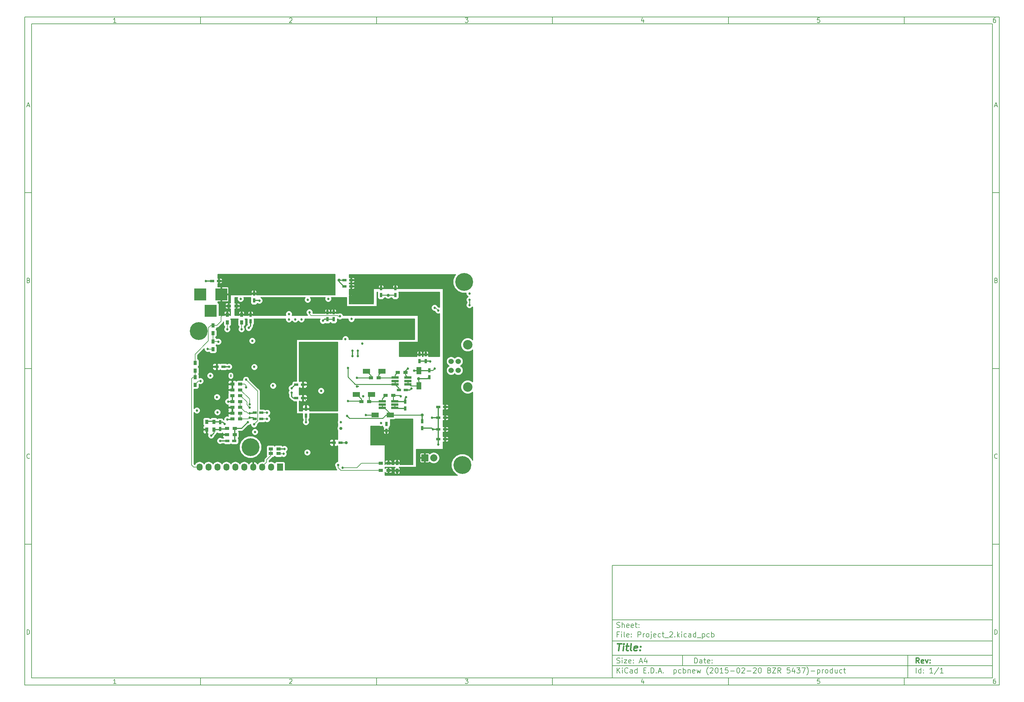
<source format=gbr>
G04 #@! TF.FileFunction,Copper,L4,Bot,Signal*
%FSLAX46Y46*%
G04 Gerber Fmt 4.6, Leading zero omitted, Abs format (unit mm)*
G04 Created by KiCad (PCBNEW (2015-02-20 BZR 5437)-product) date Friday, March 13, 2015 'PMt' 12:32:41 PM*
%MOMM*%
G01*
G04 APERTURE LIST*
%ADD10C,0.100000*%
%ADD11C,0.150000*%
%ADD12C,0.300000*%
%ADD13C,0.400000*%
%ADD14R,1.727200X2.032000*%
%ADD15O,1.727200X2.032000*%
%ADD16C,5.080000*%
%ADD17R,1.200000X0.900000*%
%ADD18C,1.524000*%
%ADD19C,2.700020*%
%ADD20R,3.500120X3.500120*%
%ADD21R,2.032000X2.032000*%
%ADD22O,2.032000X2.032000*%
%ADD23R,1.998980X0.690880*%
%ADD24R,2.000000X1.400000*%
%ADD25R,1.400000X2.000000*%
%ADD26R,0.750000X1.200000*%
%ADD27R,1.200000X0.750000*%
%ADD28R,0.900000X1.200000*%
%ADD29C,0.685800*%
%ADD30C,0.889000*%
%ADD31C,0.304800*%
%ADD32C,0.152400*%
%ADD33C,0.254000*%
G04 APERTURE END LIST*
D10*
D11*
X177002200Y-166007200D02*
X177002200Y-198007200D01*
X285002200Y-198007200D01*
X285002200Y-166007200D01*
X177002200Y-166007200D01*
D10*
D11*
X10000000Y-10000000D02*
X10000000Y-200007200D01*
X287002200Y-200007200D01*
X287002200Y-10000000D01*
X10000000Y-10000000D01*
D10*
D11*
X12000000Y-12000000D02*
X12000000Y-198007200D01*
X285002200Y-198007200D01*
X285002200Y-12000000D01*
X12000000Y-12000000D01*
D10*
D11*
X60000000Y-12000000D02*
X60000000Y-10000000D01*
D10*
D11*
X110000000Y-12000000D02*
X110000000Y-10000000D01*
D10*
D11*
X160000000Y-12000000D02*
X160000000Y-10000000D01*
D10*
D11*
X210000000Y-12000000D02*
X210000000Y-10000000D01*
D10*
D11*
X260000000Y-12000000D02*
X260000000Y-10000000D01*
D10*
D11*
X35990476Y-11588095D02*
X35247619Y-11588095D01*
X35619048Y-11588095D02*
X35619048Y-10288095D01*
X35495238Y-10473810D01*
X35371429Y-10597619D01*
X35247619Y-10659524D01*
D10*
D11*
X85247619Y-10411905D02*
X85309524Y-10350000D01*
X85433333Y-10288095D01*
X85742857Y-10288095D01*
X85866667Y-10350000D01*
X85928571Y-10411905D01*
X85990476Y-10535714D01*
X85990476Y-10659524D01*
X85928571Y-10845238D01*
X85185714Y-11588095D01*
X85990476Y-11588095D01*
D10*
D11*
X135185714Y-10288095D02*
X135990476Y-10288095D01*
X135557143Y-10783333D01*
X135742857Y-10783333D01*
X135866667Y-10845238D01*
X135928571Y-10907143D01*
X135990476Y-11030952D01*
X135990476Y-11340476D01*
X135928571Y-11464286D01*
X135866667Y-11526190D01*
X135742857Y-11588095D01*
X135371429Y-11588095D01*
X135247619Y-11526190D01*
X135185714Y-11464286D01*
D10*
D11*
X185866667Y-10721429D02*
X185866667Y-11588095D01*
X185557143Y-10226190D02*
X185247619Y-11154762D01*
X186052381Y-11154762D01*
D10*
D11*
X235928571Y-10288095D02*
X235309524Y-10288095D01*
X235247619Y-10907143D01*
X235309524Y-10845238D01*
X235433333Y-10783333D01*
X235742857Y-10783333D01*
X235866667Y-10845238D01*
X235928571Y-10907143D01*
X235990476Y-11030952D01*
X235990476Y-11340476D01*
X235928571Y-11464286D01*
X235866667Y-11526190D01*
X235742857Y-11588095D01*
X235433333Y-11588095D01*
X235309524Y-11526190D01*
X235247619Y-11464286D01*
D10*
D11*
X285866667Y-10288095D02*
X285619048Y-10288095D01*
X285495238Y-10350000D01*
X285433333Y-10411905D01*
X285309524Y-10597619D01*
X285247619Y-10845238D01*
X285247619Y-11340476D01*
X285309524Y-11464286D01*
X285371429Y-11526190D01*
X285495238Y-11588095D01*
X285742857Y-11588095D01*
X285866667Y-11526190D01*
X285928571Y-11464286D01*
X285990476Y-11340476D01*
X285990476Y-11030952D01*
X285928571Y-10907143D01*
X285866667Y-10845238D01*
X285742857Y-10783333D01*
X285495238Y-10783333D01*
X285371429Y-10845238D01*
X285309524Y-10907143D01*
X285247619Y-11030952D01*
D10*
D11*
X60000000Y-198007200D02*
X60000000Y-200007200D01*
D10*
D11*
X110000000Y-198007200D02*
X110000000Y-200007200D01*
D10*
D11*
X160000000Y-198007200D02*
X160000000Y-200007200D01*
D10*
D11*
X210000000Y-198007200D02*
X210000000Y-200007200D01*
D10*
D11*
X260000000Y-198007200D02*
X260000000Y-200007200D01*
D10*
D11*
X35990476Y-199595295D02*
X35247619Y-199595295D01*
X35619048Y-199595295D02*
X35619048Y-198295295D01*
X35495238Y-198481010D01*
X35371429Y-198604819D01*
X35247619Y-198666724D01*
D10*
D11*
X85247619Y-198419105D02*
X85309524Y-198357200D01*
X85433333Y-198295295D01*
X85742857Y-198295295D01*
X85866667Y-198357200D01*
X85928571Y-198419105D01*
X85990476Y-198542914D01*
X85990476Y-198666724D01*
X85928571Y-198852438D01*
X85185714Y-199595295D01*
X85990476Y-199595295D01*
D10*
D11*
X135185714Y-198295295D02*
X135990476Y-198295295D01*
X135557143Y-198790533D01*
X135742857Y-198790533D01*
X135866667Y-198852438D01*
X135928571Y-198914343D01*
X135990476Y-199038152D01*
X135990476Y-199347676D01*
X135928571Y-199471486D01*
X135866667Y-199533390D01*
X135742857Y-199595295D01*
X135371429Y-199595295D01*
X135247619Y-199533390D01*
X135185714Y-199471486D01*
D10*
D11*
X185866667Y-198728629D02*
X185866667Y-199595295D01*
X185557143Y-198233390D02*
X185247619Y-199161962D01*
X186052381Y-199161962D01*
D10*
D11*
X235928571Y-198295295D02*
X235309524Y-198295295D01*
X235247619Y-198914343D01*
X235309524Y-198852438D01*
X235433333Y-198790533D01*
X235742857Y-198790533D01*
X235866667Y-198852438D01*
X235928571Y-198914343D01*
X235990476Y-199038152D01*
X235990476Y-199347676D01*
X235928571Y-199471486D01*
X235866667Y-199533390D01*
X235742857Y-199595295D01*
X235433333Y-199595295D01*
X235309524Y-199533390D01*
X235247619Y-199471486D01*
D10*
D11*
X285866667Y-198295295D02*
X285619048Y-198295295D01*
X285495238Y-198357200D01*
X285433333Y-198419105D01*
X285309524Y-198604819D01*
X285247619Y-198852438D01*
X285247619Y-199347676D01*
X285309524Y-199471486D01*
X285371429Y-199533390D01*
X285495238Y-199595295D01*
X285742857Y-199595295D01*
X285866667Y-199533390D01*
X285928571Y-199471486D01*
X285990476Y-199347676D01*
X285990476Y-199038152D01*
X285928571Y-198914343D01*
X285866667Y-198852438D01*
X285742857Y-198790533D01*
X285495238Y-198790533D01*
X285371429Y-198852438D01*
X285309524Y-198914343D01*
X285247619Y-199038152D01*
D10*
D11*
X10000000Y-60000000D02*
X12000000Y-60000000D01*
D10*
D11*
X10000000Y-110000000D02*
X12000000Y-110000000D01*
D10*
D11*
X10000000Y-160000000D02*
X12000000Y-160000000D01*
D10*
D11*
X10690476Y-35216667D02*
X11309524Y-35216667D01*
X10566667Y-35588095D02*
X11000000Y-34288095D01*
X11433333Y-35588095D01*
D10*
D11*
X11092857Y-84907143D02*
X11278571Y-84969048D01*
X11340476Y-85030952D01*
X11402381Y-85154762D01*
X11402381Y-85340476D01*
X11340476Y-85464286D01*
X11278571Y-85526190D01*
X11154762Y-85588095D01*
X10659524Y-85588095D01*
X10659524Y-84288095D01*
X11092857Y-84288095D01*
X11216667Y-84350000D01*
X11278571Y-84411905D01*
X11340476Y-84535714D01*
X11340476Y-84659524D01*
X11278571Y-84783333D01*
X11216667Y-84845238D01*
X11092857Y-84907143D01*
X10659524Y-84907143D01*
D10*
D11*
X11402381Y-135464286D02*
X11340476Y-135526190D01*
X11154762Y-135588095D01*
X11030952Y-135588095D01*
X10845238Y-135526190D01*
X10721429Y-135402381D01*
X10659524Y-135278571D01*
X10597619Y-135030952D01*
X10597619Y-134845238D01*
X10659524Y-134597619D01*
X10721429Y-134473810D01*
X10845238Y-134350000D01*
X11030952Y-134288095D01*
X11154762Y-134288095D01*
X11340476Y-134350000D01*
X11402381Y-134411905D01*
D10*
D11*
X10659524Y-185588095D02*
X10659524Y-184288095D01*
X10969048Y-184288095D01*
X11154762Y-184350000D01*
X11278571Y-184473810D01*
X11340476Y-184597619D01*
X11402381Y-184845238D01*
X11402381Y-185030952D01*
X11340476Y-185278571D01*
X11278571Y-185402381D01*
X11154762Y-185526190D01*
X10969048Y-185588095D01*
X10659524Y-185588095D01*
D10*
D11*
X287002200Y-60000000D02*
X285002200Y-60000000D01*
D10*
D11*
X287002200Y-110000000D02*
X285002200Y-110000000D01*
D10*
D11*
X287002200Y-160000000D02*
X285002200Y-160000000D01*
D10*
D11*
X285692676Y-35216667D02*
X286311724Y-35216667D01*
X285568867Y-35588095D02*
X286002200Y-34288095D01*
X286435533Y-35588095D01*
D10*
D11*
X286095057Y-84907143D02*
X286280771Y-84969048D01*
X286342676Y-85030952D01*
X286404581Y-85154762D01*
X286404581Y-85340476D01*
X286342676Y-85464286D01*
X286280771Y-85526190D01*
X286156962Y-85588095D01*
X285661724Y-85588095D01*
X285661724Y-84288095D01*
X286095057Y-84288095D01*
X286218867Y-84350000D01*
X286280771Y-84411905D01*
X286342676Y-84535714D01*
X286342676Y-84659524D01*
X286280771Y-84783333D01*
X286218867Y-84845238D01*
X286095057Y-84907143D01*
X285661724Y-84907143D01*
D10*
D11*
X286404581Y-135464286D02*
X286342676Y-135526190D01*
X286156962Y-135588095D01*
X286033152Y-135588095D01*
X285847438Y-135526190D01*
X285723629Y-135402381D01*
X285661724Y-135278571D01*
X285599819Y-135030952D01*
X285599819Y-134845238D01*
X285661724Y-134597619D01*
X285723629Y-134473810D01*
X285847438Y-134350000D01*
X286033152Y-134288095D01*
X286156962Y-134288095D01*
X286342676Y-134350000D01*
X286404581Y-134411905D01*
D10*
D11*
X285661724Y-185588095D02*
X285661724Y-184288095D01*
X285971248Y-184288095D01*
X286156962Y-184350000D01*
X286280771Y-184473810D01*
X286342676Y-184597619D01*
X286404581Y-184845238D01*
X286404581Y-185030952D01*
X286342676Y-185278571D01*
X286280771Y-185402381D01*
X286156962Y-185526190D01*
X285971248Y-185588095D01*
X285661724Y-185588095D01*
D10*
D11*
X200359343Y-193785771D02*
X200359343Y-192285771D01*
X200716486Y-192285771D01*
X200930771Y-192357200D01*
X201073629Y-192500057D01*
X201145057Y-192642914D01*
X201216486Y-192928629D01*
X201216486Y-193142914D01*
X201145057Y-193428629D01*
X201073629Y-193571486D01*
X200930771Y-193714343D01*
X200716486Y-193785771D01*
X200359343Y-193785771D01*
X202502200Y-193785771D02*
X202502200Y-193000057D01*
X202430771Y-192857200D01*
X202287914Y-192785771D01*
X202002200Y-192785771D01*
X201859343Y-192857200D01*
X202502200Y-193714343D02*
X202359343Y-193785771D01*
X202002200Y-193785771D01*
X201859343Y-193714343D01*
X201787914Y-193571486D01*
X201787914Y-193428629D01*
X201859343Y-193285771D01*
X202002200Y-193214343D01*
X202359343Y-193214343D01*
X202502200Y-193142914D01*
X203002200Y-192785771D02*
X203573629Y-192785771D01*
X203216486Y-192285771D02*
X203216486Y-193571486D01*
X203287914Y-193714343D01*
X203430772Y-193785771D01*
X203573629Y-193785771D01*
X204645057Y-193714343D02*
X204502200Y-193785771D01*
X204216486Y-193785771D01*
X204073629Y-193714343D01*
X204002200Y-193571486D01*
X204002200Y-193000057D01*
X204073629Y-192857200D01*
X204216486Y-192785771D01*
X204502200Y-192785771D01*
X204645057Y-192857200D01*
X204716486Y-193000057D01*
X204716486Y-193142914D01*
X204002200Y-193285771D01*
X205359343Y-193642914D02*
X205430771Y-193714343D01*
X205359343Y-193785771D01*
X205287914Y-193714343D01*
X205359343Y-193642914D01*
X205359343Y-193785771D01*
X205359343Y-192857200D02*
X205430771Y-192928629D01*
X205359343Y-193000057D01*
X205287914Y-192928629D01*
X205359343Y-192857200D01*
X205359343Y-193000057D01*
D10*
D11*
X177002200Y-194507200D02*
X285002200Y-194507200D01*
D10*
D11*
X178359343Y-196585771D02*
X178359343Y-195085771D01*
X179216486Y-196585771D02*
X178573629Y-195728629D01*
X179216486Y-195085771D02*
X178359343Y-195942914D01*
X179859343Y-196585771D02*
X179859343Y-195585771D01*
X179859343Y-195085771D02*
X179787914Y-195157200D01*
X179859343Y-195228629D01*
X179930771Y-195157200D01*
X179859343Y-195085771D01*
X179859343Y-195228629D01*
X181430772Y-196442914D02*
X181359343Y-196514343D01*
X181145057Y-196585771D01*
X181002200Y-196585771D01*
X180787915Y-196514343D01*
X180645057Y-196371486D01*
X180573629Y-196228629D01*
X180502200Y-195942914D01*
X180502200Y-195728629D01*
X180573629Y-195442914D01*
X180645057Y-195300057D01*
X180787915Y-195157200D01*
X181002200Y-195085771D01*
X181145057Y-195085771D01*
X181359343Y-195157200D01*
X181430772Y-195228629D01*
X182716486Y-196585771D02*
X182716486Y-195800057D01*
X182645057Y-195657200D01*
X182502200Y-195585771D01*
X182216486Y-195585771D01*
X182073629Y-195657200D01*
X182716486Y-196514343D02*
X182573629Y-196585771D01*
X182216486Y-196585771D01*
X182073629Y-196514343D01*
X182002200Y-196371486D01*
X182002200Y-196228629D01*
X182073629Y-196085771D01*
X182216486Y-196014343D01*
X182573629Y-196014343D01*
X182716486Y-195942914D01*
X184073629Y-196585771D02*
X184073629Y-195085771D01*
X184073629Y-196514343D02*
X183930772Y-196585771D01*
X183645058Y-196585771D01*
X183502200Y-196514343D01*
X183430772Y-196442914D01*
X183359343Y-196300057D01*
X183359343Y-195871486D01*
X183430772Y-195728629D01*
X183502200Y-195657200D01*
X183645058Y-195585771D01*
X183930772Y-195585771D01*
X184073629Y-195657200D01*
X185930772Y-195800057D02*
X186430772Y-195800057D01*
X186645058Y-196585771D02*
X185930772Y-196585771D01*
X185930772Y-195085771D01*
X186645058Y-195085771D01*
X187287915Y-196442914D02*
X187359343Y-196514343D01*
X187287915Y-196585771D01*
X187216486Y-196514343D01*
X187287915Y-196442914D01*
X187287915Y-196585771D01*
X188002201Y-196585771D02*
X188002201Y-195085771D01*
X188359344Y-195085771D01*
X188573629Y-195157200D01*
X188716487Y-195300057D01*
X188787915Y-195442914D01*
X188859344Y-195728629D01*
X188859344Y-195942914D01*
X188787915Y-196228629D01*
X188716487Y-196371486D01*
X188573629Y-196514343D01*
X188359344Y-196585771D01*
X188002201Y-196585771D01*
X189502201Y-196442914D02*
X189573629Y-196514343D01*
X189502201Y-196585771D01*
X189430772Y-196514343D01*
X189502201Y-196442914D01*
X189502201Y-196585771D01*
X190145058Y-196157200D02*
X190859344Y-196157200D01*
X190002201Y-196585771D02*
X190502201Y-195085771D01*
X191002201Y-196585771D01*
X191502201Y-196442914D02*
X191573629Y-196514343D01*
X191502201Y-196585771D01*
X191430772Y-196514343D01*
X191502201Y-196442914D01*
X191502201Y-196585771D01*
X194502201Y-195585771D02*
X194502201Y-197085771D01*
X194502201Y-195657200D02*
X194645058Y-195585771D01*
X194930772Y-195585771D01*
X195073629Y-195657200D01*
X195145058Y-195728629D01*
X195216487Y-195871486D01*
X195216487Y-196300057D01*
X195145058Y-196442914D01*
X195073629Y-196514343D01*
X194930772Y-196585771D01*
X194645058Y-196585771D01*
X194502201Y-196514343D01*
X196502201Y-196514343D02*
X196359344Y-196585771D01*
X196073630Y-196585771D01*
X195930772Y-196514343D01*
X195859344Y-196442914D01*
X195787915Y-196300057D01*
X195787915Y-195871486D01*
X195859344Y-195728629D01*
X195930772Y-195657200D01*
X196073630Y-195585771D01*
X196359344Y-195585771D01*
X196502201Y-195657200D01*
X197145058Y-196585771D02*
X197145058Y-195085771D01*
X197145058Y-195657200D02*
X197287915Y-195585771D01*
X197573629Y-195585771D01*
X197716486Y-195657200D01*
X197787915Y-195728629D01*
X197859344Y-195871486D01*
X197859344Y-196300057D01*
X197787915Y-196442914D01*
X197716486Y-196514343D01*
X197573629Y-196585771D01*
X197287915Y-196585771D01*
X197145058Y-196514343D01*
X198502201Y-195585771D02*
X198502201Y-196585771D01*
X198502201Y-195728629D02*
X198573629Y-195657200D01*
X198716487Y-195585771D01*
X198930772Y-195585771D01*
X199073629Y-195657200D01*
X199145058Y-195800057D01*
X199145058Y-196585771D01*
X200430772Y-196514343D02*
X200287915Y-196585771D01*
X200002201Y-196585771D01*
X199859344Y-196514343D01*
X199787915Y-196371486D01*
X199787915Y-195800057D01*
X199859344Y-195657200D01*
X200002201Y-195585771D01*
X200287915Y-195585771D01*
X200430772Y-195657200D01*
X200502201Y-195800057D01*
X200502201Y-195942914D01*
X199787915Y-196085771D01*
X201002201Y-195585771D02*
X201287915Y-196585771D01*
X201573629Y-195871486D01*
X201859344Y-196585771D01*
X202145058Y-195585771D01*
X204287915Y-197157200D02*
X204216487Y-197085771D01*
X204073630Y-196871486D01*
X204002201Y-196728629D01*
X203930772Y-196514343D01*
X203859344Y-196157200D01*
X203859344Y-195871486D01*
X203930772Y-195514343D01*
X204002201Y-195300057D01*
X204073630Y-195157200D01*
X204216487Y-194942914D01*
X204287915Y-194871486D01*
X204787915Y-195228629D02*
X204859344Y-195157200D01*
X205002201Y-195085771D01*
X205359344Y-195085771D01*
X205502201Y-195157200D01*
X205573630Y-195228629D01*
X205645058Y-195371486D01*
X205645058Y-195514343D01*
X205573630Y-195728629D01*
X204716487Y-196585771D01*
X205645058Y-196585771D01*
X206573629Y-195085771D02*
X206716486Y-195085771D01*
X206859343Y-195157200D01*
X206930772Y-195228629D01*
X207002201Y-195371486D01*
X207073629Y-195657200D01*
X207073629Y-196014343D01*
X207002201Y-196300057D01*
X206930772Y-196442914D01*
X206859343Y-196514343D01*
X206716486Y-196585771D01*
X206573629Y-196585771D01*
X206430772Y-196514343D01*
X206359343Y-196442914D01*
X206287915Y-196300057D01*
X206216486Y-196014343D01*
X206216486Y-195657200D01*
X206287915Y-195371486D01*
X206359343Y-195228629D01*
X206430772Y-195157200D01*
X206573629Y-195085771D01*
X208502200Y-196585771D02*
X207645057Y-196585771D01*
X208073629Y-196585771D02*
X208073629Y-195085771D01*
X207930772Y-195300057D01*
X207787914Y-195442914D01*
X207645057Y-195514343D01*
X209859343Y-195085771D02*
X209145057Y-195085771D01*
X209073628Y-195800057D01*
X209145057Y-195728629D01*
X209287914Y-195657200D01*
X209645057Y-195657200D01*
X209787914Y-195728629D01*
X209859343Y-195800057D01*
X209930771Y-195942914D01*
X209930771Y-196300057D01*
X209859343Y-196442914D01*
X209787914Y-196514343D01*
X209645057Y-196585771D01*
X209287914Y-196585771D01*
X209145057Y-196514343D01*
X209073628Y-196442914D01*
X210573628Y-196014343D02*
X211716485Y-196014343D01*
X212716485Y-195085771D02*
X212859342Y-195085771D01*
X213002199Y-195157200D01*
X213073628Y-195228629D01*
X213145057Y-195371486D01*
X213216485Y-195657200D01*
X213216485Y-196014343D01*
X213145057Y-196300057D01*
X213073628Y-196442914D01*
X213002199Y-196514343D01*
X212859342Y-196585771D01*
X212716485Y-196585771D01*
X212573628Y-196514343D01*
X212502199Y-196442914D01*
X212430771Y-196300057D01*
X212359342Y-196014343D01*
X212359342Y-195657200D01*
X212430771Y-195371486D01*
X212502199Y-195228629D01*
X212573628Y-195157200D01*
X212716485Y-195085771D01*
X213787913Y-195228629D02*
X213859342Y-195157200D01*
X214002199Y-195085771D01*
X214359342Y-195085771D01*
X214502199Y-195157200D01*
X214573628Y-195228629D01*
X214645056Y-195371486D01*
X214645056Y-195514343D01*
X214573628Y-195728629D01*
X213716485Y-196585771D01*
X214645056Y-196585771D01*
X215287913Y-196014343D02*
X216430770Y-196014343D01*
X217073627Y-195228629D02*
X217145056Y-195157200D01*
X217287913Y-195085771D01*
X217645056Y-195085771D01*
X217787913Y-195157200D01*
X217859342Y-195228629D01*
X217930770Y-195371486D01*
X217930770Y-195514343D01*
X217859342Y-195728629D01*
X217002199Y-196585771D01*
X217930770Y-196585771D01*
X218859341Y-195085771D02*
X219002198Y-195085771D01*
X219145055Y-195157200D01*
X219216484Y-195228629D01*
X219287913Y-195371486D01*
X219359341Y-195657200D01*
X219359341Y-196014343D01*
X219287913Y-196300057D01*
X219216484Y-196442914D01*
X219145055Y-196514343D01*
X219002198Y-196585771D01*
X218859341Y-196585771D01*
X218716484Y-196514343D01*
X218645055Y-196442914D01*
X218573627Y-196300057D01*
X218502198Y-196014343D01*
X218502198Y-195657200D01*
X218573627Y-195371486D01*
X218645055Y-195228629D01*
X218716484Y-195157200D01*
X218859341Y-195085771D01*
X221645055Y-195800057D02*
X221859341Y-195871486D01*
X221930769Y-195942914D01*
X222002198Y-196085771D01*
X222002198Y-196300057D01*
X221930769Y-196442914D01*
X221859341Y-196514343D01*
X221716483Y-196585771D01*
X221145055Y-196585771D01*
X221145055Y-195085771D01*
X221645055Y-195085771D01*
X221787912Y-195157200D01*
X221859341Y-195228629D01*
X221930769Y-195371486D01*
X221930769Y-195514343D01*
X221859341Y-195657200D01*
X221787912Y-195728629D01*
X221645055Y-195800057D01*
X221145055Y-195800057D01*
X222502198Y-195085771D02*
X223502198Y-195085771D01*
X222502198Y-196585771D01*
X223502198Y-196585771D01*
X224930769Y-196585771D02*
X224430769Y-195871486D01*
X224073626Y-196585771D02*
X224073626Y-195085771D01*
X224645054Y-195085771D01*
X224787912Y-195157200D01*
X224859340Y-195228629D01*
X224930769Y-195371486D01*
X224930769Y-195585771D01*
X224859340Y-195728629D01*
X224787912Y-195800057D01*
X224645054Y-195871486D01*
X224073626Y-195871486D01*
X227430769Y-195085771D02*
X226716483Y-195085771D01*
X226645054Y-195800057D01*
X226716483Y-195728629D01*
X226859340Y-195657200D01*
X227216483Y-195657200D01*
X227359340Y-195728629D01*
X227430769Y-195800057D01*
X227502197Y-195942914D01*
X227502197Y-196300057D01*
X227430769Y-196442914D01*
X227359340Y-196514343D01*
X227216483Y-196585771D01*
X226859340Y-196585771D01*
X226716483Y-196514343D01*
X226645054Y-196442914D01*
X228787911Y-195585771D02*
X228787911Y-196585771D01*
X228430768Y-195014343D02*
X228073625Y-196085771D01*
X229002197Y-196085771D01*
X229430768Y-195085771D02*
X230359339Y-195085771D01*
X229859339Y-195657200D01*
X230073625Y-195657200D01*
X230216482Y-195728629D01*
X230287911Y-195800057D01*
X230359339Y-195942914D01*
X230359339Y-196300057D01*
X230287911Y-196442914D01*
X230216482Y-196514343D01*
X230073625Y-196585771D01*
X229645053Y-196585771D01*
X229502196Y-196514343D01*
X229430768Y-196442914D01*
X230859339Y-195085771D02*
X231859339Y-195085771D01*
X231216482Y-196585771D01*
X232287910Y-197157200D02*
X232359338Y-197085771D01*
X232502195Y-196871486D01*
X232573624Y-196728629D01*
X232645053Y-196514343D01*
X232716481Y-196157200D01*
X232716481Y-195871486D01*
X232645053Y-195514343D01*
X232573624Y-195300057D01*
X232502195Y-195157200D01*
X232359338Y-194942914D01*
X232287910Y-194871486D01*
X233430767Y-196014343D02*
X234573624Y-196014343D01*
X235287910Y-195585771D02*
X235287910Y-197085771D01*
X235287910Y-195657200D02*
X235430767Y-195585771D01*
X235716481Y-195585771D01*
X235859338Y-195657200D01*
X235930767Y-195728629D01*
X236002196Y-195871486D01*
X236002196Y-196300057D01*
X235930767Y-196442914D01*
X235859338Y-196514343D01*
X235716481Y-196585771D01*
X235430767Y-196585771D01*
X235287910Y-196514343D01*
X236645053Y-196585771D02*
X236645053Y-195585771D01*
X236645053Y-195871486D02*
X236716481Y-195728629D01*
X236787910Y-195657200D01*
X236930767Y-195585771D01*
X237073624Y-195585771D01*
X237787910Y-196585771D02*
X237645052Y-196514343D01*
X237573624Y-196442914D01*
X237502195Y-196300057D01*
X237502195Y-195871486D01*
X237573624Y-195728629D01*
X237645052Y-195657200D01*
X237787910Y-195585771D01*
X238002195Y-195585771D01*
X238145052Y-195657200D01*
X238216481Y-195728629D01*
X238287910Y-195871486D01*
X238287910Y-196300057D01*
X238216481Y-196442914D01*
X238145052Y-196514343D01*
X238002195Y-196585771D01*
X237787910Y-196585771D01*
X239573624Y-196585771D02*
X239573624Y-195085771D01*
X239573624Y-196514343D02*
X239430767Y-196585771D01*
X239145053Y-196585771D01*
X239002195Y-196514343D01*
X238930767Y-196442914D01*
X238859338Y-196300057D01*
X238859338Y-195871486D01*
X238930767Y-195728629D01*
X239002195Y-195657200D01*
X239145053Y-195585771D01*
X239430767Y-195585771D01*
X239573624Y-195657200D01*
X240930767Y-195585771D02*
X240930767Y-196585771D01*
X240287910Y-195585771D02*
X240287910Y-196371486D01*
X240359338Y-196514343D01*
X240502196Y-196585771D01*
X240716481Y-196585771D01*
X240859338Y-196514343D01*
X240930767Y-196442914D01*
X242287910Y-196514343D02*
X242145053Y-196585771D01*
X241859339Y-196585771D01*
X241716481Y-196514343D01*
X241645053Y-196442914D01*
X241573624Y-196300057D01*
X241573624Y-195871486D01*
X241645053Y-195728629D01*
X241716481Y-195657200D01*
X241859339Y-195585771D01*
X242145053Y-195585771D01*
X242287910Y-195657200D01*
X242716481Y-195585771D02*
X243287910Y-195585771D01*
X242930767Y-195085771D02*
X242930767Y-196371486D01*
X243002195Y-196514343D01*
X243145053Y-196585771D01*
X243287910Y-196585771D01*
D10*
D11*
X177002200Y-191507200D02*
X285002200Y-191507200D01*
D10*
D12*
X264216486Y-193785771D02*
X263716486Y-193071486D01*
X263359343Y-193785771D02*
X263359343Y-192285771D01*
X263930771Y-192285771D01*
X264073629Y-192357200D01*
X264145057Y-192428629D01*
X264216486Y-192571486D01*
X264216486Y-192785771D01*
X264145057Y-192928629D01*
X264073629Y-193000057D01*
X263930771Y-193071486D01*
X263359343Y-193071486D01*
X265430771Y-193714343D02*
X265287914Y-193785771D01*
X265002200Y-193785771D01*
X264859343Y-193714343D01*
X264787914Y-193571486D01*
X264787914Y-193000057D01*
X264859343Y-192857200D01*
X265002200Y-192785771D01*
X265287914Y-192785771D01*
X265430771Y-192857200D01*
X265502200Y-193000057D01*
X265502200Y-193142914D01*
X264787914Y-193285771D01*
X266002200Y-192785771D02*
X266359343Y-193785771D01*
X266716485Y-192785771D01*
X267287914Y-193642914D02*
X267359342Y-193714343D01*
X267287914Y-193785771D01*
X267216485Y-193714343D01*
X267287914Y-193642914D01*
X267287914Y-193785771D01*
X267287914Y-192857200D02*
X267359342Y-192928629D01*
X267287914Y-193000057D01*
X267216485Y-192928629D01*
X267287914Y-192857200D01*
X267287914Y-193000057D01*
D10*
D11*
X178287914Y-193714343D02*
X178502200Y-193785771D01*
X178859343Y-193785771D01*
X179002200Y-193714343D01*
X179073629Y-193642914D01*
X179145057Y-193500057D01*
X179145057Y-193357200D01*
X179073629Y-193214343D01*
X179002200Y-193142914D01*
X178859343Y-193071486D01*
X178573629Y-193000057D01*
X178430771Y-192928629D01*
X178359343Y-192857200D01*
X178287914Y-192714343D01*
X178287914Y-192571486D01*
X178359343Y-192428629D01*
X178430771Y-192357200D01*
X178573629Y-192285771D01*
X178930771Y-192285771D01*
X179145057Y-192357200D01*
X179787914Y-193785771D02*
X179787914Y-192785771D01*
X179787914Y-192285771D02*
X179716485Y-192357200D01*
X179787914Y-192428629D01*
X179859342Y-192357200D01*
X179787914Y-192285771D01*
X179787914Y-192428629D01*
X180359343Y-192785771D02*
X181145057Y-192785771D01*
X180359343Y-193785771D01*
X181145057Y-193785771D01*
X182287914Y-193714343D02*
X182145057Y-193785771D01*
X181859343Y-193785771D01*
X181716486Y-193714343D01*
X181645057Y-193571486D01*
X181645057Y-193000057D01*
X181716486Y-192857200D01*
X181859343Y-192785771D01*
X182145057Y-192785771D01*
X182287914Y-192857200D01*
X182359343Y-193000057D01*
X182359343Y-193142914D01*
X181645057Y-193285771D01*
X183002200Y-193642914D02*
X183073628Y-193714343D01*
X183002200Y-193785771D01*
X182930771Y-193714343D01*
X183002200Y-193642914D01*
X183002200Y-193785771D01*
X183002200Y-192857200D02*
X183073628Y-192928629D01*
X183002200Y-193000057D01*
X182930771Y-192928629D01*
X183002200Y-192857200D01*
X183002200Y-193000057D01*
X184787914Y-193357200D02*
X185502200Y-193357200D01*
X184645057Y-193785771D02*
X185145057Y-192285771D01*
X185645057Y-193785771D01*
X186787914Y-192785771D02*
X186787914Y-193785771D01*
X186430771Y-192214343D02*
X186073628Y-193285771D01*
X187002200Y-193285771D01*
D10*
D11*
X263359343Y-196585771D02*
X263359343Y-195085771D01*
X264716486Y-196585771D02*
X264716486Y-195085771D01*
X264716486Y-196514343D02*
X264573629Y-196585771D01*
X264287915Y-196585771D01*
X264145057Y-196514343D01*
X264073629Y-196442914D01*
X264002200Y-196300057D01*
X264002200Y-195871486D01*
X264073629Y-195728629D01*
X264145057Y-195657200D01*
X264287915Y-195585771D01*
X264573629Y-195585771D01*
X264716486Y-195657200D01*
X265430772Y-196442914D02*
X265502200Y-196514343D01*
X265430772Y-196585771D01*
X265359343Y-196514343D01*
X265430772Y-196442914D01*
X265430772Y-196585771D01*
X265430772Y-195657200D02*
X265502200Y-195728629D01*
X265430772Y-195800057D01*
X265359343Y-195728629D01*
X265430772Y-195657200D01*
X265430772Y-195800057D01*
X268073629Y-196585771D02*
X267216486Y-196585771D01*
X267645058Y-196585771D02*
X267645058Y-195085771D01*
X267502201Y-195300057D01*
X267359343Y-195442914D01*
X267216486Y-195514343D01*
X269787914Y-195014343D02*
X268502200Y-196942914D01*
X271073629Y-196585771D02*
X270216486Y-196585771D01*
X270645058Y-196585771D02*
X270645058Y-195085771D01*
X270502201Y-195300057D01*
X270359343Y-195442914D01*
X270216486Y-195514343D01*
D10*
D11*
X177002200Y-187507200D02*
X285002200Y-187507200D01*
D10*
D13*
X178454581Y-188211962D02*
X179597438Y-188211962D01*
X178776010Y-190211962D02*
X179026010Y-188211962D01*
X180014105Y-190211962D02*
X180180771Y-188878629D01*
X180264105Y-188211962D02*
X180156962Y-188307200D01*
X180240295Y-188402438D01*
X180347439Y-188307200D01*
X180264105Y-188211962D01*
X180240295Y-188402438D01*
X180847438Y-188878629D02*
X181609343Y-188878629D01*
X181216486Y-188211962D02*
X181002200Y-189926248D01*
X181073630Y-190116724D01*
X181252201Y-190211962D01*
X181442677Y-190211962D01*
X182395058Y-190211962D02*
X182216487Y-190116724D01*
X182145057Y-189926248D01*
X182359343Y-188211962D01*
X183930772Y-190116724D02*
X183728391Y-190211962D01*
X183347439Y-190211962D01*
X183168867Y-190116724D01*
X183097438Y-189926248D01*
X183192676Y-189164343D01*
X183311724Y-188973867D01*
X183514105Y-188878629D01*
X183895057Y-188878629D01*
X184073629Y-188973867D01*
X184145057Y-189164343D01*
X184121248Y-189354819D01*
X183145057Y-189545295D01*
X184895057Y-190021486D02*
X184978392Y-190116724D01*
X184871248Y-190211962D01*
X184787915Y-190116724D01*
X184895057Y-190021486D01*
X184871248Y-190211962D01*
X185026010Y-188973867D02*
X185109344Y-189069105D01*
X185002200Y-189164343D01*
X184918867Y-189069105D01*
X185026010Y-188973867D01*
X185002200Y-189164343D01*
D10*
D11*
X178859343Y-185600057D02*
X178359343Y-185600057D01*
X178359343Y-186385771D02*
X178359343Y-184885771D01*
X179073629Y-184885771D01*
X179645057Y-186385771D02*
X179645057Y-185385771D01*
X179645057Y-184885771D02*
X179573628Y-184957200D01*
X179645057Y-185028629D01*
X179716485Y-184957200D01*
X179645057Y-184885771D01*
X179645057Y-185028629D01*
X180573629Y-186385771D02*
X180430771Y-186314343D01*
X180359343Y-186171486D01*
X180359343Y-184885771D01*
X181716485Y-186314343D02*
X181573628Y-186385771D01*
X181287914Y-186385771D01*
X181145057Y-186314343D01*
X181073628Y-186171486D01*
X181073628Y-185600057D01*
X181145057Y-185457200D01*
X181287914Y-185385771D01*
X181573628Y-185385771D01*
X181716485Y-185457200D01*
X181787914Y-185600057D01*
X181787914Y-185742914D01*
X181073628Y-185885771D01*
X182430771Y-186242914D02*
X182502199Y-186314343D01*
X182430771Y-186385771D01*
X182359342Y-186314343D01*
X182430771Y-186242914D01*
X182430771Y-186385771D01*
X182430771Y-185457200D02*
X182502199Y-185528629D01*
X182430771Y-185600057D01*
X182359342Y-185528629D01*
X182430771Y-185457200D01*
X182430771Y-185600057D01*
X184287914Y-186385771D02*
X184287914Y-184885771D01*
X184859342Y-184885771D01*
X185002200Y-184957200D01*
X185073628Y-185028629D01*
X185145057Y-185171486D01*
X185145057Y-185385771D01*
X185073628Y-185528629D01*
X185002200Y-185600057D01*
X184859342Y-185671486D01*
X184287914Y-185671486D01*
X185787914Y-186385771D02*
X185787914Y-185385771D01*
X185787914Y-185671486D02*
X185859342Y-185528629D01*
X185930771Y-185457200D01*
X186073628Y-185385771D01*
X186216485Y-185385771D01*
X186930771Y-186385771D02*
X186787913Y-186314343D01*
X186716485Y-186242914D01*
X186645056Y-186100057D01*
X186645056Y-185671486D01*
X186716485Y-185528629D01*
X186787913Y-185457200D01*
X186930771Y-185385771D01*
X187145056Y-185385771D01*
X187287913Y-185457200D01*
X187359342Y-185528629D01*
X187430771Y-185671486D01*
X187430771Y-186100057D01*
X187359342Y-186242914D01*
X187287913Y-186314343D01*
X187145056Y-186385771D01*
X186930771Y-186385771D01*
X188073628Y-185385771D02*
X188073628Y-186671486D01*
X188002199Y-186814343D01*
X187859342Y-186885771D01*
X187787914Y-186885771D01*
X188073628Y-184885771D02*
X188002199Y-184957200D01*
X188073628Y-185028629D01*
X188145056Y-184957200D01*
X188073628Y-184885771D01*
X188073628Y-185028629D01*
X189359342Y-186314343D02*
X189216485Y-186385771D01*
X188930771Y-186385771D01*
X188787914Y-186314343D01*
X188716485Y-186171486D01*
X188716485Y-185600057D01*
X188787914Y-185457200D01*
X188930771Y-185385771D01*
X189216485Y-185385771D01*
X189359342Y-185457200D01*
X189430771Y-185600057D01*
X189430771Y-185742914D01*
X188716485Y-185885771D01*
X190716485Y-186314343D02*
X190573628Y-186385771D01*
X190287914Y-186385771D01*
X190145056Y-186314343D01*
X190073628Y-186242914D01*
X190002199Y-186100057D01*
X190002199Y-185671486D01*
X190073628Y-185528629D01*
X190145056Y-185457200D01*
X190287914Y-185385771D01*
X190573628Y-185385771D01*
X190716485Y-185457200D01*
X191145056Y-185385771D02*
X191716485Y-185385771D01*
X191359342Y-184885771D02*
X191359342Y-186171486D01*
X191430770Y-186314343D01*
X191573628Y-186385771D01*
X191716485Y-186385771D01*
X191859342Y-186528629D02*
X193002199Y-186528629D01*
X193287913Y-185028629D02*
X193359342Y-184957200D01*
X193502199Y-184885771D01*
X193859342Y-184885771D01*
X194002199Y-184957200D01*
X194073628Y-185028629D01*
X194145056Y-185171486D01*
X194145056Y-185314343D01*
X194073628Y-185528629D01*
X193216485Y-186385771D01*
X194145056Y-186385771D01*
X194787913Y-186242914D02*
X194859341Y-186314343D01*
X194787913Y-186385771D01*
X194716484Y-186314343D01*
X194787913Y-186242914D01*
X194787913Y-186385771D01*
X195502199Y-186385771D02*
X195502199Y-184885771D01*
X195645056Y-185814343D02*
X196073627Y-186385771D01*
X196073627Y-185385771D02*
X195502199Y-185957200D01*
X196716485Y-186385771D02*
X196716485Y-185385771D01*
X196716485Y-184885771D02*
X196645056Y-184957200D01*
X196716485Y-185028629D01*
X196787913Y-184957200D01*
X196716485Y-184885771D01*
X196716485Y-185028629D01*
X198073628Y-186314343D02*
X197930771Y-186385771D01*
X197645057Y-186385771D01*
X197502199Y-186314343D01*
X197430771Y-186242914D01*
X197359342Y-186100057D01*
X197359342Y-185671486D01*
X197430771Y-185528629D01*
X197502199Y-185457200D01*
X197645057Y-185385771D01*
X197930771Y-185385771D01*
X198073628Y-185457200D01*
X199359342Y-186385771D02*
X199359342Y-185600057D01*
X199287913Y-185457200D01*
X199145056Y-185385771D01*
X198859342Y-185385771D01*
X198716485Y-185457200D01*
X199359342Y-186314343D02*
X199216485Y-186385771D01*
X198859342Y-186385771D01*
X198716485Y-186314343D01*
X198645056Y-186171486D01*
X198645056Y-186028629D01*
X198716485Y-185885771D01*
X198859342Y-185814343D01*
X199216485Y-185814343D01*
X199359342Y-185742914D01*
X200716485Y-186385771D02*
X200716485Y-184885771D01*
X200716485Y-186314343D02*
X200573628Y-186385771D01*
X200287914Y-186385771D01*
X200145056Y-186314343D01*
X200073628Y-186242914D01*
X200002199Y-186100057D01*
X200002199Y-185671486D01*
X200073628Y-185528629D01*
X200145056Y-185457200D01*
X200287914Y-185385771D01*
X200573628Y-185385771D01*
X200716485Y-185457200D01*
X201073628Y-186528629D02*
X202216485Y-186528629D01*
X202573628Y-185385771D02*
X202573628Y-186885771D01*
X202573628Y-185457200D02*
X202716485Y-185385771D01*
X203002199Y-185385771D01*
X203145056Y-185457200D01*
X203216485Y-185528629D01*
X203287914Y-185671486D01*
X203287914Y-186100057D01*
X203216485Y-186242914D01*
X203145056Y-186314343D01*
X203002199Y-186385771D01*
X202716485Y-186385771D01*
X202573628Y-186314343D01*
X204573628Y-186314343D02*
X204430771Y-186385771D01*
X204145057Y-186385771D01*
X204002199Y-186314343D01*
X203930771Y-186242914D01*
X203859342Y-186100057D01*
X203859342Y-185671486D01*
X203930771Y-185528629D01*
X204002199Y-185457200D01*
X204145057Y-185385771D01*
X204430771Y-185385771D01*
X204573628Y-185457200D01*
X205216485Y-186385771D02*
X205216485Y-184885771D01*
X205216485Y-185457200D02*
X205359342Y-185385771D01*
X205645056Y-185385771D01*
X205787913Y-185457200D01*
X205859342Y-185528629D01*
X205930771Y-185671486D01*
X205930771Y-186100057D01*
X205859342Y-186242914D01*
X205787913Y-186314343D01*
X205645056Y-186385771D01*
X205359342Y-186385771D01*
X205216485Y-186314343D01*
D10*
D11*
X177002200Y-181507200D02*
X285002200Y-181507200D01*
D10*
D11*
X178287914Y-183614343D02*
X178502200Y-183685771D01*
X178859343Y-183685771D01*
X179002200Y-183614343D01*
X179073629Y-183542914D01*
X179145057Y-183400057D01*
X179145057Y-183257200D01*
X179073629Y-183114343D01*
X179002200Y-183042914D01*
X178859343Y-182971486D01*
X178573629Y-182900057D01*
X178430771Y-182828629D01*
X178359343Y-182757200D01*
X178287914Y-182614343D01*
X178287914Y-182471486D01*
X178359343Y-182328629D01*
X178430771Y-182257200D01*
X178573629Y-182185771D01*
X178930771Y-182185771D01*
X179145057Y-182257200D01*
X179787914Y-183685771D02*
X179787914Y-182185771D01*
X180430771Y-183685771D02*
X180430771Y-182900057D01*
X180359342Y-182757200D01*
X180216485Y-182685771D01*
X180002200Y-182685771D01*
X179859342Y-182757200D01*
X179787914Y-182828629D01*
X181716485Y-183614343D02*
X181573628Y-183685771D01*
X181287914Y-183685771D01*
X181145057Y-183614343D01*
X181073628Y-183471486D01*
X181073628Y-182900057D01*
X181145057Y-182757200D01*
X181287914Y-182685771D01*
X181573628Y-182685771D01*
X181716485Y-182757200D01*
X181787914Y-182900057D01*
X181787914Y-183042914D01*
X181073628Y-183185771D01*
X183002199Y-183614343D02*
X182859342Y-183685771D01*
X182573628Y-183685771D01*
X182430771Y-183614343D01*
X182359342Y-183471486D01*
X182359342Y-182900057D01*
X182430771Y-182757200D01*
X182573628Y-182685771D01*
X182859342Y-182685771D01*
X183002199Y-182757200D01*
X183073628Y-182900057D01*
X183073628Y-183042914D01*
X182359342Y-183185771D01*
X183502199Y-182685771D02*
X184073628Y-182685771D01*
X183716485Y-182185771D02*
X183716485Y-183471486D01*
X183787913Y-183614343D01*
X183930771Y-183685771D01*
X184073628Y-183685771D01*
X184573628Y-183542914D02*
X184645056Y-183614343D01*
X184573628Y-183685771D01*
X184502199Y-183614343D01*
X184573628Y-183542914D01*
X184573628Y-183685771D01*
X184573628Y-182757200D02*
X184645056Y-182828629D01*
X184573628Y-182900057D01*
X184502199Y-182828629D01*
X184573628Y-182757200D01*
X184573628Y-182900057D01*
D10*
D11*
X197002200Y-191507200D02*
X197002200Y-194507200D01*
D10*
D11*
X261002200Y-191507200D02*
X261002200Y-198007200D01*
D14*
X82550000Y-138049000D03*
D15*
X80010000Y-138049000D03*
X77470000Y-138049000D03*
X74930000Y-138049000D03*
X72390000Y-138049000D03*
X69850000Y-138049000D03*
X67310000Y-138049000D03*
X64770000Y-138049000D03*
X62230000Y-138049000D03*
X59690000Y-138049000D03*
D16*
X74168000Y-132334000D03*
X59436000Y-99314000D03*
D17*
X71204000Y-119380000D03*
X69004000Y-119380000D03*
X69680000Y-127000000D03*
X67480000Y-127000000D03*
D16*
X134366000Y-137414000D03*
D18*
X131191000Y-107950000D03*
X131191000Y-110490000D03*
X133189980Y-110490000D03*
X133189980Y-107950000D03*
D19*
X135890000Y-103220520D03*
X135890000Y-115219480D03*
D20*
X65890140Y-88900000D03*
X59890660Y-88900000D03*
X62890400Y-93599000D03*
D21*
X123698000Y-135382000D03*
D22*
X126238000Y-135382000D03*
D23*
X115293140Y-114487960D03*
X115293140Y-113538000D03*
X115293140Y-112588040D03*
X118894860Y-112588040D03*
X118894860Y-113538000D03*
X118894860Y-114487960D03*
X111610140Y-121218960D03*
X111610140Y-120269000D03*
X111610140Y-119319040D03*
X115211860Y-119319040D03*
X115211860Y-120269000D03*
X115211860Y-121218960D03*
D17*
X69004000Y-114427000D03*
X71204000Y-114427000D03*
D24*
X111527000Y-110744000D03*
X107167000Y-110744000D03*
D25*
X122047000Y-110596000D03*
X122047000Y-114956000D03*
D24*
X109580000Y-123190000D03*
X113940000Y-123190000D03*
X108606000Y-117348000D03*
X104246000Y-117348000D03*
D26*
X65532000Y-125288000D03*
X65532000Y-127188000D03*
D27*
X69530000Y-130556000D03*
X67630000Y-130556000D03*
X75377000Y-124333000D03*
X77277000Y-124333000D03*
X75377000Y-122555000D03*
X77277000Y-122555000D03*
X89088000Y-118364000D03*
X87188000Y-118364000D03*
X89088000Y-114554000D03*
X87188000Y-114554000D03*
D28*
X63500000Y-97706000D03*
X63500000Y-99906000D03*
X63500000Y-102278000D03*
X63500000Y-104478000D03*
D17*
X67988000Y-92202000D03*
X70188000Y-92202000D03*
X69004000Y-117729000D03*
X71204000Y-117729000D03*
X69004000Y-116078000D03*
X71204000Y-116078000D03*
D28*
X71628000Y-94658000D03*
X71628000Y-96858000D03*
X67564000Y-94658000D03*
X67564000Y-96858000D03*
D17*
X111168000Y-136906000D03*
X113368000Y-136906000D03*
X111168000Y-138938000D03*
X113368000Y-138938000D03*
D28*
X115824000Y-136822000D03*
X115824000Y-139022000D03*
D17*
X110574000Y-112649000D03*
X108374000Y-112649000D03*
X115994000Y-111125000D03*
X118194000Y-111125000D03*
X112565000Y-117602000D03*
X114765000Y-117602000D03*
X107907000Y-119380000D03*
X105707000Y-119380000D03*
D28*
X58420000Y-108374000D03*
X58420000Y-110574000D03*
X58420000Y-112438000D03*
X58420000Y-114638000D03*
X63754000Y-125138000D03*
X63754000Y-127338000D03*
D17*
X71204000Y-124333000D03*
X69004000Y-124333000D03*
X82126000Y-134112000D03*
X79926000Y-134112000D03*
X79926000Y-132842000D03*
X82126000Y-132842000D03*
D28*
X61722000Y-127338000D03*
X61722000Y-125138000D03*
D17*
X67480000Y-128778000D03*
X69680000Y-128778000D03*
X69004000Y-122682000D03*
X71204000Y-122682000D03*
X69004000Y-121031000D03*
X71204000Y-121031000D03*
D27*
X64582000Y-109474000D03*
X66482000Y-109474000D03*
X97856000Y-131064000D03*
X99756000Y-131064000D03*
D26*
X89916000Y-121478000D03*
X89916000Y-123378000D03*
D27*
X129474000Y-130048000D03*
X127574000Y-130048000D03*
D26*
X123952000Y-105984000D03*
X123952000Y-107884000D03*
D27*
X129474000Y-127254000D03*
X127574000Y-127254000D03*
X129474000Y-123952000D03*
X127574000Y-123952000D03*
X129474000Y-120904000D03*
X127574000Y-120904000D03*
X102804000Y-84836000D03*
X100904000Y-84836000D03*
D26*
X122174000Y-105984000D03*
X122174000Y-107884000D03*
X111252000Y-87188000D03*
X111252000Y-89088000D03*
X75184000Y-88712000D03*
X75184000Y-90612000D03*
X115316000Y-87188000D03*
X115316000Y-89088000D03*
X97790000Y-94046000D03*
X97790000Y-95946000D03*
D27*
X102804000Y-86614000D03*
X100904000Y-86614000D03*
X65212000Y-85090000D03*
X63312000Y-85090000D03*
D26*
X124968000Y-112456000D03*
X124968000Y-110556000D03*
D27*
X116398000Y-116078000D03*
X118298000Y-116078000D03*
D26*
X122936000Y-125034000D03*
X122936000Y-126934000D03*
X118110000Y-121346000D03*
X118110000Y-119446000D03*
X112776000Y-127696000D03*
X112776000Y-125796000D03*
D16*
X134874000Y-85344000D03*
D26*
X96012000Y-94046000D03*
X96012000Y-95946000D03*
X74168000Y-94681000D03*
X74168000Y-96581000D03*
D29*
X85090000Y-96012000D03*
X86868000Y-96012000D03*
X88646000Y-96012000D03*
X106172000Y-117856000D03*
X104394000Y-115110270D03*
X111252000Y-125476000D03*
X78867000Y-124333000D03*
X78867000Y-122555000D03*
X65532000Y-130556000D03*
X90297000Y-133858000D03*
X67818000Y-119380000D03*
X64770000Y-122428000D03*
X67564000Y-124460000D03*
X62738000Y-112014000D03*
X68072000Y-109474000D03*
X58928000Y-121920000D03*
X59944000Y-113538000D03*
X136398000Y-88646000D03*
X136398000Y-90424000D03*
X136398000Y-91948000D03*
X85852000Y-116840000D03*
X85852000Y-115570000D03*
X119888000Y-115709690D03*
X118364000Y-118110000D03*
X116840000Y-117856000D03*
X75438000Y-128016000D03*
X80581500Y-114871500D03*
X90424000Y-90424000D03*
X85090000Y-94488000D03*
X102870000Y-95885000D03*
X96266000Y-90170000D03*
X75254910Y-109537520D03*
X126492000Y-92710000D03*
X127508000Y-93472000D03*
X64643000Y-118110000D03*
D30*
X99822000Y-127000000D03*
D29*
X99822000Y-125222000D03*
D30*
X101346000Y-131064000D03*
D29*
X94234000Y-116332000D03*
D30*
X99314000Y-84836000D03*
X113284000Y-89154000D03*
D29*
X127508000Y-131572000D03*
X125730000Y-123952000D03*
X125984000Y-127254000D03*
X76708000Y-90678000D03*
X61468000Y-85090000D03*
X120650000Y-110617000D03*
X125222000Y-107950000D03*
X73660000Y-98425000D03*
X94742000Y-96393000D03*
X61976000Y-104394000D03*
X71374000Y-90170000D03*
X105981500Y-102933500D03*
X101155500Y-101600000D03*
X104648000Y-104902000D03*
X104648000Y-106426000D03*
X103124000Y-106426000D03*
X103124000Y-104902000D03*
X83820000Y-132842000D03*
X74676000Y-102108000D03*
X106934000Y-123190000D03*
X118872000Y-109982000D03*
X89916000Y-125222000D03*
X126492000Y-109982000D03*
X62992000Y-129032000D03*
D30*
X89154000Y-113030000D03*
X93726000Y-107950000D03*
X95250000Y-107950000D03*
X95250000Y-106426000D03*
X95250000Y-104902000D03*
X95250000Y-103378000D03*
D29*
X89916000Y-119888000D03*
X66524875Y-115292875D03*
X95738607Y-123801706D03*
X67056000Y-132080000D03*
X60198000Y-132080000D03*
X60198000Y-115316000D03*
X70358000Y-112014000D03*
X62992000Y-113792000D03*
X63246000Y-122428000D03*
X61722000Y-122428000D03*
X60198000Y-123952000D03*
X108204000Y-96774000D03*
X109728000Y-96774000D03*
X111252000Y-96774000D03*
X111252000Y-98298000D03*
X109728000Y-98298000D03*
X108204000Y-98298000D03*
X112014000Y-100838000D03*
X114046000Y-100838000D03*
X116332000Y-100838000D03*
X118110000Y-100838000D03*
X119888000Y-100838000D03*
X66802000Y-125730000D03*
X73406000Y-125222000D03*
X73914000Y-123952000D03*
X73914000Y-122682000D03*
X101854000Y-109855000D03*
D30*
X121920000Y-112903000D03*
X122936000Y-123190000D03*
D29*
X101600000Y-123444000D03*
X104394000Y-112649000D03*
X125497011Y-105918000D03*
X125476000Y-104394000D03*
X125476000Y-102870000D03*
X127000000Y-102870000D03*
X127000000Y-104394000D03*
X127000000Y-105918000D03*
X120396000Y-103124000D03*
X118618000Y-103124000D03*
X117094000Y-103124000D03*
X117094000Y-104902000D03*
X118618000Y-104902000D03*
X120396000Y-104902000D03*
X83566000Y-134239000D03*
X119126000Y-136144000D03*
D30*
X109220000Y-127254000D03*
X109220000Y-128778000D03*
X110744000Y-128778000D03*
X110744000Y-127254000D03*
D29*
X119380000Y-126492000D03*
X117856000Y-126492000D03*
X116332000Y-126492000D03*
X114808000Y-126492000D03*
X114808000Y-124968000D03*
X116332000Y-124968000D03*
X117856000Y-124968000D03*
X119380000Y-124968000D03*
X101854000Y-119253000D03*
X72898000Y-113157000D03*
X75184000Y-125857000D03*
X65024000Y-102362000D03*
X72898000Y-115316000D03*
X73938677Y-121082151D03*
X73914000Y-120142000D03*
X71628000Y-98806000D03*
X67564000Y-98806000D03*
X100330000Y-138176000D03*
X99060000Y-137414000D03*
X90932000Y-93980000D03*
X99568000Y-95123000D03*
X103505000Y-89916000D03*
X102616000Y-90805000D03*
X108077000Y-87884000D03*
X108077000Y-86614000D03*
X106045000Y-86614000D03*
D31*
X68580000Y-112268000D02*
X68580000Y-111783067D01*
X68580000Y-111783067D02*
X68580000Y-112014000D01*
X104394000Y-115110270D02*
X104878933Y-115110270D01*
D32*
X77277000Y-124333000D02*
X78867000Y-124333000D01*
X77277000Y-122555000D02*
X78029400Y-122555000D01*
X78029400Y-122555000D02*
X78867000Y-122555000D01*
D31*
X66725200Y-130556000D02*
X65532000Y-130556000D01*
X67630000Y-130556000D02*
X66725200Y-130556000D01*
X69004000Y-119380000D02*
X67818000Y-119380000D01*
X69004000Y-117729000D02*
X69004000Y-119380000D01*
X67564000Y-124460000D02*
X68877000Y-124460000D01*
X68877000Y-124460000D02*
X69004000Y-124333000D01*
X65532000Y-127188000D02*
X67292000Y-127188000D01*
X67292000Y-127188000D02*
X67480000Y-127000000D01*
X63754000Y-127338000D02*
X65382000Y-127338000D01*
X65382000Y-127338000D02*
X65532000Y-127188000D01*
X66482000Y-109474000D02*
X68072000Y-109474000D01*
D32*
X58420000Y-114638000D02*
X58420000Y-114488000D01*
X58420000Y-114488000D02*
X59370000Y-113538000D01*
X59370000Y-113538000D02*
X59944000Y-113538000D01*
D33*
X136398000Y-91948000D02*
X136398000Y-90424000D01*
D31*
X87188000Y-114554000D02*
X86868000Y-114554000D01*
X86868000Y-114554000D02*
X85852000Y-115570000D01*
X86283200Y-118364000D02*
X85852000Y-117932800D01*
X87188000Y-118364000D02*
X86283200Y-118364000D01*
X85852000Y-117932800D02*
X85852000Y-116840000D01*
X118298000Y-116078000D02*
X119519690Y-116078000D01*
X119519690Y-116078000D02*
X119888000Y-115709690D01*
X118110000Y-119446000D02*
X118110000Y-118364000D01*
X118110000Y-118364000D02*
X118364000Y-118110000D01*
D33*
X114765000Y-117602000D02*
X116586000Y-117602000D01*
X116586000Y-117602000D02*
X116840000Y-117856000D01*
D31*
X118110000Y-119446000D02*
X115338820Y-119446000D01*
X115338820Y-119446000D02*
X115211860Y-119319040D01*
D33*
X118194000Y-111887180D02*
X118894860Y-112588040D01*
X118194000Y-111125000D02*
X118194000Y-111887180D01*
X114765000Y-118872180D02*
X115211860Y-119319040D01*
X114765000Y-117602000D02*
X114765000Y-118872180D01*
D32*
X126746000Y-92710000D02*
X127508000Y-93472000D01*
X126492000Y-92710000D02*
X126746000Y-92710000D01*
D33*
X99756000Y-131064000D02*
X101346000Y-131064000D01*
X100904000Y-84836000D02*
X99314000Y-84836000D01*
X113218000Y-89088000D02*
X113284000Y-89154000D01*
X111252000Y-89088000D02*
X113218000Y-89088000D01*
X113350000Y-89088000D02*
X113284000Y-89154000D01*
X115316000Y-89088000D02*
X113350000Y-89088000D01*
X100679000Y-86614000D02*
X99314000Y-85249000D01*
X99314000Y-85249000D02*
X99314000Y-84836000D01*
X100904000Y-86614000D02*
X100679000Y-86614000D01*
D31*
X127574000Y-121583800D02*
X127574000Y-123952000D01*
X127574000Y-120904000D02*
X127574000Y-121583800D01*
X127574000Y-124631800D02*
X127574000Y-127254000D01*
X127574000Y-123952000D02*
X127574000Y-124631800D01*
X127574000Y-127254000D02*
X127574000Y-130048000D01*
X127574000Y-131506000D02*
X127508000Y-131572000D01*
X127574000Y-130048000D02*
X127574000Y-131506000D01*
X127574000Y-123952000D02*
X125730000Y-123952000D01*
X127574000Y-127254000D02*
X125984000Y-127254000D01*
X125664000Y-126934000D02*
X125984000Y-127254000D01*
X122936000Y-126934000D02*
X125664000Y-126934000D01*
X124928000Y-110596000D02*
X124968000Y-110556000D01*
X122047000Y-110596000D02*
X124928000Y-110596000D01*
X76642000Y-90612000D02*
X76708000Y-90678000D01*
X75184000Y-90612000D02*
X76642000Y-90612000D01*
X63312000Y-85090000D02*
X61468000Y-85090000D01*
X120671000Y-110596000D02*
X120650000Y-110617000D01*
X122047000Y-110596000D02*
X120671000Y-110596000D01*
X122174000Y-107884000D02*
X123952000Y-107884000D01*
X125156000Y-107884000D02*
X125222000Y-107950000D01*
X123952000Y-107884000D02*
X125156000Y-107884000D01*
X74168000Y-97917000D02*
X73660000Y-98425000D01*
X74168000Y-96581000D02*
X74168000Y-97917000D01*
X95189000Y-95946000D02*
X94742000Y-96393000D01*
X96012000Y-95946000D02*
X95189000Y-95946000D01*
D32*
X62060000Y-104478000D02*
X61976000Y-104394000D01*
X63500000Y-104478000D02*
X62060000Y-104478000D01*
D33*
X97790000Y-95946000D02*
X96012000Y-95946000D01*
D31*
X104648000Y-104902000D02*
X104648000Y-106426000D01*
X103124000Y-106426000D02*
X103124000Y-104902000D01*
X82126000Y-132842000D02*
X83820000Y-132842000D01*
D33*
X109580000Y-123190000D02*
X106934000Y-123190000D01*
D31*
X118194000Y-110660000D02*
X118872000Y-109982000D01*
X118194000Y-111125000D02*
X118194000Y-110660000D01*
X89916000Y-123378000D02*
X89916000Y-125222000D01*
D33*
X125918000Y-110556000D02*
X126492000Y-109982000D01*
X124968000Y-110556000D02*
X125918000Y-110556000D01*
X63754000Y-128270000D02*
X62992000Y-129032000D01*
X63754000Y-127338000D02*
X63754000Y-128270000D01*
D31*
X89088000Y-114554000D02*
X89088000Y-113096000D01*
X89088000Y-113096000D02*
X89154000Y-113030000D01*
X95250000Y-107950000D02*
X93726000Y-107950000D01*
X95250000Y-103378000D02*
X95250000Y-104902000D01*
D32*
X89916000Y-118967000D02*
X89916000Y-119888000D01*
X89313000Y-118364000D02*
X89916000Y-118967000D01*
X89088000Y-118364000D02*
X89313000Y-118364000D01*
D31*
X61722000Y-122428000D02*
X62064899Y-122770899D01*
X62064899Y-122770899D02*
X61976000Y-122682000D01*
D33*
X108204000Y-96774000D02*
X109728000Y-96774000D01*
X111252000Y-96774000D02*
X111252000Y-98298000D01*
X109728000Y-98298000D02*
X108204000Y-98298000D01*
D32*
X112014000Y-100838000D02*
X114046000Y-100838000D01*
X116332000Y-100838000D02*
X118110000Y-100838000D01*
D31*
X62399372Y-125011000D02*
X62230000Y-125011000D01*
X63627000Y-125011000D02*
X62399372Y-125011000D01*
X62399372Y-125011000D02*
X61849000Y-125011000D01*
X61849000Y-125011000D02*
X61722000Y-125138000D01*
X65532000Y-125288000D02*
X66360000Y-125288000D01*
X66360000Y-125288000D02*
X66802000Y-125730000D01*
X63754000Y-125138000D02*
X65382000Y-125138000D01*
X65382000Y-125138000D02*
X65532000Y-125288000D01*
X69680000Y-128778000D02*
X69680000Y-130406000D01*
X69680000Y-130406000D02*
X69530000Y-130556000D01*
X69680000Y-127000000D02*
X71628000Y-127000000D01*
X71628000Y-127000000D02*
X73406000Y-125222000D01*
X69680000Y-127000000D02*
X69680000Y-128778000D01*
D32*
X71204000Y-124333000D02*
X73533000Y-124333000D01*
X73533000Y-124333000D02*
X73914000Y-123952000D01*
X71204000Y-124333000D02*
X71204000Y-123730600D01*
X71204000Y-123730600D02*
X71204000Y-122682000D01*
D31*
X74996000Y-123952000D02*
X75377000Y-124333000D01*
X73914000Y-123952000D02*
X74996000Y-123952000D01*
D32*
X71204000Y-121031000D02*
X71204000Y-120428600D01*
X71204000Y-120428600D02*
X71204000Y-119380000D01*
X73914000Y-122682000D02*
X73429067Y-122682000D01*
X73429067Y-122682000D02*
X73048067Y-122301000D01*
X72624000Y-122301000D02*
X71354000Y-121031000D01*
X73048067Y-122301000D02*
X72624000Y-122301000D01*
X71354000Y-121031000D02*
X71204000Y-121031000D01*
X73640000Y-122682000D02*
X73914000Y-122682000D01*
D31*
X75250000Y-122682000D02*
X75377000Y-122555000D01*
X73914000Y-122682000D02*
X75250000Y-122682000D01*
D33*
X118894860Y-114137440D02*
X118894860Y-113538000D01*
X119713420Y-114956000D02*
X118894860Y-114137440D01*
X122047000Y-114956000D02*
X119713420Y-114956000D01*
X115293140Y-113538000D02*
X115293140Y-114487960D01*
X122047000Y-113702000D02*
X121920000Y-113575000D01*
X122047000Y-114956000D02*
X122047000Y-113702000D01*
X121920000Y-113575000D02*
X121920000Y-112903000D01*
X103946960Y-114487960D02*
X115293140Y-114487960D01*
X101854000Y-112395000D02*
X103946960Y-114487960D01*
X101854000Y-109855000D02*
X101854000Y-112395000D01*
D31*
X124521000Y-112903000D02*
X124968000Y-112456000D01*
X121920000Y-112903000D02*
X124521000Y-112903000D01*
D33*
X116398000Y-115592820D02*
X115293140Y-114487960D01*
X116398000Y-116078000D02*
X116398000Y-115592820D01*
D31*
X118110000Y-121346000D02*
X115338900Y-121346000D01*
X115338900Y-121346000D02*
X115211860Y-121218960D01*
D33*
X111610140Y-120269000D02*
X111610140Y-121218960D01*
X115211860Y-120269000D02*
X115211860Y-121218960D01*
X113940000Y-122894770D02*
X113940000Y-123190000D01*
X112264190Y-121218960D02*
X113940000Y-122894770D01*
X111610140Y-121218960D02*
X112264190Y-121218960D01*
X113940000Y-123190000D02*
X122936000Y-123190000D01*
X112686000Y-123190000D02*
X113940000Y-123190000D01*
X111706599Y-124169401D02*
X112686000Y-123190000D01*
X102325401Y-124169401D02*
X111706599Y-124169401D01*
X101600000Y-123444000D02*
X102325401Y-124169401D01*
D31*
X122936000Y-125034000D02*
X122936000Y-123190000D01*
D32*
X58420000Y-108374000D02*
X58420000Y-107621600D01*
X64666000Y-97706000D02*
X63500000Y-97706000D01*
X65786000Y-95250000D02*
X65786000Y-96586000D01*
X66378000Y-94658000D02*
X65786000Y-95250000D01*
X65786000Y-96586000D02*
X64666000Y-97706000D01*
X67564000Y-94658000D02*
X66378000Y-94658000D01*
X62204601Y-98398999D02*
X62204601Y-102133399D01*
X62897600Y-97706000D02*
X62204601Y-98398999D01*
X63500000Y-97706000D02*
X62897600Y-97706000D01*
X58420000Y-105918000D02*
X58420000Y-108374000D01*
X62204601Y-102133399D02*
X58420000Y-105918000D01*
D33*
X110574000Y-111697000D02*
X111527000Y-110744000D01*
X110574000Y-112649000D02*
X110574000Y-111697000D01*
X115232180Y-112649000D02*
X115293140Y-112588040D01*
X110574000Y-112649000D02*
X115232180Y-112649000D01*
X115293140Y-111825860D02*
X115994000Y-111125000D01*
X115293140Y-112588040D02*
X115293140Y-111825860D01*
X108374000Y-112649000D02*
X104394000Y-112649000D01*
X108374000Y-111951000D02*
X107167000Y-110744000D01*
X108374000Y-112649000D02*
X108374000Y-111951000D01*
D32*
X96012000Y-94046000D02*
X97790000Y-94046000D01*
X125541841Y-103124000D02*
X125541841Y-104582159D01*
X125541841Y-104582159D02*
X125476000Y-104648000D01*
X127000000Y-103124000D02*
X125541841Y-103124000D01*
X125476000Y-103124000D02*
X125541841Y-103124000D01*
X127000000Y-105918000D02*
X127000000Y-104648000D01*
X120396000Y-103124000D02*
X120396000Y-104902000D01*
X117094000Y-103124000D02*
X118872000Y-103124000D01*
X118872000Y-104902000D02*
X117094000Y-104902000D01*
X83566000Y-134239000D02*
X82253000Y-134239000D01*
X82253000Y-134239000D02*
X82126000Y-134112000D01*
D33*
X109220000Y-127254000D02*
X109220000Y-128778000D01*
X110744000Y-128778000D02*
X110744000Y-127254000D01*
X119380000Y-126492000D02*
X117856000Y-126492000D01*
X116332000Y-126492000D02*
X114808000Y-126492000D01*
X114808000Y-124968000D02*
X116332000Y-124968000D01*
X117856000Y-124968000D02*
X119380000Y-124968000D01*
X107907000Y-118047000D02*
X108606000Y-117348000D01*
X107907000Y-119380000D02*
X107907000Y-118047000D01*
X111549180Y-119380000D02*
X111610140Y-119319040D01*
X107907000Y-119380000D02*
X111549180Y-119380000D01*
X111610140Y-118556860D02*
X112565000Y-117602000D01*
X111610140Y-119319040D02*
X111610140Y-118556860D01*
X105580000Y-119253000D02*
X105707000Y-119380000D01*
X101854000Y-119253000D02*
X105580000Y-119253000D01*
X104379000Y-117348000D02*
X104246000Y-117348000D01*
X105707000Y-118676000D02*
X104379000Y-117348000D01*
X105707000Y-119380000D02*
X105707000Y-118676000D01*
D32*
X75526899Y-125514101D02*
X75184000Y-125857000D01*
X76205601Y-124835399D02*
X75526899Y-125514101D01*
X76205601Y-116464601D02*
X76205601Y-124835399D01*
X72898000Y-113157000D02*
X76205601Y-116464601D01*
X63500000Y-100658400D02*
X63500000Y-102278000D01*
X63500000Y-99906000D02*
X63500000Y-100658400D01*
X64940000Y-102278000D02*
X65024000Y-102362000D01*
X63500000Y-102278000D02*
X64940000Y-102278000D01*
X72898000Y-115316000D02*
X72898000Y-114831067D01*
X72898000Y-114831067D02*
X72493933Y-114427000D01*
X72493933Y-114427000D02*
X71204000Y-114427000D01*
X73152000Y-119654000D02*
X73152000Y-119979286D01*
X73152000Y-119979286D02*
X73152000Y-120295474D01*
X71354000Y-117729000D02*
X73152000Y-119527000D01*
X71204000Y-117729000D02*
X71354000Y-117729000D01*
X73152000Y-119527000D02*
X73152000Y-119979286D01*
X73152000Y-120295474D02*
X73595778Y-120739252D01*
X73595778Y-120739252D02*
X73938677Y-121082151D01*
X73914000Y-120142000D02*
X73914000Y-118638000D01*
X73914000Y-118638000D02*
X71354000Y-116078000D01*
X71354000Y-116078000D02*
X71204000Y-116078000D01*
X71628000Y-96858000D02*
X71628000Y-98806000D01*
X67564000Y-98806000D02*
X67564000Y-96858000D01*
X104394000Y-138176000D02*
X100330000Y-138176000D01*
X105664000Y-136906000D02*
X104394000Y-138176000D01*
X111168000Y-136906000D02*
X105664000Y-136906000D01*
X111168000Y-138938000D02*
X100246178Y-138938000D01*
X100246178Y-138938000D02*
X99822000Y-138938000D01*
X99822000Y-138938000D02*
X99060000Y-138176000D01*
X99060000Y-138176000D02*
X99060000Y-137414000D01*
X90932000Y-93980000D02*
X90932000Y-94464933D01*
X99083067Y-95123000D02*
X98912466Y-94952399D01*
X98912466Y-94952399D02*
X91419466Y-94952399D01*
X99568000Y-95123000D02*
X99083067Y-95123000D01*
X90932000Y-94464933D02*
X91419466Y-94952399D01*
X79926000Y-132842000D02*
X79926000Y-134112000D01*
X78750400Y-135890000D02*
X78750400Y-136616200D01*
X77470000Y-137896600D02*
X77470000Y-138049000D01*
X78750400Y-136616200D02*
X77470000Y-137896600D01*
X79926000Y-134112000D02*
X79926000Y-134714400D01*
X79926000Y-134714400D02*
X78750400Y-135890000D01*
X108077000Y-89916000D02*
X107188000Y-90805000D01*
X107188000Y-90805000D02*
X102616000Y-90805000D01*
X108077000Y-88368933D02*
X108077000Y-89916000D01*
X108077000Y-87884000D02*
X108077000Y-88368933D01*
X106045000Y-86614000D02*
X108077000Y-86614000D01*
X57741399Y-137751399D02*
X57866241Y-137876241D01*
X57866241Y-137876241D02*
X58039000Y-138049000D01*
X57404000Y-112851600D02*
X57404000Y-137414000D01*
X57404000Y-137414000D02*
X57866241Y-137876241D01*
X58420000Y-112438000D02*
X57817600Y-112438000D01*
X57817600Y-112438000D02*
X57404000Y-112851600D01*
X58420000Y-110574000D02*
X58420000Y-112438000D01*
X58039000Y-138049000D02*
X59690000Y-138049000D01*
G36*
X120319800Y-137337800D02*
X116604200Y-137337800D01*
X116604200Y-137082350D01*
X116604200Y-136561650D01*
X116604200Y-136156319D01*
X116553930Y-136034957D01*
X116461043Y-135942070D01*
X116339681Y-135891800D01*
X116208319Y-135891800D01*
X116084350Y-135891800D01*
X116001800Y-135974350D01*
X116001800Y-136644200D01*
X116521650Y-136644200D01*
X116604200Y-136561650D01*
X116604200Y-137082350D01*
X116521650Y-136999800D01*
X116001800Y-136999800D01*
X116001800Y-137019800D01*
X115646200Y-137019800D01*
X115646200Y-136999800D01*
X115646200Y-136644200D01*
X115646200Y-135974350D01*
X115563650Y-135891800D01*
X115439681Y-135891800D01*
X115308319Y-135891800D01*
X115186957Y-135942070D01*
X115094070Y-136034957D01*
X115043800Y-136156319D01*
X115043800Y-136561650D01*
X115126350Y-136644200D01*
X115646200Y-136644200D01*
X115646200Y-136999800D01*
X115126350Y-136999800D01*
X115043800Y-137082350D01*
X115043800Y-137337800D01*
X114298200Y-137337800D01*
X114298200Y-137290319D01*
X114298200Y-137166350D01*
X114298200Y-136645650D01*
X114298200Y-136521681D01*
X114298200Y-136390319D01*
X114247930Y-136268957D01*
X114155043Y-136176070D01*
X114033681Y-136125800D01*
X113628350Y-136125800D01*
X113545800Y-136208350D01*
X113545800Y-136728200D01*
X114215650Y-136728200D01*
X114298200Y-136645650D01*
X114298200Y-137166350D01*
X114215650Y-137083800D01*
X113545800Y-137083800D01*
X113545800Y-137103800D01*
X113481200Y-137103800D01*
X113481200Y-128361681D01*
X113481200Y-127956350D01*
X113398650Y-127873800D01*
X112953800Y-127873800D01*
X112953800Y-128543650D01*
X113036350Y-128626200D01*
X113085319Y-128626200D01*
X113216681Y-128626200D01*
X113338043Y-128575930D01*
X113430930Y-128483043D01*
X113481200Y-128361681D01*
X113481200Y-137103800D01*
X113190200Y-137103800D01*
X113190200Y-137083800D01*
X113190200Y-136728200D01*
X113190200Y-136208350D01*
X113107650Y-136125800D01*
X112702319Y-136125800D01*
X112598200Y-136168927D01*
X112598200Y-128543650D01*
X112598200Y-127873800D01*
X112153350Y-127873800D01*
X112070800Y-127956350D01*
X112070800Y-128361681D01*
X112121070Y-128483043D01*
X112213957Y-128575930D01*
X112335319Y-128626200D01*
X112466681Y-128626200D01*
X112515650Y-128626200D01*
X112598200Y-128543650D01*
X112598200Y-136168927D01*
X112580957Y-136176070D01*
X112488070Y-136268957D01*
X112437800Y-136390319D01*
X112437800Y-136521681D01*
X112437800Y-136645650D01*
X112520350Y-136728200D01*
X113190200Y-136728200D01*
X113190200Y-137083800D01*
X112520350Y-137083800D01*
X112437800Y-137166350D01*
X112437800Y-137290319D01*
X112437800Y-137337800D01*
X112363645Y-137337800D01*
X112363645Y-136456000D01*
X112344200Y-136355779D01*
X112344200Y-135382000D01*
X112344200Y-131749800D01*
X108280200Y-131749800D01*
X108280200Y-126314200D01*
X110853071Y-126314200D01*
X111066779Y-126402939D01*
X111435603Y-126403261D01*
X111651145Y-126314200D01*
X111805355Y-126314200D01*
X111805355Y-126396000D01*
X111848574Y-126618753D01*
X111977180Y-126814533D01*
X112120195Y-126911069D01*
X112070800Y-127030319D01*
X112070800Y-127435650D01*
X112153350Y-127518200D01*
X112598200Y-127518200D01*
X112598200Y-127498200D01*
X112953800Y-127498200D01*
X112953800Y-127518200D01*
X113398650Y-127518200D01*
X113481200Y-127435650D01*
X113481200Y-127030319D01*
X113431551Y-126910458D01*
X113569533Y-126819820D01*
X113700586Y-126625669D01*
X113746645Y-126396000D01*
X113746645Y-126314200D01*
X113868200Y-126314200D01*
X113868200Y-124485645D01*
X114940000Y-124485645D01*
X115162753Y-124442426D01*
X115358533Y-124313820D01*
X115379876Y-124282200D01*
X120319800Y-124282200D01*
X120319800Y-137337800D01*
X120319800Y-137337800D01*
G37*
X120319800Y-137337800D02*
X116604200Y-137337800D01*
X116604200Y-137082350D01*
X116604200Y-136561650D01*
X116604200Y-136156319D01*
X116553930Y-136034957D01*
X116461043Y-135942070D01*
X116339681Y-135891800D01*
X116208319Y-135891800D01*
X116084350Y-135891800D01*
X116001800Y-135974350D01*
X116001800Y-136644200D01*
X116521650Y-136644200D01*
X116604200Y-136561650D01*
X116604200Y-137082350D01*
X116521650Y-136999800D01*
X116001800Y-136999800D01*
X116001800Y-137019800D01*
X115646200Y-137019800D01*
X115646200Y-136999800D01*
X115646200Y-136644200D01*
X115646200Y-135974350D01*
X115563650Y-135891800D01*
X115439681Y-135891800D01*
X115308319Y-135891800D01*
X115186957Y-135942070D01*
X115094070Y-136034957D01*
X115043800Y-136156319D01*
X115043800Y-136561650D01*
X115126350Y-136644200D01*
X115646200Y-136644200D01*
X115646200Y-136999800D01*
X115126350Y-136999800D01*
X115043800Y-137082350D01*
X115043800Y-137337800D01*
X114298200Y-137337800D01*
X114298200Y-137290319D01*
X114298200Y-137166350D01*
X114298200Y-136645650D01*
X114298200Y-136521681D01*
X114298200Y-136390319D01*
X114247930Y-136268957D01*
X114155043Y-136176070D01*
X114033681Y-136125800D01*
X113628350Y-136125800D01*
X113545800Y-136208350D01*
X113545800Y-136728200D01*
X114215650Y-136728200D01*
X114298200Y-136645650D01*
X114298200Y-137166350D01*
X114215650Y-137083800D01*
X113545800Y-137083800D01*
X113545800Y-137103800D01*
X113481200Y-137103800D01*
X113481200Y-128361681D01*
X113481200Y-127956350D01*
X113398650Y-127873800D01*
X112953800Y-127873800D01*
X112953800Y-128543650D01*
X113036350Y-128626200D01*
X113085319Y-128626200D01*
X113216681Y-128626200D01*
X113338043Y-128575930D01*
X113430930Y-128483043D01*
X113481200Y-128361681D01*
X113481200Y-137103800D01*
X113190200Y-137103800D01*
X113190200Y-137083800D01*
X113190200Y-136728200D01*
X113190200Y-136208350D01*
X113107650Y-136125800D01*
X112702319Y-136125800D01*
X112598200Y-136168927D01*
X112598200Y-128543650D01*
X112598200Y-127873800D01*
X112153350Y-127873800D01*
X112070800Y-127956350D01*
X112070800Y-128361681D01*
X112121070Y-128483043D01*
X112213957Y-128575930D01*
X112335319Y-128626200D01*
X112466681Y-128626200D01*
X112515650Y-128626200D01*
X112598200Y-128543650D01*
X112598200Y-136168927D01*
X112580957Y-136176070D01*
X112488070Y-136268957D01*
X112437800Y-136390319D01*
X112437800Y-136521681D01*
X112437800Y-136645650D01*
X112520350Y-136728200D01*
X113190200Y-136728200D01*
X113190200Y-137083800D01*
X112520350Y-137083800D01*
X112437800Y-137166350D01*
X112437800Y-137290319D01*
X112437800Y-137337800D01*
X112363645Y-137337800D01*
X112363645Y-136456000D01*
X112344200Y-136355779D01*
X112344200Y-135382000D01*
X112344200Y-131749800D01*
X108280200Y-131749800D01*
X108280200Y-126314200D01*
X110853071Y-126314200D01*
X111066779Y-126402939D01*
X111435603Y-126403261D01*
X111651145Y-126314200D01*
X111805355Y-126314200D01*
X111805355Y-126396000D01*
X111848574Y-126618753D01*
X111977180Y-126814533D01*
X112120195Y-126911069D01*
X112070800Y-127030319D01*
X112070800Y-127435650D01*
X112153350Y-127518200D01*
X112598200Y-127518200D01*
X112598200Y-127498200D01*
X112953800Y-127498200D01*
X112953800Y-127518200D01*
X113398650Y-127518200D01*
X113481200Y-127435650D01*
X113481200Y-127030319D01*
X113431551Y-126910458D01*
X113569533Y-126819820D01*
X113700586Y-126625669D01*
X113746645Y-126396000D01*
X113746645Y-126314200D01*
X113868200Y-126314200D01*
X113868200Y-124485645D01*
X114940000Y-124485645D01*
X115162753Y-124442426D01*
X115358533Y-124313820D01*
X115379876Y-124282200D01*
X120319800Y-124282200D01*
X120319800Y-137337800D01*
G36*
X109143800Y-91617800D02*
X102184200Y-91617800D01*
X102184200Y-89230200D01*
X102793800Y-89230200D01*
X102793800Y-91516200D01*
X109143800Y-91516200D01*
X109143800Y-91617800D01*
X109143800Y-91617800D01*
G37*
X109143800Y-91617800D02*
X102184200Y-91617800D01*
X102184200Y-89230200D01*
X102793800Y-89230200D01*
X102793800Y-91516200D01*
X109143800Y-91516200D01*
X109143800Y-91617800D01*
D33*
G36*
X120777000Y-101727000D02*
X102133289Y-101727000D01*
X102133569Y-101406337D01*
X101985007Y-101046788D01*
X101710159Y-100771460D01*
X101350870Y-100622270D01*
X100961837Y-100621931D01*
X100602288Y-100770493D01*
X100326960Y-101045341D01*
X100177770Y-101404630D01*
X100177489Y-101727000D01*
X99695000Y-101727000D01*
X91567000Y-101727000D01*
X91567000Y-95885000D01*
X93894085Y-95885000D01*
X93764270Y-96197630D01*
X93763931Y-96586663D01*
X93912493Y-96946212D01*
X94187341Y-97221540D01*
X94546630Y-97370730D01*
X94935663Y-97371069D01*
X95295212Y-97222507D01*
X95379676Y-97138190D01*
X95387360Y-97143377D01*
X95637000Y-97193440D01*
X96387000Y-97193440D01*
X96629123Y-97146463D01*
X96841927Y-97006673D01*
X96900804Y-96919448D01*
X96954327Y-97000927D01*
X97165360Y-97143377D01*
X97415000Y-97193440D01*
X98165000Y-97193440D01*
X98407123Y-97146463D01*
X98619927Y-97006673D01*
X98762377Y-96795640D01*
X98812440Y-96546000D01*
X98812440Y-95885000D01*
X98946917Y-95885000D01*
X99013341Y-95951540D01*
X99372630Y-96100730D01*
X99761663Y-96101069D01*
X100121212Y-95952507D01*
X100188836Y-95885000D01*
X101892099Y-95885000D01*
X101891931Y-96078663D01*
X102040493Y-96438212D01*
X102315341Y-96713540D01*
X102674630Y-96862730D01*
X103063663Y-96863069D01*
X103423212Y-96714507D01*
X103698540Y-96439659D01*
X103847730Y-96080370D01*
X103847900Y-95885000D01*
X110744000Y-95885000D01*
X120777000Y-95885000D01*
X120777000Y-101727000D01*
X120777000Y-101727000D01*
G37*
X120777000Y-101727000D02*
X102133289Y-101727000D01*
X102133569Y-101406337D01*
X101985007Y-101046788D01*
X101710159Y-100771460D01*
X101350870Y-100622270D01*
X100961837Y-100621931D01*
X100602288Y-100770493D01*
X100326960Y-101045341D01*
X100177770Y-101404630D01*
X100177489Y-101727000D01*
X99695000Y-101727000D01*
X91567000Y-101727000D01*
X91567000Y-95885000D01*
X93894085Y-95885000D01*
X93764270Y-96197630D01*
X93763931Y-96586663D01*
X93912493Y-96946212D01*
X94187341Y-97221540D01*
X94546630Y-97370730D01*
X94935663Y-97371069D01*
X95295212Y-97222507D01*
X95379676Y-97138190D01*
X95387360Y-97143377D01*
X95637000Y-97193440D01*
X96387000Y-97193440D01*
X96629123Y-97146463D01*
X96841927Y-97006673D01*
X96900804Y-96919448D01*
X96954327Y-97000927D01*
X97165360Y-97143377D01*
X97415000Y-97193440D01*
X98165000Y-97193440D01*
X98407123Y-97146463D01*
X98619927Y-97006673D01*
X98762377Y-96795640D01*
X98812440Y-96546000D01*
X98812440Y-95885000D01*
X98946917Y-95885000D01*
X99013341Y-95951540D01*
X99372630Y-96100730D01*
X99761663Y-96101069D01*
X100121212Y-95952507D01*
X100188836Y-95885000D01*
X101892099Y-95885000D01*
X101891931Y-96078663D01*
X102040493Y-96438212D01*
X102315341Y-96713540D01*
X102674630Y-96862730D01*
X103063663Y-96863069D01*
X103423212Y-96714507D01*
X103698540Y-96439659D01*
X103847730Y-96080370D01*
X103847900Y-95885000D01*
X110744000Y-95885000D01*
X120777000Y-95885000D01*
X120777000Y-101727000D01*
G36*
X98933000Y-122047000D02*
X95212069Y-122047000D01*
X95212069Y-116138337D01*
X95063507Y-115778788D01*
X94788659Y-115503460D01*
X94429370Y-115354270D01*
X94040337Y-115353931D01*
X93680788Y-115502493D01*
X93405460Y-115777341D01*
X93256270Y-116136630D01*
X93255931Y-116525663D01*
X93404493Y-116885212D01*
X93679341Y-117160540D01*
X94038630Y-117309730D01*
X94427663Y-117310069D01*
X94787212Y-117161507D01*
X95062540Y-116886659D01*
X95211730Y-116527370D01*
X95212069Y-116138337D01*
X95212069Y-122047000D01*
X90926000Y-122047000D01*
X90926000Y-121763750D01*
X90926000Y-121192250D01*
X90926000Y-120751691D01*
X90829327Y-120518302D01*
X90650699Y-120339673D01*
X90417310Y-120243000D01*
X90323000Y-120243000D01*
X90323000Y-118865310D01*
X90323000Y-118649750D01*
X90323000Y-118078250D01*
X90323000Y-117862690D01*
X90323000Y-115055310D01*
X90323000Y-114839750D01*
X90323000Y-114268250D01*
X90323000Y-114052690D01*
X90226327Y-113819301D01*
X90047698Y-113640673D01*
X89814309Y-113544000D01*
X89373750Y-113544000D01*
X89215000Y-113702750D01*
X89215000Y-114427000D01*
X90164250Y-114427000D01*
X90323000Y-114268250D01*
X90323000Y-114839750D01*
X90164250Y-114681000D01*
X89215000Y-114681000D01*
X89215000Y-115405250D01*
X89373750Y-115564000D01*
X89814309Y-115564000D01*
X90047698Y-115467327D01*
X90226327Y-115288699D01*
X90323000Y-115055310D01*
X90323000Y-117862690D01*
X90226327Y-117629301D01*
X90047698Y-117450673D01*
X89814309Y-117354000D01*
X89373750Y-117354000D01*
X89215000Y-117512750D01*
X89215000Y-118237000D01*
X90164250Y-118237000D01*
X90323000Y-118078250D01*
X90323000Y-118649750D01*
X90164250Y-118491000D01*
X89215000Y-118491000D01*
X89215000Y-119215250D01*
X89373750Y-119374000D01*
X89814309Y-119374000D01*
X90047698Y-119277327D01*
X90226327Y-119098699D01*
X90323000Y-118865310D01*
X90323000Y-120243000D01*
X90201750Y-120243000D01*
X90043000Y-120401750D01*
X90043000Y-121351000D01*
X90767250Y-121351000D01*
X90926000Y-121192250D01*
X90926000Y-121763750D01*
X90767250Y-121605000D01*
X90043000Y-121605000D01*
X90043000Y-121625000D01*
X89789000Y-121625000D01*
X89789000Y-121605000D01*
X89789000Y-121351000D01*
X89789000Y-120401750D01*
X89630250Y-120243000D01*
X89414690Y-120243000D01*
X89181301Y-120339673D01*
X89002673Y-120518302D01*
X88906000Y-120751691D01*
X88906000Y-121192250D01*
X89064750Y-121351000D01*
X89789000Y-121351000D01*
X89789000Y-121605000D01*
X89064750Y-121605000D01*
X88906000Y-121763750D01*
X88906000Y-122047000D01*
X88011000Y-122047000D01*
X88011000Y-119343173D01*
X88030123Y-119339463D01*
X88126879Y-119275904D01*
X88128302Y-119277327D01*
X88361691Y-119374000D01*
X88802250Y-119374000D01*
X88961000Y-119215250D01*
X88961000Y-118491000D01*
X88941000Y-118491000D01*
X88941000Y-118237000D01*
X88961000Y-118237000D01*
X88961000Y-117512750D01*
X88802250Y-117354000D01*
X88361691Y-117354000D01*
X88128302Y-117450673D01*
X88127019Y-117451955D01*
X88037640Y-117391623D01*
X88011000Y-117386280D01*
X88011000Y-115533173D01*
X88030123Y-115529463D01*
X88126879Y-115465904D01*
X88128302Y-115467327D01*
X88361691Y-115564000D01*
X88802250Y-115564000D01*
X88961000Y-115405250D01*
X88961000Y-114681000D01*
X88941000Y-114681000D01*
X88941000Y-114427000D01*
X88961000Y-114427000D01*
X88961000Y-113702750D01*
X88802250Y-113544000D01*
X88361691Y-113544000D01*
X88128302Y-113640673D01*
X88127019Y-113641955D01*
X88037640Y-113581623D01*
X88011000Y-113576280D01*
X88011000Y-102489000D01*
X98933000Y-102489000D01*
X98933000Y-122047000D01*
X98933000Y-122047000D01*
G37*
X98933000Y-122047000D02*
X95212069Y-122047000D01*
X95212069Y-116138337D01*
X95063507Y-115778788D01*
X94788659Y-115503460D01*
X94429370Y-115354270D01*
X94040337Y-115353931D01*
X93680788Y-115502493D01*
X93405460Y-115777341D01*
X93256270Y-116136630D01*
X93255931Y-116525663D01*
X93404493Y-116885212D01*
X93679341Y-117160540D01*
X94038630Y-117309730D01*
X94427663Y-117310069D01*
X94787212Y-117161507D01*
X95062540Y-116886659D01*
X95211730Y-116527370D01*
X95212069Y-116138337D01*
X95212069Y-122047000D01*
X90926000Y-122047000D01*
X90926000Y-121763750D01*
X90926000Y-121192250D01*
X90926000Y-120751691D01*
X90829327Y-120518302D01*
X90650699Y-120339673D01*
X90417310Y-120243000D01*
X90323000Y-120243000D01*
X90323000Y-118865310D01*
X90323000Y-118649750D01*
X90323000Y-118078250D01*
X90323000Y-117862690D01*
X90323000Y-115055310D01*
X90323000Y-114839750D01*
X90323000Y-114268250D01*
X90323000Y-114052690D01*
X90226327Y-113819301D01*
X90047698Y-113640673D01*
X89814309Y-113544000D01*
X89373750Y-113544000D01*
X89215000Y-113702750D01*
X89215000Y-114427000D01*
X90164250Y-114427000D01*
X90323000Y-114268250D01*
X90323000Y-114839750D01*
X90164250Y-114681000D01*
X89215000Y-114681000D01*
X89215000Y-115405250D01*
X89373750Y-115564000D01*
X89814309Y-115564000D01*
X90047698Y-115467327D01*
X90226327Y-115288699D01*
X90323000Y-115055310D01*
X90323000Y-117862690D01*
X90226327Y-117629301D01*
X90047698Y-117450673D01*
X89814309Y-117354000D01*
X89373750Y-117354000D01*
X89215000Y-117512750D01*
X89215000Y-118237000D01*
X90164250Y-118237000D01*
X90323000Y-118078250D01*
X90323000Y-118649750D01*
X90164250Y-118491000D01*
X89215000Y-118491000D01*
X89215000Y-119215250D01*
X89373750Y-119374000D01*
X89814309Y-119374000D01*
X90047698Y-119277327D01*
X90226327Y-119098699D01*
X90323000Y-118865310D01*
X90323000Y-120243000D01*
X90201750Y-120243000D01*
X90043000Y-120401750D01*
X90043000Y-121351000D01*
X90767250Y-121351000D01*
X90926000Y-121192250D01*
X90926000Y-121763750D01*
X90767250Y-121605000D01*
X90043000Y-121605000D01*
X90043000Y-121625000D01*
X89789000Y-121625000D01*
X89789000Y-121605000D01*
X89789000Y-121351000D01*
X89789000Y-120401750D01*
X89630250Y-120243000D01*
X89414690Y-120243000D01*
X89181301Y-120339673D01*
X89002673Y-120518302D01*
X88906000Y-120751691D01*
X88906000Y-121192250D01*
X89064750Y-121351000D01*
X89789000Y-121351000D01*
X89789000Y-121605000D01*
X89064750Y-121605000D01*
X88906000Y-121763750D01*
X88906000Y-122047000D01*
X88011000Y-122047000D01*
X88011000Y-119343173D01*
X88030123Y-119339463D01*
X88126879Y-119275904D01*
X88128302Y-119277327D01*
X88361691Y-119374000D01*
X88802250Y-119374000D01*
X88961000Y-119215250D01*
X88961000Y-118491000D01*
X88941000Y-118491000D01*
X88941000Y-118237000D01*
X88961000Y-118237000D01*
X88961000Y-117512750D01*
X88802250Y-117354000D01*
X88361691Y-117354000D01*
X88128302Y-117450673D01*
X88127019Y-117451955D01*
X88037640Y-117391623D01*
X88011000Y-117386280D01*
X88011000Y-115533173D01*
X88030123Y-115529463D01*
X88126879Y-115465904D01*
X88128302Y-115467327D01*
X88361691Y-115564000D01*
X88802250Y-115564000D01*
X88961000Y-115405250D01*
X88961000Y-114681000D01*
X88941000Y-114681000D01*
X88941000Y-114427000D01*
X88961000Y-114427000D01*
X88961000Y-113702750D01*
X88802250Y-113544000D01*
X88361691Y-113544000D01*
X88128302Y-113640673D01*
X88127019Y-113641955D01*
X88037640Y-113581623D01*
X88011000Y-113576280D01*
X88011000Y-102489000D01*
X98933000Y-102489000D01*
X98933000Y-122047000D01*
D32*
G36*
X98221800Y-89077800D02*
X75889200Y-89077800D01*
X75889200Y-88972350D01*
X75889200Y-88451650D01*
X75889200Y-88046319D01*
X75838930Y-87924957D01*
X75746043Y-87832070D01*
X75624681Y-87781800D01*
X75493319Y-87781800D01*
X75444350Y-87781800D01*
X75361800Y-87864350D01*
X75361800Y-88534200D01*
X75806650Y-88534200D01*
X75889200Y-88451650D01*
X75889200Y-88972350D01*
X75806650Y-88889800D01*
X75361800Y-88889800D01*
X75361800Y-88909800D01*
X75006200Y-88909800D01*
X75006200Y-88889800D01*
X75006200Y-88534200D01*
X75006200Y-87864350D01*
X74923650Y-87781800D01*
X74874681Y-87781800D01*
X74743319Y-87781800D01*
X74621957Y-87832070D01*
X74529070Y-87924957D01*
X74478800Y-88046319D01*
X74478800Y-88451650D01*
X74561350Y-88534200D01*
X75006200Y-88534200D01*
X75006200Y-88889800D01*
X74561350Y-88889800D01*
X74478800Y-88972350D01*
X74478800Y-89077800D01*
X68503432Y-89077800D01*
X68514733Y-91421800D01*
X68248350Y-91421800D01*
X68165800Y-91504350D01*
X68165800Y-92024200D01*
X68185800Y-92024200D01*
X68185800Y-92379800D01*
X68165800Y-92379800D01*
X68165800Y-92899650D01*
X68248350Y-92982200D01*
X68522256Y-92982200D01*
X68531598Y-94919800D01*
X68344200Y-94919800D01*
X68344200Y-94918350D01*
X68344200Y-94397650D01*
X68344200Y-93992319D01*
X68293930Y-93870957D01*
X68201043Y-93778070D01*
X68079681Y-93727800D01*
X67970400Y-93727800D01*
X67970400Y-90715741D01*
X67970400Y-90584379D01*
X67970400Y-89160350D01*
X67970400Y-88639650D01*
X67970400Y-87215621D01*
X67970400Y-87084259D01*
X67920130Y-86962897D01*
X67827243Y-86870010D01*
X67705881Y-86819740D01*
X66150490Y-86819740D01*
X66142200Y-86828030D01*
X66142200Y-85530681D01*
X66142200Y-85399319D01*
X66142200Y-85350350D01*
X66142200Y-84829650D01*
X66142200Y-84780681D01*
X66142200Y-84649319D01*
X66091930Y-84527957D01*
X65999043Y-84435070D01*
X65877681Y-84384800D01*
X65472350Y-84384800D01*
X65389800Y-84467350D01*
X65389800Y-84912200D01*
X66059650Y-84912200D01*
X66142200Y-84829650D01*
X66142200Y-85350350D01*
X66059650Y-85267800D01*
X65389800Y-85267800D01*
X65389800Y-85712650D01*
X65472350Y-85795200D01*
X65877681Y-85795200D01*
X65999043Y-85744930D01*
X66091930Y-85652043D01*
X66142200Y-85530681D01*
X66142200Y-86828030D01*
X66067940Y-86902290D01*
X66067940Y-88722200D01*
X67887850Y-88722200D01*
X67970400Y-88639650D01*
X67970400Y-89160350D01*
X67887850Y-89077800D01*
X66067940Y-89077800D01*
X66067940Y-90897710D01*
X66150490Y-90980260D01*
X67705881Y-90980260D01*
X67827243Y-90929990D01*
X67920130Y-90837103D01*
X67970400Y-90715741D01*
X67970400Y-93727800D01*
X67948319Y-93727800D01*
X67824350Y-93727800D01*
X67810200Y-93741950D01*
X67810200Y-92899650D01*
X67810200Y-92379800D01*
X67810200Y-92024200D01*
X67810200Y-91504350D01*
X67727650Y-91421800D01*
X67322319Y-91421800D01*
X67200957Y-91472070D01*
X67108070Y-91564957D01*
X67057800Y-91686319D01*
X67057800Y-91817681D01*
X67057800Y-91941650D01*
X67140350Y-92024200D01*
X67810200Y-92024200D01*
X67810200Y-92379800D01*
X67140350Y-92379800D01*
X67057800Y-92462350D01*
X67057800Y-92586319D01*
X67057800Y-92717681D01*
X67108070Y-92839043D01*
X67200957Y-92931930D01*
X67322319Y-92982200D01*
X67727650Y-92982200D01*
X67810200Y-92899650D01*
X67810200Y-93741950D01*
X67741800Y-93810350D01*
X67741800Y-94480200D01*
X68261650Y-94480200D01*
X68344200Y-94397650D01*
X68344200Y-94918350D01*
X68261650Y-94835800D01*
X67741800Y-94835800D01*
X67741800Y-94855800D01*
X67386200Y-94855800D01*
X67386200Y-94835800D01*
X67386200Y-94480200D01*
X67386200Y-93810350D01*
X67303650Y-93727800D01*
X67179681Y-93727800D01*
X67048319Y-93727800D01*
X66926957Y-93778070D01*
X66834070Y-93870957D01*
X66783800Y-93992319D01*
X66783800Y-94397650D01*
X66866350Y-94480200D01*
X67386200Y-94480200D01*
X67386200Y-94835800D01*
X66866350Y-94835800D01*
X66783800Y-94918350D01*
X66783800Y-94919800D01*
X65236105Y-94919800D01*
X65236105Y-91848940D01*
X65192886Y-91626187D01*
X65064280Y-91430407D01*
X64870129Y-91299354D01*
X64846200Y-91294555D01*
X64846200Y-90980260D01*
X65629790Y-90980260D01*
X65712340Y-90897710D01*
X65712340Y-89077800D01*
X65692340Y-89077800D01*
X65692340Y-88722200D01*
X65712340Y-88722200D01*
X65712340Y-86902290D01*
X65629790Y-86819740D01*
X64846200Y-86819740D01*
X64846200Y-85795200D01*
X64951650Y-85795200D01*
X65034200Y-85712650D01*
X65034200Y-85267800D01*
X65014200Y-85267800D01*
X65014200Y-84912200D01*
X65034200Y-84912200D01*
X65034200Y-84467350D01*
X64951650Y-84384800D01*
X64846200Y-84384800D01*
X64846200Y-83184200D01*
X98221800Y-83184200D01*
X98221800Y-89077800D01*
X98221800Y-89077800D01*
G37*
X98221800Y-89077800D02*
X75889200Y-89077800D01*
X75889200Y-88972350D01*
X75889200Y-88451650D01*
X75889200Y-88046319D01*
X75838930Y-87924957D01*
X75746043Y-87832070D01*
X75624681Y-87781800D01*
X75493319Y-87781800D01*
X75444350Y-87781800D01*
X75361800Y-87864350D01*
X75361800Y-88534200D01*
X75806650Y-88534200D01*
X75889200Y-88451650D01*
X75889200Y-88972350D01*
X75806650Y-88889800D01*
X75361800Y-88889800D01*
X75361800Y-88909800D01*
X75006200Y-88909800D01*
X75006200Y-88889800D01*
X75006200Y-88534200D01*
X75006200Y-87864350D01*
X74923650Y-87781800D01*
X74874681Y-87781800D01*
X74743319Y-87781800D01*
X74621957Y-87832070D01*
X74529070Y-87924957D01*
X74478800Y-88046319D01*
X74478800Y-88451650D01*
X74561350Y-88534200D01*
X75006200Y-88534200D01*
X75006200Y-88889800D01*
X74561350Y-88889800D01*
X74478800Y-88972350D01*
X74478800Y-89077800D01*
X68503432Y-89077800D01*
X68514733Y-91421800D01*
X68248350Y-91421800D01*
X68165800Y-91504350D01*
X68165800Y-92024200D01*
X68185800Y-92024200D01*
X68185800Y-92379800D01*
X68165800Y-92379800D01*
X68165800Y-92899650D01*
X68248350Y-92982200D01*
X68522256Y-92982200D01*
X68531598Y-94919800D01*
X68344200Y-94919800D01*
X68344200Y-94918350D01*
X68344200Y-94397650D01*
X68344200Y-93992319D01*
X68293930Y-93870957D01*
X68201043Y-93778070D01*
X68079681Y-93727800D01*
X67970400Y-93727800D01*
X67970400Y-90715741D01*
X67970400Y-90584379D01*
X67970400Y-89160350D01*
X67970400Y-88639650D01*
X67970400Y-87215621D01*
X67970400Y-87084259D01*
X67920130Y-86962897D01*
X67827243Y-86870010D01*
X67705881Y-86819740D01*
X66150490Y-86819740D01*
X66142200Y-86828030D01*
X66142200Y-85530681D01*
X66142200Y-85399319D01*
X66142200Y-85350350D01*
X66142200Y-84829650D01*
X66142200Y-84780681D01*
X66142200Y-84649319D01*
X66091930Y-84527957D01*
X65999043Y-84435070D01*
X65877681Y-84384800D01*
X65472350Y-84384800D01*
X65389800Y-84467350D01*
X65389800Y-84912200D01*
X66059650Y-84912200D01*
X66142200Y-84829650D01*
X66142200Y-85350350D01*
X66059650Y-85267800D01*
X65389800Y-85267800D01*
X65389800Y-85712650D01*
X65472350Y-85795200D01*
X65877681Y-85795200D01*
X65999043Y-85744930D01*
X66091930Y-85652043D01*
X66142200Y-85530681D01*
X66142200Y-86828030D01*
X66067940Y-86902290D01*
X66067940Y-88722200D01*
X67887850Y-88722200D01*
X67970400Y-88639650D01*
X67970400Y-89160350D01*
X67887850Y-89077800D01*
X66067940Y-89077800D01*
X66067940Y-90897710D01*
X66150490Y-90980260D01*
X67705881Y-90980260D01*
X67827243Y-90929990D01*
X67920130Y-90837103D01*
X67970400Y-90715741D01*
X67970400Y-93727800D01*
X67948319Y-93727800D01*
X67824350Y-93727800D01*
X67810200Y-93741950D01*
X67810200Y-92899650D01*
X67810200Y-92379800D01*
X67810200Y-92024200D01*
X67810200Y-91504350D01*
X67727650Y-91421800D01*
X67322319Y-91421800D01*
X67200957Y-91472070D01*
X67108070Y-91564957D01*
X67057800Y-91686319D01*
X67057800Y-91817681D01*
X67057800Y-91941650D01*
X67140350Y-92024200D01*
X67810200Y-92024200D01*
X67810200Y-92379800D01*
X67140350Y-92379800D01*
X67057800Y-92462350D01*
X67057800Y-92586319D01*
X67057800Y-92717681D01*
X67108070Y-92839043D01*
X67200957Y-92931930D01*
X67322319Y-92982200D01*
X67727650Y-92982200D01*
X67810200Y-92899650D01*
X67810200Y-93741950D01*
X67741800Y-93810350D01*
X67741800Y-94480200D01*
X68261650Y-94480200D01*
X68344200Y-94397650D01*
X68344200Y-94918350D01*
X68261650Y-94835800D01*
X67741800Y-94835800D01*
X67741800Y-94855800D01*
X67386200Y-94855800D01*
X67386200Y-94835800D01*
X67386200Y-94480200D01*
X67386200Y-93810350D01*
X67303650Y-93727800D01*
X67179681Y-93727800D01*
X67048319Y-93727800D01*
X66926957Y-93778070D01*
X66834070Y-93870957D01*
X66783800Y-93992319D01*
X66783800Y-94397650D01*
X66866350Y-94480200D01*
X67386200Y-94480200D01*
X67386200Y-94835800D01*
X66866350Y-94835800D01*
X66783800Y-94918350D01*
X66783800Y-94919800D01*
X65236105Y-94919800D01*
X65236105Y-91848940D01*
X65192886Y-91626187D01*
X65064280Y-91430407D01*
X64870129Y-91299354D01*
X64846200Y-91294555D01*
X64846200Y-90980260D01*
X65629790Y-90980260D01*
X65712340Y-90897710D01*
X65712340Y-89077800D01*
X65692340Y-89077800D01*
X65692340Y-88722200D01*
X65712340Y-88722200D01*
X65712340Y-86902290D01*
X65629790Y-86819740D01*
X64846200Y-86819740D01*
X64846200Y-85795200D01*
X64951650Y-85795200D01*
X65034200Y-85712650D01*
X65034200Y-85267800D01*
X65014200Y-85267800D01*
X65014200Y-84912200D01*
X65034200Y-84912200D01*
X65034200Y-84467350D01*
X64951650Y-84384800D01*
X64846200Y-84384800D01*
X64846200Y-83184200D01*
X98221800Y-83184200D01*
X98221800Y-89077800D01*
D33*
G36*
X127889000Y-106553000D02*
X124708000Y-106553000D01*
X124708000Y-106206250D01*
X124708000Y-105761750D01*
X124708000Y-105308214D01*
X124649996Y-105168180D01*
X124542819Y-105061004D01*
X124402785Y-105003000D01*
X124251214Y-105003000D01*
X124174250Y-105003000D01*
X124079000Y-105098250D01*
X124079000Y-105857000D01*
X124612750Y-105857000D01*
X124708000Y-105761750D01*
X124708000Y-106206250D01*
X124612750Y-106111000D01*
X124079000Y-106111000D01*
X124079000Y-106131000D01*
X123825000Y-106131000D01*
X123825000Y-106111000D01*
X123825000Y-105857000D01*
X123825000Y-105098250D01*
X123729750Y-105003000D01*
X123652786Y-105003000D01*
X123501215Y-105003000D01*
X123361181Y-105061004D01*
X123254004Y-105168180D01*
X123196000Y-105308214D01*
X123196000Y-105761750D01*
X123291250Y-105857000D01*
X123825000Y-105857000D01*
X123825000Y-106111000D01*
X123291250Y-106111000D01*
X123196000Y-106206250D01*
X123196000Y-106553000D01*
X122930000Y-106553000D01*
X122930000Y-106206250D01*
X122930000Y-105761750D01*
X122930000Y-105308214D01*
X122871996Y-105168180D01*
X122764819Y-105061004D01*
X122624785Y-105003000D01*
X122473214Y-105003000D01*
X122396250Y-105003000D01*
X122301000Y-105098250D01*
X122301000Y-105857000D01*
X122834750Y-105857000D01*
X122930000Y-105761750D01*
X122930000Y-106206250D01*
X122834750Y-106111000D01*
X122301000Y-106111000D01*
X122301000Y-106131000D01*
X122047000Y-106131000D01*
X122047000Y-106111000D01*
X122047000Y-105857000D01*
X122047000Y-105098250D01*
X121951750Y-105003000D01*
X121874786Y-105003000D01*
X121723215Y-105003000D01*
X121583181Y-105061004D01*
X121476004Y-105168180D01*
X121418000Y-105308214D01*
X121418000Y-105761750D01*
X121513250Y-105857000D01*
X122047000Y-105857000D01*
X122047000Y-106111000D01*
X121513250Y-106111000D01*
X121418000Y-106206250D01*
X121418000Y-106553000D01*
X116459000Y-106553000D01*
X116459000Y-102489000D01*
X127889000Y-102489000D01*
X127889000Y-106553000D01*
X127889000Y-106553000D01*
G37*
X127889000Y-106553000D02*
X124708000Y-106553000D01*
X124708000Y-106206250D01*
X124708000Y-105761750D01*
X124708000Y-105308214D01*
X124649996Y-105168180D01*
X124542819Y-105061004D01*
X124402785Y-105003000D01*
X124251214Y-105003000D01*
X124174250Y-105003000D01*
X124079000Y-105098250D01*
X124079000Y-105857000D01*
X124612750Y-105857000D01*
X124708000Y-105761750D01*
X124708000Y-106206250D01*
X124612750Y-106111000D01*
X124079000Y-106111000D01*
X124079000Y-106131000D01*
X123825000Y-106131000D01*
X123825000Y-106111000D01*
X123825000Y-105857000D01*
X123825000Y-105098250D01*
X123729750Y-105003000D01*
X123652786Y-105003000D01*
X123501215Y-105003000D01*
X123361181Y-105061004D01*
X123254004Y-105168180D01*
X123196000Y-105308214D01*
X123196000Y-105761750D01*
X123291250Y-105857000D01*
X123825000Y-105857000D01*
X123825000Y-106111000D01*
X123291250Y-106111000D01*
X123196000Y-106206250D01*
X123196000Y-106553000D01*
X122930000Y-106553000D01*
X122930000Y-106206250D01*
X122930000Y-105761750D01*
X122930000Y-105308214D01*
X122871996Y-105168180D01*
X122764819Y-105061004D01*
X122624785Y-105003000D01*
X122473214Y-105003000D01*
X122396250Y-105003000D01*
X122301000Y-105098250D01*
X122301000Y-105857000D01*
X122834750Y-105857000D01*
X122930000Y-105761750D01*
X122930000Y-106206250D01*
X122834750Y-106111000D01*
X122301000Y-106111000D01*
X122301000Y-106131000D01*
X122047000Y-106131000D01*
X122047000Y-106111000D01*
X122047000Y-105857000D01*
X122047000Y-105098250D01*
X121951750Y-105003000D01*
X121874786Y-105003000D01*
X121723215Y-105003000D01*
X121583181Y-105061004D01*
X121476004Y-105168180D01*
X121418000Y-105308214D01*
X121418000Y-105761750D01*
X121513250Y-105857000D01*
X122047000Y-105857000D01*
X122047000Y-106111000D01*
X121513250Y-106111000D01*
X121418000Y-106206250D01*
X121418000Y-106553000D01*
X116459000Y-106553000D01*
X116459000Y-102489000D01*
X127889000Y-102489000D01*
X127889000Y-106553000D01*
G36*
X127889000Y-102737818D02*
X121793000Y-102493978D01*
X121793000Y-94869000D01*
X100521138Y-94869000D01*
X100397507Y-94569788D01*
X100122659Y-94294460D01*
X99763370Y-94145270D01*
X99374337Y-94144931D01*
X99066970Y-94271931D01*
X98912466Y-94241199D01*
X98546000Y-94241199D01*
X98546000Y-93823750D01*
X98546000Y-93370214D01*
X98487996Y-93230180D01*
X98380819Y-93123004D01*
X98240785Y-93065000D01*
X98089214Y-93065000D01*
X98012250Y-93065000D01*
X97917000Y-93160250D01*
X97917000Y-93919000D01*
X98450750Y-93919000D01*
X98546000Y-93823750D01*
X98546000Y-94241199D01*
X98518949Y-94241199D01*
X98450750Y-94173000D01*
X97917000Y-94173000D01*
X97917000Y-94193000D01*
X97663000Y-94193000D01*
X97663000Y-94173000D01*
X97663000Y-93919000D01*
X97663000Y-93160250D01*
X97567750Y-93065000D01*
X97490786Y-93065000D01*
X97339215Y-93065000D01*
X97199181Y-93123004D01*
X97092004Y-93230180D01*
X97034000Y-93370214D01*
X97034000Y-93823750D01*
X97129250Y-93919000D01*
X97663000Y-93919000D01*
X97663000Y-94173000D01*
X97129250Y-94173000D01*
X97061051Y-94241199D01*
X96768000Y-94241199D01*
X96768000Y-93823750D01*
X96768000Y-93370214D01*
X96709996Y-93230180D01*
X96602819Y-93123004D01*
X96462785Y-93065000D01*
X96311214Y-93065000D01*
X96234250Y-93065000D01*
X96139000Y-93160250D01*
X96139000Y-93919000D01*
X96672750Y-93919000D01*
X96768000Y-93823750D01*
X96768000Y-94241199D01*
X96740949Y-94241199D01*
X96672750Y-94173000D01*
X96139000Y-94173000D01*
X96139000Y-94193000D01*
X95885000Y-94193000D01*
X95885000Y-94173000D01*
X95885000Y-93919000D01*
X95885000Y-93160250D01*
X95789750Y-93065000D01*
X95712786Y-93065000D01*
X95561215Y-93065000D01*
X95421181Y-93123004D01*
X95314004Y-93230180D01*
X95256000Y-93370214D01*
X95256000Y-93823750D01*
X95351250Y-93919000D01*
X95885000Y-93919000D01*
X95885000Y-94173000D01*
X95351250Y-94173000D01*
X95283051Y-94241199D01*
X91882395Y-94241199D01*
X91909730Y-94175370D01*
X91910069Y-93786337D01*
X91761507Y-93426788D01*
X91486659Y-93151460D01*
X91127370Y-93002270D01*
X90738337Y-93001931D01*
X90378788Y-93150493D01*
X90103460Y-93425341D01*
X89954270Y-93784630D01*
X89953931Y-94173663D01*
X90102493Y-94533212D01*
X90267201Y-94698207D01*
X90267201Y-94698208D01*
X90274937Y-94737098D01*
X90363071Y-94869000D01*
X85990649Y-94869000D01*
X86067730Y-94683370D01*
X86068069Y-94294337D01*
X85919507Y-93934788D01*
X85644659Y-93659460D01*
X85285370Y-93510270D01*
X84896337Y-93509931D01*
X84536788Y-93658493D01*
X84261460Y-93933341D01*
X84112270Y-94292630D01*
X84111931Y-94681663D01*
X84189336Y-94869000D01*
X74924000Y-94869000D01*
X74924000Y-94458750D01*
X74924000Y-94005214D01*
X74865996Y-93865180D01*
X74758819Y-93758004D01*
X74618785Y-93700000D01*
X74467214Y-93700000D01*
X74390250Y-93700000D01*
X74295000Y-93795250D01*
X74295000Y-94554000D01*
X74828750Y-94554000D01*
X74924000Y-94458750D01*
X74924000Y-94869000D01*
X74889750Y-94869000D01*
X74828750Y-94808000D01*
X74295000Y-94808000D01*
X74295000Y-94828000D01*
X74041000Y-94828000D01*
X74041000Y-94808000D01*
X74041000Y-94554000D01*
X74041000Y-93795250D01*
X73945750Y-93700000D01*
X73868786Y-93700000D01*
X73717215Y-93700000D01*
X73577181Y-93758004D01*
X73470004Y-93865180D01*
X73412000Y-94005214D01*
X73412000Y-94458750D01*
X73507250Y-94554000D01*
X74041000Y-94554000D01*
X74041000Y-94808000D01*
X73507250Y-94808000D01*
X73446250Y-94869000D01*
X72459000Y-94869000D01*
X72459000Y-94435750D01*
X72459000Y-93982214D01*
X72400996Y-93842180D01*
X72293819Y-93735004D01*
X72153785Y-93677000D01*
X72002214Y-93677000D01*
X71850250Y-93677000D01*
X71755000Y-93772250D01*
X71755000Y-94531000D01*
X72363750Y-94531000D01*
X72459000Y-94435750D01*
X72459000Y-94869000D01*
X72447750Y-94869000D01*
X72363750Y-94785000D01*
X71755000Y-94785000D01*
X71755000Y-94805000D01*
X71501000Y-94805000D01*
X71501000Y-94785000D01*
X71501000Y-94531000D01*
X71501000Y-93772250D01*
X71405750Y-93677000D01*
X71253786Y-93677000D01*
X71169000Y-93677000D01*
X71169000Y-92727785D01*
X71169000Y-92576214D01*
X71169000Y-92424250D01*
X71169000Y-91979750D01*
X71169000Y-91827786D01*
X71169000Y-91676215D01*
X71110996Y-91536181D01*
X71003820Y-91429004D01*
X70863786Y-91371000D01*
X70410250Y-91371000D01*
X70315000Y-91466250D01*
X70315000Y-92075000D01*
X71073750Y-92075000D01*
X71169000Y-91979750D01*
X71169000Y-92424250D01*
X71073750Y-92329000D01*
X70315000Y-92329000D01*
X70315000Y-92937750D01*
X70410250Y-93033000D01*
X70863786Y-93033000D01*
X71003820Y-92974996D01*
X71110996Y-92867819D01*
X71169000Y-92727785D01*
X71169000Y-93677000D01*
X71102215Y-93677000D01*
X70962181Y-93735004D01*
X70855004Y-93842180D01*
X70797000Y-93982214D01*
X70797000Y-94435750D01*
X70892250Y-94531000D01*
X71501000Y-94531000D01*
X71501000Y-94785000D01*
X70892250Y-94785000D01*
X70808250Y-94869000D01*
X69723000Y-94869000D01*
X69723000Y-93033000D01*
X69965750Y-93033000D01*
X70061000Y-92937750D01*
X70061000Y-92329000D01*
X70041000Y-92329000D01*
X70041000Y-92075000D01*
X70061000Y-92075000D01*
X70061000Y-91466250D01*
X69965750Y-91371000D01*
X69723000Y-91371000D01*
X69723000Y-89789000D01*
X70473350Y-89789000D01*
X70396270Y-89974630D01*
X70395931Y-90363663D01*
X70544493Y-90723212D01*
X70819341Y-90998540D01*
X71178630Y-91147730D01*
X71567663Y-91148069D01*
X71927212Y-90999507D01*
X72202540Y-90724659D01*
X72351730Y-90365370D01*
X72352069Y-89976337D01*
X72274663Y-89789000D01*
X74206280Y-89789000D01*
X74161560Y-90012000D01*
X74161560Y-91212000D01*
X74208537Y-91454123D01*
X74348327Y-91666927D01*
X74559360Y-91809377D01*
X74809000Y-91859440D01*
X75559000Y-91859440D01*
X75801123Y-91812463D01*
X76013927Y-91672673D01*
X76137070Y-91490241D01*
X76153341Y-91506540D01*
X76512630Y-91655730D01*
X76901663Y-91656069D01*
X77261212Y-91507507D01*
X77536540Y-91232659D01*
X77685730Y-90873370D01*
X77686069Y-90484337D01*
X77537507Y-90124788D01*
X77262659Y-89849460D01*
X77117055Y-89789000D01*
X89675941Y-89789000D01*
X89595460Y-89869341D01*
X89446270Y-90228630D01*
X89445931Y-90617663D01*
X89594493Y-90977212D01*
X89869341Y-91252540D01*
X90228630Y-91401730D01*
X90617663Y-91402069D01*
X90977212Y-91253507D01*
X91252540Y-90978659D01*
X91401730Y-90619370D01*
X91402069Y-90230337D01*
X91253507Y-89870788D01*
X91171861Y-89789000D01*
X95365350Y-89789000D01*
X95288270Y-89974630D01*
X95287931Y-90363663D01*
X95436493Y-90723212D01*
X95711341Y-90998540D01*
X96070630Y-91147730D01*
X96459663Y-91148069D01*
X96819212Y-90999507D01*
X97094540Y-90724659D01*
X97243730Y-90365370D01*
X97244069Y-89976337D01*
X97166663Y-89789000D01*
X101473000Y-89789000D01*
X101473000Y-92329000D01*
X110109000Y-92329000D01*
X110109000Y-88265000D01*
X110274280Y-88265000D01*
X110229560Y-88488000D01*
X110229560Y-89688000D01*
X110276537Y-89930123D01*
X110416327Y-90142927D01*
X110627360Y-90285377D01*
X110877000Y-90335440D01*
X111627000Y-90335440D01*
X111869123Y-90288463D01*
X112081927Y-90148673D01*
X112224377Y-89937640D01*
X112241952Y-89850000D01*
X112453473Y-89850000D01*
X112671714Y-90068622D01*
X113068332Y-90233313D01*
X113497784Y-90233687D01*
X113894689Y-90069689D01*
X114114761Y-89850000D01*
X114324991Y-89850000D01*
X114340537Y-89930123D01*
X114480327Y-90142927D01*
X114691360Y-90285377D01*
X114941000Y-90335440D01*
X115691000Y-90335440D01*
X115933123Y-90288463D01*
X116145927Y-90148673D01*
X116288377Y-89937640D01*
X116338440Y-89688000D01*
X116338440Y-88488000D01*
X116295173Y-88265000D01*
X127889000Y-88265000D01*
X127889000Y-92571350D01*
X127703370Y-92494270D01*
X127535912Y-92494124D01*
X127408066Y-92366277D01*
X127321507Y-92156788D01*
X127046659Y-91881460D01*
X126687370Y-91732270D01*
X126298337Y-91731931D01*
X125938788Y-91880493D01*
X125663460Y-92155341D01*
X125514270Y-92514630D01*
X125513931Y-92903663D01*
X125662493Y-93263212D01*
X125937341Y-93538540D01*
X126296630Y-93687730D01*
X126539136Y-93687941D01*
X126678493Y-94025212D01*
X126953341Y-94300540D01*
X127312630Y-94449730D01*
X127701663Y-94450069D01*
X127889000Y-94372663D01*
X127889000Y-102737818D01*
X127889000Y-102737818D01*
G37*
X127889000Y-102737818D02*
X121793000Y-102493978D01*
X121793000Y-94869000D01*
X100521138Y-94869000D01*
X100397507Y-94569788D01*
X100122659Y-94294460D01*
X99763370Y-94145270D01*
X99374337Y-94144931D01*
X99066970Y-94271931D01*
X98912466Y-94241199D01*
X98546000Y-94241199D01*
X98546000Y-93823750D01*
X98546000Y-93370214D01*
X98487996Y-93230180D01*
X98380819Y-93123004D01*
X98240785Y-93065000D01*
X98089214Y-93065000D01*
X98012250Y-93065000D01*
X97917000Y-93160250D01*
X97917000Y-93919000D01*
X98450750Y-93919000D01*
X98546000Y-93823750D01*
X98546000Y-94241199D01*
X98518949Y-94241199D01*
X98450750Y-94173000D01*
X97917000Y-94173000D01*
X97917000Y-94193000D01*
X97663000Y-94193000D01*
X97663000Y-94173000D01*
X97663000Y-93919000D01*
X97663000Y-93160250D01*
X97567750Y-93065000D01*
X97490786Y-93065000D01*
X97339215Y-93065000D01*
X97199181Y-93123004D01*
X97092004Y-93230180D01*
X97034000Y-93370214D01*
X97034000Y-93823750D01*
X97129250Y-93919000D01*
X97663000Y-93919000D01*
X97663000Y-94173000D01*
X97129250Y-94173000D01*
X97061051Y-94241199D01*
X96768000Y-94241199D01*
X96768000Y-93823750D01*
X96768000Y-93370214D01*
X96709996Y-93230180D01*
X96602819Y-93123004D01*
X96462785Y-93065000D01*
X96311214Y-93065000D01*
X96234250Y-93065000D01*
X96139000Y-93160250D01*
X96139000Y-93919000D01*
X96672750Y-93919000D01*
X96768000Y-93823750D01*
X96768000Y-94241199D01*
X96740949Y-94241199D01*
X96672750Y-94173000D01*
X96139000Y-94173000D01*
X96139000Y-94193000D01*
X95885000Y-94193000D01*
X95885000Y-94173000D01*
X95885000Y-93919000D01*
X95885000Y-93160250D01*
X95789750Y-93065000D01*
X95712786Y-93065000D01*
X95561215Y-93065000D01*
X95421181Y-93123004D01*
X95314004Y-93230180D01*
X95256000Y-93370214D01*
X95256000Y-93823750D01*
X95351250Y-93919000D01*
X95885000Y-93919000D01*
X95885000Y-94173000D01*
X95351250Y-94173000D01*
X95283051Y-94241199D01*
X91882395Y-94241199D01*
X91909730Y-94175370D01*
X91910069Y-93786337D01*
X91761507Y-93426788D01*
X91486659Y-93151460D01*
X91127370Y-93002270D01*
X90738337Y-93001931D01*
X90378788Y-93150493D01*
X90103460Y-93425341D01*
X89954270Y-93784630D01*
X89953931Y-94173663D01*
X90102493Y-94533212D01*
X90267201Y-94698207D01*
X90267201Y-94698208D01*
X90274937Y-94737098D01*
X90363071Y-94869000D01*
X85990649Y-94869000D01*
X86067730Y-94683370D01*
X86068069Y-94294337D01*
X85919507Y-93934788D01*
X85644659Y-93659460D01*
X85285370Y-93510270D01*
X84896337Y-93509931D01*
X84536788Y-93658493D01*
X84261460Y-93933341D01*
X84112270Y-94292630D01*
X84111931Y-94681663D01*
X84189336Y-94869000D01*
X74924000Y-94869000D01*
X74924000Y-94458750D01*
X74924000Y-94005214D01*
X74865996Y-93865180D01*
X74758819Y-93758004D01*
X74618785Y-93700000D01*
X74467214Y-93700000D01*
X74390250Y-93700000D01*
X74295000Y-93795250D01*
X74295000Y-94554000D01*
X74828750Y-94554000D01*
X74924000Y-94458750D01*
X74924000Y-94869000D01*
X74889750Y-94869000D01*
X74828750Y-94808000D01*
X74295000Y-94808000D01*
X74295000Y-94828000D01*
X74041000Y-94828000D01*
X74041000Y-94808000D01*
X74041000Y-94554000D01*
X74041000Y-93795250D01*
X73945750Y-93700000D01*
X73868786Y-93700000D01*
X73717215Y-93700000D01*
X73577181Y-93758004D01*
X73470004Y-93865180D01*
X73412000Y-94005214D01*
X73412000Y-94458750D01*
X73507250Y-94554000D01*
X74041000Y-94554000D01*
X74041000Y-94808000D01*
X73507250Y-94808000D01*
X73446250Y-94869000D01*
X72459000Y-94869000D01*
X72459000Y-94435750D01*
X72459000Y-93982214D01*
X72400996Y-93842180D01*
X72293819Y-93735004D01*
X72153785Y-93677000D01*
X72002214Y-93677000D01*
X71850250Y-93677000D01*
X71755000Y-93772250D01*
X71755000Y-94531000D01*
X72363750Y-94531000D01*
X72459000Y-94435750D01*
X72459000Y-94869000D01*
X72447750Y-94869000D01*
X72363750Y-94785000D01*
X71755000Y-94785000D01*
X71755000Y-94805000D01*
X71501000Y-94805000D01*
X71501000Y-94785000D01*
X71501000Y-94531000D01*
X71501000Y-93772250D01*
X71405750Y-93677000D01*
X71253786Y-93677000D01*
X71169000Y-93677000D01*
X71169000Y-92727785D01*
X71169000Y-92576214D01*
X71169000Y-92424250D01*
X71169000Y-91979750D01*
X71169000Y-91827786D01*
X71169000Y-91676215D01*
X71110996Y-91536181D01*
X71003820Y-91429004D01*
X70863786Y-91371000D01*
X70410250Y-91371000D01*
X70315000Y-91466250D01*
X70315000Y-92075000D01*
X71073750Y-92075000D01*
X71169000Y-91979750D01*
X71169000Y-92424250D01*
X71073750Y-92329000D01*
X70315000Y-92329000D01*
X70315000Y-92937750D01*
X70410250Y-93033000D01*
X70863786Y-93033000D01*
X71003820Y-92974996D01*
X71110996Y-92867819D01*
X71169000Y-92727785D01*
X71169000Y-93677000D01*
X71102215Y-93677000D01*
X70962181Y-93735004D01*
X70855004Y-93842180D01*
X70797000Y-93982214D01*
X70797000Y-94435750D01*
X70892250Y-94531000D01*
X71501000Y-94531000D01*
X71501000Y-94785000D01*
X70892250Y-94785000D01*
X70808250Y-94869000D01*
X69723000Y-94869000D01*
X69723000Y-93033000D01*
X69965750Y-93033000D01*
X70061000Y-92937750D01*
X70061000Y-92329000D01*
X70041000Y-92329000D01*
X70041000Y-92075000D01*
X70061000Y-92075000D01*
X70061000Y-91466250D01*
X69965750Y-91371000D01*
X69723000Y-91371000D01*
X69723000Y-89789000D01*
X70473350Y-89789000D01*
X70396270Y-89974630D01*
X70395931Y-90363663D01*
X70544493Y-90723212D01*
X70819341Y-90998540D01*
X71178630Y-91147730D01*
X71567663Y-91148069D01*
X71927212Y-90999507D01*
X72202540Y-90724659D01*
X72351730Y-90365370D01*
X72352069Y-89976337D01*
X72274663Y-89789000D01*
X74206280Y-89789000D01*
X74161560Y-90012000D01*
X74161560Y-91212000D01*
X74208537Y-91454123D01*
X74348327Y-91666927D01*
X74559360Y-91809377D01*
X74809000Y-91859440D01*
X75559000Y-91859440D01*
X75801123Y-91812463D01*
X76013927Y-91672673D01*
X76137070Y-91490241D01*
X76153341Y-91506540D01*
X76512630Y-91655730D01*
X76901663Y-91656069D01*
X77261212Y-91507507D01*
X77536540Y-91232659D01*
X77685730Y-90873370D01*
X77686069Y-90484337D01*
X77537507Y-90124788D01*
X77262659Y-89849460D01*
X77117055Y-89789000D01*
X89675941Y-89789000D01*
X89595460Y-89869341D01*
X89446270Y-90228630D01*
X89445931Y-90617663D01*
X89594493Y-90977212D01*
X89869341Y-91252540D01*
X90228630Y-91401730D01*
X90617663Y-91402069D01*
X90977212Y-91253507D01*
X91252540Y-90978659D01*
X91401730Y-90619370D01*
X91402069Y-90230337D01*
X91253507Y-89870788D01*
X91171861Y-89789000D01*
X95365350Y-89789000D01*
X95288270Y-89974630D01*
X95287931Y-90363663D01*
X95436493Y-90723212D01*
X95711341Y-90998540D01*
X96070630Y-91147730D01*
X96459663Y-91148069D01*
X96819212Y-90999507D01*
X97094540Y-90724659D01*
X97243730Y-90365370D01*
X97244069Y-89976337D01*
X97166663Y-89789000D01*
X101473000Y-89789000D01*
X101473000Y-92329000D01*
X110109000Y-92329000D01*
X110109000Y-88265000D01*
X110274280Y-88265000D01*
X110229560Y-88488000D01*
X110229560Y-89688000D01*
X110276537Y-89930123D01*
X110416327Y-90142927D01*
X110627360Y-90285377D01*
X110877000Y-90335440D01*
X111627000Y-90335440D01*
X111869123Y-90288463D01*
X112081927Y-90148673D01*
X112224377Y-89937640D01*
X112241952Y-89850000D01*
X112453473Y-89850000D01*
X112671714Y-90068622D01*
X113068332Y-90233313D01*
X113497784Y-90233687D01*
X113894689Y-90069689D01*
X114114761Y-89850000D01*
X114324991Y-89850000D01*
X114340537Y-89930123D01*
X114480327Y-90142927D01*
X114691360Y-90285377D01*
X114941000Y-90335440D01*
X115691000Y-90335440D01*
X115933123Y-90288463D01*
X116145927Y-90148673D01*
X116288377Y-89937640D01*
X116338440Y-89688000D01*
X116338440Y-88488000D01*
X116295173Y-88265000D01*
X127889000Y-88265000D01*
X127889000Y-92571350D01*
X127703370Y-92494270D01*
X127535912Y-92494124D01*
X127408066Y-92366277D01*
X127321507Y-92156788D01*
X127046659Y-91881460D01*
X126687370Y-91732270D01*
X126298337Y-91731931D01*
X125938788Y-91880493D01*
X125663460Y-92155341D01*
X125514270Y-92514630D01*
X125513931Y-92903663D01*
X125662493Y-93263212D01*
X125937341Y-93538540D01*
X126296630Y-93687730D01*
X126539136Y-93687941D01*
X126678493Y-94025212D01*
X126953341Y-94300540D01*
X127312630Y-94449730D01*
X127701663Y-94450069D01*
X127889000Y-94372663D01*
X127889000Y-102737818D01*
G36*
X98933000Y-136435989D02*
X98866337Y-136435931D01*
X98506788Y-136584493D01*
X98231460Y-136859341D01*
X98082270Y-137218630D01*
X98081931Y-137607663D01*
X98230493Y-137967212D01*
X98348800Y-138085725D01*
X98348800Y-138176000D01*
X98402937Y-138448165D01*
X98557106Y-138678894D01*
X98689211Y-138811000D01*
X97729000Y-138811000D01*
X97729000Y-131915250D01*
X97729000Y-131191000D01*
X97729000Y-130937000D01*
X97729000Y-130212750D01*
X97570250Y-130054000D01*
X97129691Y-130054000D01*
X96896302Y-130150673D01*
X96717673Y-130329301D01*
X96621000Y-130562690D01*
X96621000Y-130778250D01*
X96779750Y-130937000D01*
X97729000Y-130937000D01*
X97729000Y-131191000D01*
X96779750Y-131191000D01*
X96621000Y-131349750D01*
X96621000Y-131565310D01*
X96717673Y-131798699D01*
X96896302Y-131977327D01*
X97129691Y-132074000D01*
X97570250Y-132074000D01*
X97729000Y-131915250D01*
X97729000Y-138811000D01*
X91275069Y-138811000D01*
X91275069Y-133664337D01*
X91126507Y-133304788D01*
X90851659Y-133029460D01*
X90492370Y-132880270D01*
X90103337Y-132879931D01*
X89743788Y-133028493D01*
X89468460Y-133303341D01*
X89319270Y-133662630D01*
X89318931Y-134051663D01*
X89467493Y-134411212D01*
X89742341Y-134686540D01*
X90101630Y-134835730D01*
X90490663Y-134836069D01*
X90850212Y-134687507D01*
X91125540Y-134412659D01*
X91274730Y-134053370D01*
X91275069Y-133664337D01*
X91275069Y-138811000D01*
X84061040Y-138811000D01*
X84061040Y-137033000D01*
X84014063Y-136790877D01*
X83874273Y-136578073D01*
X83663240Y-136435623D01*
X83413600Y-136385560D01*
X81686400Y-136385560D01*
X81444277Y-136432537D01*
X81231473Y-136572327D01*
X81089023Y-136783360D01*
X81081281Y-136821962D01*
X81069670Y-136804585D01*
X80583489Y-136479729D01*
X80010000Y-136365655D01*
X79461600Y-136474738D01*
X79461600Y-136184588D01*
X80428894Y-135217295D01*
X80428894Y-135217294D01*
X80434141Y-135209440D01*
X80434142Y-135209440D01*
X80526000Y-135209440D01*
X80768123Y-135162463D01*
X80980927Y-135022673D01*
X81025613Y-134956471D01*
X81065327Y-135016927D01*
X81276360Y-135159377D01*
X81526000Y-135209440D01*
X82726000Y-135209440D01*
X82968123Y-135162463D01*
X83073397Y-135093308D01*
X83370630Y-135216730D01*
X83759663Y-135217069D01*
X84119212Y-135068507D01*
X84394540Y-134793659D01*
X84543730Y-134434370D01*
X84544069Y-134045337D01*
X84395507Y-133685788D01*
X84377238Y-133667487D01*
X84648540Y-133396659D01*
X84797730Y-133037370D01*
X84798069Y-132648337D01*
X84649507Y-132288788D01*
X84374659Y-132013460D01*
X84015370Y-131864270D01*
X83626337Y-131863931D01*
X83266788Y-132012493D01*
X83248323Y-132030924D01*
X83186673Y-131937073D01*
X82975640Y-131794623D01*
X82726000Y-131744560D01*
X81559569Y-131744560D01*
X81559569Y-114677837D01*
X81411007Y-114318288D01*
X81136159Y-114042960D01*
X80776870Y-113893770D01*
X80387837Y-113893431D01*
X80028288Y-114041993D01*
X79752960Y-114316841D01*
X79603770Y-114676130D01*
X79603431Y-115065163D01*
X79751993Y-115424712D01*
X80026841Y-115700040D01*
X80386130Y-115849230D01*
X80775163Y-115849569D01*
X81134712Y-115701007D01*
X81410040Y-115426159D01*
X81559230Y-115066870D01*
X81559569Y-114677837D01*
X81559569Y-131744560D01*
X81526000Y-131744560D01*
X81283877Y-131791537D01*
X81071073Y-131931327D01*
X81026386Y-131997528D01*
X80986673Y-131937073D01*
X80775640Y-131794623D01*
X80526000Y-131744560D01*
X79845069Y-131744560D01*
X79845069Y-124139337D01*
X79696507Y-123779788D01*
X79421659Y-123504460D01*
X79276141Y-123444035D01*
X79420212Y-123384507D01*
X79695540Y-123109659D01*
X79844730Y-122750370D01*
X79845069Y-122361337D01*
X79696507Y-122001788D01*
X79421659Y-121726460D01*
X79062370Y-121577270D01*
X78673337Y-121576931D01*
X78328989Y-121719211D01*
X78126640Y-121582623D01*
X77877000Y-121532560D01*
X76916801Y-121532560D01*
X76916801Y-116464601D01*
X76871645Y-116237591D01*
X76862664Y-116192437D01*
X76862664Y-116192436D01*
X76708495Y-115961707D01*
X76232979Y-115486191D01*
X76232979Y-109343857D01*
X76084417Y-108984308D01*
X75809569Y-108708980D01*
X75654069Y-108644410D01*
X75654069Y-101914337D01*
X75505507Y-101554788D01*
X75230659Y-101279460D01*
X74871370Y-101130270D01*
X74482337Y-101129931D01*
X74122788Y-101278493D01*
X73847460Y-101553341D01*
X73698270Y-101912630D01*
X73697931Y-102301663D01*
X73846493Y-102661212D01*
X74121341Y-102936540D01*
X74480630Y-103085730D01*
X74869663Y-103086069D01*
X75229212Y-102937507D01*
X75504540Y-102662659D01*
X75653730Y-102303370D01*
X75654069Y-101914337D01*
X75654069Y-108644410D01*
X75450280Y-108559790D01*
X75061247Y-108559451D01*
X74701698Y-108708013D01*
X74426370Y-108982861D01*
X74277180Y-109342150D01*
X74276841Y-109731183D01*
X74425403Y-110090732D01*
X74700251Y-110366060D01*
X75059540Y-110515250D01*
X75448573Y-110515589D01*
X75808122Y-110367027D01*
X76083450Y-110092179D01*
X76232640Y-109732890D01*
X76232979Y-109343857D01*
X76232979Y-115486191D01*
X73875924Y-113129136D01*
X73876069Y-112963337D01*
X73727507Y-112603788D01*
X73452659Y-112328460D01*
X73093370Y-112179270D01*
X72704337Y-112178931D01*
X72344788Y-112327493D01*
X72069460Y-112602341D01*
X71920270Y-112961630D01*
X71919931Y-113350663D01*
X71920897Y-113353002D01*
X71804000Y-113329560D01*
X70604000Y-113329560D01*
X70361877Y-113376537D01*
X70149073Y-113516327D01*
X70105662Y-113580637D01*
X69963698Y-113438673D01*
X69730309Y-113342000D01*
X69367400Y-113342000D01*
X69367400Y-112268000D01*
X69367400Y-112014000D01*
X69367400Y-111783067D01*
X69307463Y-111481742D01*
X69136776Y-111226291D01*
X69050069Y-111168355D01*
X69050069Y-109280337D01*
X68901507Y-108920788D01*
X68626659Y-108645460D01*
X68267370Y-108496270D01*
X67878337Y-108495931D01*
X67533989Y-108638211D01*
X67331640Y-108501623D01*
X67082000Y-108451560D01*
X65882000Y-108451560D01*
X65639877Y-108498537D01*
X65543120Y-108562095D01*
X65541698Y-108560673D01*
X65308309Y-108464000D01*
X64867750Y-108464000D01*
X64709000Y-108622750D01*
X64709000Y-109347000D01*
X64729000Y-109347000D01*
X64729000Y-109601000D01*
X64709000Y-109601000D01*
X64709000Y-110325250D01*
X64867750Y-110484000D01*
X65308309Y-110484000D01*
X65541698Y-110387327D01*
X65542980Y-110386044D01*
X65632360Y-110446377D01*
X65882000Y-110496440D01*
X67082000Y-110496440D01*
X67324123Y-110449463D01*
X67535994Y-110310285D01*
X67876630Y-110451730D01*
X68265663Y-110452069D01*
X68625212Y-110303507D01*
X68900540Y-110028659D01*
X69049730Y-109669370D01*
X69050069Y-109280337D01*
X69050069Y-111168355D01*
X68881325Y-111055604D01*
X68580000Y-110995667D01*
X68278675Y-111055604D01*
X68023224Y-111226291D01*
X67852537Y-111481742D01*
X67792600Y-111783067D01*
X67792600Y-112014000D01*
X67792600Y-112268000D01*
X67852537Y-112569325D01*
X68023224Y-112824776D01*
X68278675Y-112995463D01*
X68580000Y-113055400D01*
X68881325Y-112995463D01*
X69136776Y-112824776D01*
X69307463Y-112569325D01*
X69367400Y-112268000D01*
X69367400Y-113342000D01*
X69289750Y-113342000D01*
X69131000Y-113500750D01*
X69131000Y-114300000D01*
X69151000Y-114300000D01*
X69151000Y-114554000D01*
X69131000Y-114554000D01*
X69131000Y-115151750D01*
X69131000Y-115353250D01*
X69131000Y-115951000D01*
X69151000Y-115951000D01*
X69151000Y-116205000D01*
X69131000Y-116205000D01*
X69131000Y-116225000D01*
X68877000Y-116225000D01*
X68877000Y-116205000D01*
X68877000Y-115951000D01*
X68877000Y-115353250D01*
X68877000Y-115151750D01*
X68877000Y-114554000D01*
X68877000Y-114300000D01*
X68877000Y-113500750D01*
X68718250Y-113342000D01*
X68277691Y-113342000D01*
X68044302Y-113438673D01*
X67865673Y-113617301D01*
X67769000Y-113850690D01*
X67769000Y-114103309D01*
X67769000Y-114141250D01*
X67927750Y-114300000D01*
X68877000Y-114300000D01*
X68877000Y-114554000D01*
X67927750Y-114554000D01*
X67769000Y-114712750D01*
X67769000Y-114750691D01*
X67769000Y-115003310D01*
X67865673Y-115236699D01*
X67881474Y-115252500D01*
X67865673Y-115268301D01*
X67769000Y-115501690D01*
X67769000Y-115754309D01*
X67769000Y-115792250D01*
X67927750Y-115951000D01*
X68877000Y-115951000D01*
X68877000Y-116205000D01*
X67927750Y-116205000D01*
X67769000Y-116363750D01*
X67769000Y-116401691D01*
X67769000Y-116654310D01*
X67865673Y-116887699D01*
X67887507Y-116909533D01*
X67806623Y-117029360D01*
X67756560Y-117279000D01*
X67756560Y-118179000D01*
X67799843Y-118402083D01*
X67624337Y-118401931D01*
X67264788Y-118550493D01*
X66989460Y-118825341D01*
X66840270Y-119184630D01*
X66839931Y-119573663D01*
X66988493Y-119933212D01*
X67263341Y-120208540D01*
X67622630Y-120357730D01*
X67809094Y-120357892D01*
X67769000Y-120454690D01*
X67769000Y-120707309D01*
X67769000Y-120745250D01*
X67927750Y-120904000D01*
X68877000Y-120904000D01*
X68877000Y-120884000D01*
X69131000Y-120884000D01*
X69131000Y-120904000D01*
X69151000Y-120904000D01*
X69151000Y-121158000D01*
X69131000Y-121158000D01*
X69131000Y-121755750D01*
X69131000Y-121957250D01*
X69131000Y-122555000D01*
X69151000Y-122555000D01*
X69151000Y-122809000D01*
X69131000Y-122809000D01*
X69131000Y-122829000D01*
X68877000Y-122829000D01*
X68877000Y-122809000D01*
X68877000Y-122555000D01*
X68877000Y-121957250D01*
X68877000Y-121755750D01*
X68877000Y-121158000D01*
X67927750Y-121158000D01*
X67769000Y-121316750D01*
X67769000Y-121354691D01*
X67769000Y-121607310D01*
X67865673Y-121840699D01*
X67881474Y-121856500D01*
X67865673Y-121872301D01*
X67769000Y-122105690D01*
X67769000Y-122358309D01*
X67769000Y-122396250D01*
X67927750Y-122555000D01*
X68877000Y-122555000D01*
X68877000Y-122809000D01*
X67927750Y-122809000D01*
X67769000Y-122967750D01*
X67769000Y-123005691D01*
X67769000Y-123258310D01*
X67865673Y-123491699D01*
X67887507Y-123513533D01*
X67875937Y-123530673D01*
X67759370Y-123482270D01*
X67370337Y-123481931D01*
X67010788Y-123630493D01*
X66735460Y-123905341D01*
X66586270Y-124264630D01*
X66586025Y-124545559D01*
X66524426Y-124533306D01*
X66507463Y-124445877D01*
X66367673Y-124233073D01*
X66156640Y-124090623D01*
X65907000Y-124040560D01*
X65748069Y-124040560D01*
X65748069Y-122234337D01*
X65621069Y-121926972D01*
X65621069Y-117916337D01*
X65472507Y-117556788D01*
X65197659Y-117281460D01*
X64838370Y-117132270D01*
X64455000Y-117131935D01*
X64455000Y-110325250D01*
X64455000Y-109601000D01*
X64455000Y-109347000D01*
X64455000Y-108622750D01*
X64296250Y-108464000D01*
X63855691Y-108464000D01*
X63622302Y-108560673D01*
X63443673Y-108739301D01*
X63347000Y-108972690D01*
X63347000Y-109188250D01*
X63505750Y-109347000D01*
X64455000Y-109347000D01*
X64455000Y-109601000D01*
X63505750Y-109601000D01*
X63347000Y-109759750D01*
X63347000Y-109975310D01*
X63443673Y-110208699D01*
X63622302Y-110387327D01*
X63855691Y-110484000D01*
X64296250Y-110484000D01*
X64455000Y-110325250D01*
X64455000Y-117131935D01*
X64449337Y-117131931D01*
X64089788Y-117280493D01*
X63814460Y-117555341D01*
X63716069Y-117792292D01*
X63716069Y-111820337D01*
X63567507Y-111460788D01*
X63292659Y-111185460D01*
X62933370Y-111036270D01*
X62544337Y-111035931D01*
X62184788Y-111184493D01*
X61909460Y-111459341D01*
X61760270Y-111818630D01*
X61759931Y-112207663D01*
X61908493Y-112567212D01*
X62183341Y-112842540D01*
X62542630Y-112991730D01*
X62931663Y-112992069D01*
X63291212Y-112843507D01*
X63566540Y-112568659D01*
X63715730Y-112209370D01*
X63716069Y-111820337D01*
X63716069Y-117792292D01*
X63665270Y-117914630D01*
X63664931Y-118303663D01*
X63813493Y-118663212D01*
X64088341Y-118938540D01*
X64447630Y-119087730D01*
X64836663Y-119088069D01*
X65196212Y-118939507D01*
X65471540Y-118664659D01*
X65620730Y-118305370D01*
X65621069Y-117916337D01*
X65621069Y-121926972D01*
X65599507Y-121874788D01*
X65324659Y-121599460D01*
X64965370Y-121450270D01*
X64576337Y-121449931D01*
X64216788Y-121598493D01*
X63941460Y-121873341D01*
X63792270Y-122232630D01*
X63791931Y-122621663D01*
X63940493Y-122981212D01*
X64215341Y-123256540D01*
X64574630Y-123405730D01*
X64963663Y-123406069D01*
X65323212Y-123257507D01*
X65598540Y-122982659D01*
X65747730Y-122623370D01*
X65748069Y-122234337D01*
X65748069Y-124040560D01*
X65157000Y-124040560D01*
X64914877Y-124087537D01*
X64742142Y-124201005D01*
X64664673Y-124083073D01*
X64453640Y-123940623D01*
X64204000Y-123890560D01*
X63304000Y-123890560D01*
X63061877Y-123937537D01*
X62849073Y-124077327D01*
X62750336Y-124223600D01*
X62724984Y-124223600D01*
X62632673Y-124083073D01*
X62421640Y-123940623D01*
X62172000Y-123890560D01*
X61272000Y-123890560D01*
X61029877Y-123937537D01*
X60817073Y-124077327D01*
X60674623Y-124288360D01*
X60624560Y-124538000D01*
X60624560Y-125738000D01*
X60671537Y-125980123D01*
X60811327Y-126192927D01*
X60875637Y-126236337D01*
X60733673Y-126378302D01*
X60637000Y-126611691D01*
X60637000Y-127052250D01*
X60795750Y-127211000D01*
X61595000Y-127211000D01*
X61595000Y-127191000D01*
X61849000Y-127191000D01*
X61849000Y-127211000D01*
X61869000Y-127211000D01*
X61869000Y-127465000D01*
X61849000Y-127465000D01*
X61849000Y-128414250D01*
X62007750Y-128573000D01*
X62045691Y-128573000D01*
X62123738Y-128573000D01*
X62014270Y-128836630D01*
X62013931Y-129225663D01*
X62162493Y-129585212D01*
X62437341Y-129860540D01*
X62796630Y-130009730D01*
X63185663Y-130010069D01*
X63545212Y-129861507D01*
X63820540Y-129586659D01*
X63969730Y-129227370D01*
X63969813Y-129131817D01*
X64292815Y-128808815D01*
X64292816Y-128808815D01*
X64391834Y-128660623D01*
X64457996Y-128561605D01*
X64457996Y-128561604D01*
X64465075Y-128526013D01*
X64658927Y-128398673D01*
X64742856Y-128274335D01*
X64907360Y-128385377D01*
X65157000Y-128435440D01*
X65907000Y-128435440D01*
X66149123Y-128388463D01*
X66245000Y-128325481D01*
X66245000Y-128454309D01*
X66245000Y-128492250D01*
X66403750Y-128651000D01*
X67353000Y-128651000D01*
X67353000Y-128631000D01*
X67607000Y-128631000D01*
X67607000Y-128651000D01*
X67627000Y-128651000D01*
X67627000Y-128905000D01*
X67607000Y-128905000D01*
X67607000Y-128925000D01*
X67353000Y-128925000D01*
X67353000Y-128905000D01*
X66403750Y-128905000D01*
X66245000Y-129063750D01*
X66245000Y-129101691D01*
X66245000Y-129354310D01*
X66341673Y-129587699D01*
X66520302Y-129766327D01*
X66525789Y-129768600D01*
X66127727Y-129768600D01*
X66086659Y-129727460D01*
X65727370Y-129578270D01*
X65338337Y-129577931D01*
X64978788Y-129726493D01*
X64703460Y-130001341D01*
X64554270Y-130360630D01*
X64553931Y-130749663D01*
X64702493Y-131109212D01*
X64977341Y-131384540D01*
X65336630Y-131533730D01*
X65725663Y-131534069D01*
X66085212Y-131385507D01*
X66127392Y-131343400D01*
X66541391Y-131343400D01*
X66569327Y-131385927D01*
X66780360Y-131528377D01*
X67030000Y-131578440D01*
X68230000Y-131578440D01*
X68472123Y-131531463D01*
X68579974Y-131460615D01*
X68680360Y-131528377D01*
X68930000Y-131578440D01*
X70130000Y-131578440D01*
X70372123Y-131531463D01*
X70584927Y-131391673D01*
X70727377Y-131180640D01*
X70777440Y-130931000D01*
X70777440Y-130181000D01*
X70730463Y-129938877D01*
X70616994Y-129766142D01*
X70734927Y-129688673D01*
X70877377Y-129477640D01*
X70927440Y-129228000D01*
X70927440Y-128328000D01*
X70880463Y-128085877D01*
X70750356Y-127887814D01*
X70818137Y-127787400D01*
X71628000Y-127787400D01*
X71929325Y-127727463D01*
X72184776Y-127556776D01*
X73541533Y-126200018D01*
X73599663Y-126200069D01*
X73959212Y-126051507D01*
X74206145Y-125805004D01*
X74205931Y-126050663D01*
X74354493Y-126410212D01*
X74629341Y-126685540D01*
X74988630Y-126834730D01*
X75377663Y-126835069D01*
X75737212Y-126686507D01*
X76012540Y-126411659D01*
X76161730Y-126052370D01*
X76161875Y-125884912D01*
X76691348Y-125355440D01*
X77877000Y-125355440D01*
X78119123Y-125308463D01*
X78330994Y-125169285D01*
X78671630Y-125310730D01*
X79060663Y-125311069D01*
X79420212Y-125162507D01*
X79695540Y-124887659D01*
X79844730Y-124528370D01*
X79845069Y-124139337D01*
X79845069Y-131744560D01*
X79326000Y-131744560D01*
X79083877Y-131791537D01*
X78871073Y-131931327D01*
X78728623Y-132142360D01*
X78678560Y-132392000D01*
X78678560Y-133292000D01*
X78715047Y-133480056D01*
X78678560Y-133662000D01*
X78678560Y-134562000D01*
X78725537Y-134804123D01*
X78767146Y-134867465D01*
X78247506Y-135387106D01*
X78093337Y-135617835D01*
X78039200Y-135890000D01*
X78039200Y-136321612D01*
X77908027Y-136452784D01*
X77470000Y-136365655D01*
X77343550Y-136390807D01*
X77343550Y-131705224D01*
X76861204Y-130537857D01*
X76416069Y-130091944D01*
X76416069Y-127822337D01*
X76267507Y-127462788D01*
X75992659Y-127187460D01*
X75633370Y-127038270D01*
X75244337Y-127037931D01*
X74884788Y-127186493D01*
X74609460Y-127461341D01*
X74460270Y-127820630D01*
X74459931Y-128209663D01*
X74608493Y-128569212D01*
X74883341Y-128844540D01*
X75242630Y-128993730D01*
X75631663Y-128994069D01*
X75991212Y-128845507D01*
X76266540Y-128570659D01*
X76415730Y-128211370D01*
X76416069Y-127822337D01*
X76416069Y-130091944D01*
X75968841Y-129643935D01*
X74802317Y-129159552D01*
X73539224Y-129158450D01*
X72371857Y-129640796D01*
X71477935Y-130533159D01*
X70993552Y-131699683D01*
X70992450Y-132962776D01*
X71474796Y-134130143D01*
X72367159Y-135024065D01*
X73533683Y-135508448D01*
X74796776Y-135509550D01*
X75964143Y-135027204D01*
X76858065Y-134134841D01*
X77342448Y-132968317D01*
X77343550Y-131705224D01*
X77343550Y-136390807D01*
X76896511Y-136479729D01*
X76410330Y-136804585D01*
X76203539Y-137114069D01*
X75832036Y-136698268D01*
X75304791Y-136444291D01*
X75289026Y-136441642D01*
X75057000Y-136562783D01*
X75057000Y-137922000D01*
X75077000Y-137922000D01*
X75077000Y-138176000D01*
X75057000Y-138176000D01*
X75057000Y-138196000D01*
X74803000Y-138196000D01*
X74803000Y-138176000D01*
X74783000Y-138176000D01*
X74783000Y-137922000D01*
X74803000Y-137922000D01*
X74803000Y-136562783D01*
X74570974Y-136441642D01*
X74555209Y-136444291D01*
X74027964Y-136698268D01*
X73656460Y-137114069D01*
X73449670Y-136804585D01*
X72963489Y-136479729D01*
X72390000Y-136365655D01*
X71816511Y-136479729D01*
X71330330Y-136804585D01*
X71120000Y-137119365D01*
X70909670Y-136804585D01*
X70423489Y-136479729D01*
X69850000Y-136365655D01*
X69276511Y-136479729D01*
X68790330Y-136804585D01*
X68580000Y-137119365D01*
X68369670Y-136804585D01*
X67883489Y-136479729D01*
X67310000Y-136365655D01*
X66736511Y-136479729D01*
X66250330Y-136804585D01*
X66040000Y-137119365D01*
X65829670Y-136804585D01*
X65343489Y-136479729D01*
X64770000Y-136365655D01*
X64196511Y-136479729D01*
X63710330Y-136804585D01*
X63500000Y-137119365D01*
X63289670Y-136804585D01*
X62803489Y-136479729D01*
X62230000Y-136365655D01*
X61656511Y-136479729D01*
X61595000Y-136520829D01*
X61595000Y-128414250D01*
X61595000Y-127465000D01*
X60795750Y-127465000D01*
X60637000Y-127623750D01*
X60637000Y-128064309D01*
X60733673Y-128297698D01*
X60912301Y-128476327D01*
X61145690Y-128573000D01*
X61398309Y-128573000D01*
X61436250Y-128573000D01*
X61595000Y-128414250D01*
X61595000Y-136520829D01*
X61170330Y-136804585D01*
X60960000Y-137119365D01*
X60749670Y-136804585D01*
X60263489Y-136479729D01*
X59690000Y-136365655D01*
X59116511Y-136479729D01*
X58630330Y-136804585D01*
X58305474Y-137290766D01*
X58302335Y-137306546D01*
X58244293Y-137248505D01*
X58115200Y-137119411D01*
X58115200Y-122489948D01*
X58373341Y-122748540D01*
X58732630Y-122897730D01*
X59121663Y-122898069D01*
X59481212Y-122749507D01*
X59756540Y-122474659D01*
X59905730Y-122115370D01*
X59906069Y-121726337D01*
X59757507Y-121366788D01*
X59482659Y-121091460D01*
X59123370Y-120942270D01*
X58734337Y-120941931D01*
X58374788Y-121090493D01*
X58115200Y-121349628D01*
X58115200Y-115885440D01*
X58870000Y-115885440D01*
X59112123Y-115838463D01*
X59324927Y-115698673D01*
X59467377Y-115487640D01*
X59517440Y-115238000D01*
X59517440Y-114419731D01*
X59748630Y-114515730D01*
X60137663Y-114516069D01*
X60497212Y-114367507D01*
X60772540Y-114092659D01*
X60921730Y-113733370D01*
X60922069Y-113344337D01*
X60773507Y-112984788D01*
X60498659Y-112709460D01*
X60139370Y-112560270D01*
X59750337Y-112559931D01*
X59517440Y-112656161D01*
X59517440Y-111838000D01*
X59470463Y-111595877D01*
X59411600Y-111506270D01*
X59467377Y-111423640D01*
X59517440Y-111174000D01*
X59517440Y-109974000D01*
X59470463Y-109731877D01*
X59330673Y-109519073D01*
X59264471Y-109474386D01*
X59324927Y-109434673D01*
X59467377Y-109223640D01*
X59517440Y-108974000D01*
X59517440Y-107774000D01*
X59470463Y-107531877D01*
X59330673Y-107319073D01*
X59131200Y-107184426D01*
X59131200Y-106212588D01*
X60998141Y-104345646D01*
X60997931Y-104587663D01*
X61146493Y-104947212D01*
X61421341Y-105222540D01*
X61780630Y-105371730D01*
X62169663Y-105372069D01*
X62438095Y-105261155D01*
X62449537Y-105320123D01*
X62589327Y-105532927D01*
X62800360Y-105675377D01*
X63050000Y-105725440D01*
X63950000Y-105725440D01*
X64192123Y-105678463D01*
X64404927Y-105538673D01*
X64547377Y-105327640D01*
X64597440Y-105078000D01*
X64597440Y-103878000D01*
X64550463Y-103635877D01*
X64410673Y-103423073D01*
X64344471Y-103378386D01*
X64404927Y-103338673D01*
X64497129Y-103202078D01*
X64828630Y-103339730D01*
X65217663Y-103340069D01*
X65577212Y-103191507D01*
X65852540Y-102916659D01*
X66001730Y-102557370D01*
X66002069Y-102168337D01*
X65853507Y-101808788D01*
X65578659Y-101533460D01*
X65219370Y-101384270D01*
X64830337Y-101383931D01*
X64561904Y-101494844D01*
X64550463Y-101435877D01*
X64410673Y-101223073D01*
X64215333Y-101091216D01*
X64404927Y-100966673D01*
X64547377Y-100755640D01*
X64597440Y-100506000D01*
X64597440Y-99306000D01*
X64550463Y-99063877D01*
X64410673Y-98851073D01*
X64344471Y-98806386D01*
X64404927Y-98766673D01*
X64547377Y-98555640D01*
X64575139Y-98417200D01*
X64666000Y-98417200D01*
X64938164Y-98363063D01*
X64938165Y-98363063D01*
X65168894Y-98208894D01*
X66288894Y-97088894D01*
X66443063Y-96858165D01*
X66443063Y-96858164D01*
X66452044Y-96813009D01*
X66466560Y-96740037D01*
X66466560Y-97458000D01*
X66513537Y-97700123D01*
X66653327Y-97912927D01*
X66852800Y-98047573D01*
X66852800Y-98134205D01*
X66735460Y-98251341D01*
X66586270Y-98610630D01*
X66585931Y-98999663D01*
X66734493Y-99359212D01*
X67009341Y-99634540D01*
X67368630Y-99783730D01*
X67757663Y-99784069D01*
X68117212Y-99635507D01*
X68392540Y-99360659D01*
X68541730Y-99001370D01*
X68542069Y-98612337D01*
X68393507Y-98252788D01*
X68275200Y-98134274D01*
X68275200Y-98045931D01*
X68468927Y-97918673D01*
X68611377Y-97707640D01*
X68661440Y-97458000D01*
X68661440Y-96258000D01*
X68614463Y-96015877D01*
X68528490Y-95885000D01*
X70663892Y-95885000D01*
X70580623Y-96008360D01*
X70530560Y-96258000D01*
X70530560Y-97458000D01*
X70577537Y-97700123D01*
X70717327Y-97912927D01*
X70916800Y-98047573D01*
X70916800Y-98134205D01*
X70799460Y-98251341D01*
X70650270Y-98610630D01*
X70649931Y-98999663D01*
X70798493Y-99359212D01*
X71073341Y-99634540D01*
X71432630Y-99783730D01*
X71821663Y-99784069D01*
X72181212Y-99635507D01*
X72456540Y-99360659D01*
X72605730Y-99001370D01*
X72606069Y-98612337D01*
X72457507Y-98252788D01*
X72339200Y-98134274D01*
X72339200Y-98045931D01*
X72532927Y-97918673D01*
X72675377Y-97707640D01*
X72725440Y-97458000D01*
X72725440Y-96258000D01*
X72678463Y-96015877D01*
X72592490Y-95885000D01*
X73164811Y-95885000D01*
X73145560Y-95981000D01*
X73145560Y-97181000D01*
X73192537Y-97423123D01*
X73263288Y-97530828D01*
X73106788Y-97595493D01*
X72831460Y-97870341D01*
X72682270Y-98229630D01*
X72681931Y-98618663D01*
X72830493Y-98978212D01*
X73105341Y-99253540D01*
X73464630Y-99402730D01*
X73853663Y-99403069D01*
X74213212Y-99254507D01*
X74488540Y-98979659D01*
X74637730Y-98620370D01*
X74637781Y-98560770D01*
X74724776Y-98473776D01*
X74895463Y-98218325D01*
X74955400Y-97917000D01*
X74955400Y-97669608D01*
X74997927Y-97641673D01*
X75140377Y-97430640D01*
X75190440Y-97181000D01*
X75190440Y-95981000D01*
X75171813Y-95885000D01*
X84112210Y-95885000D01*
X84111931Y-96205663D01*
X84260493Y-96565212D01*
X84535341Y-96840540D01*
X84894630Y-96989730D01*
X85283663Y-96990069D01*
X85643212Y-96841507D01*
X85918540Y-96566659D01*
X85978964Y-96421141D01*
X86038493Y-96565212D01*
X86313341Y-96840540D01*
X86672630Y-96989730D01*
X87061663Y-96990069D01*
X87421212Y-96841507D01*
X87696540Y-96566659D01*
X87756964Y-96421141D01*
X87816493Y-96565212D01*
X88091341Y-96840540D01*
X88450630Y-96989730D01*
X88839663Y-96990069D01*
X89199212Y-96841507D01*
X89474540Y-96566659D01*
X89623730Y-96207370D01*
X89624010Y-95885000D01*
X93853000Y-95885000D01*
X93853000Y-95983944D01*
X93764270Y-96197630D01*
X93763931Y-96586663D01*
X93853000Y-96802227D01*
X93853000Y-97663000D01*
X97917000Y-97663000D01*
X97917000Y-101727000D01*
X87249000Y-101727000D01*
X87249000Y-113531560D01*
X86588000Y-113531560D01*
X86345877Y-113578537D01*
X86133073Y-113718327D01*
X85990623Y-113929360D01*
X85940560Y-114179000D01*
X85940560Y-114367888D01*
X85716466Y-114591981D01*
X85658337Y-114591931D01*
X85298788Y-114740493D01*
X85023460Y-115015341D01*
X84874270Y-115374630D01*
X84873931Y-115763663D01*
X85022493Y-116123212D01*
X85104040Y-116204901D01*
X85023460Y-116285341D01*
X84874270Y-116644630D01*
X84873931Y-117033663D01*
X85022493Y-117393212D01*
X85064600Y-117435392D01*
X85064600Y-117932800D01*
X85124537Y-118234125D01*
X85295224Y-118489576D01*
X85726424Y-118920776D01*
X85981875Y-119091463D01*
X86071764Y-119109342D01*
X86127327Y-119193927D01*
X86338360Y-119336377D01*
X86588000Y-119386440D01*
X87249000Y-119386440D01*
X87249000Y-122809000D01*
X88893560Y-122809000D01*
X88893560Y-123978000D01*
X88940537Y-124220123D01*
X89080327Y-124432927D01*
X89128600Y-124465511D01*
X89128600Y-124626272D01*
X89087460Y-124667341D01*
X88938270Y-125026630D01*
X88937931Y-125415663D01*
X89086493Y-125775212D01*
X89361341Y-126050540D01*
X89720630Y-126199730D01*
X90109663Y-126200069D01*
X90469212Y-126051507D01*
X90744540Y-125776659D01*
X90893730Y-125417370D01*
X90894069Y-125028337D01*
X90745507Y-124668788D01*
X90703400Y-124626607D01*
X90703400Y-124466608D01*
X90745927Y-124438673D01*
X90888377Y-124227640D01*
X90938440Y-123978000D01*
X90938440Y-122809000D01*
X98933000Y-122809000D01*
X98933000Y-124812944D01*
X98844270Y-125026630D01*
X98843931Y-125415663D01*
X98933000Y-125631227D01*
X98933000Y-126362136D01*
X98907378Y-126387714D01*
X98742687Y-126784332D01*
X98742313Y-127213784D01*
X98906311Y-127610689D01*
X98933000Y-127637424D01*
X98933000Y-130084826D01*
X98913877Y-130088537D01*
X98817120Y-130152095D01*
X98815698Y-130150673D01*
X98582309Y-130054000D01*
X98141750Y-130054000D01*
X97983000Y-130212750D01*
X97983000Y-130937000D01*
X98003000Y-130937000D01*
X98003000Y-131191000D01*
X97983000Y-131191000D01*
X97983000Y-131915250D01*
X98141750Y-132074000D01*
X98582309Y-132074000D01*
X98815698Y-131977327D01*
X98816980Y-131976044D01*
X98906360Y-132036377D01*
X98933000Y-132041719D01*
X98933000Y-136435989D01*
X98933000Y-136435989D01*
G37*
X98933000Y-136435989D02*
X98866337Y-136435931D01*
X98506788Y-136584493D01*
X98231460Y-136859341D01*
X98082270Y-137218630D01*
X98081931Y-137607663D01*
X98230493Y-137967212D01*
X98348800Y-138085725D01*
X98348800Y-138176000D01*
X98402937Y-138448165D01*
X98557106Y-138678894D01*
X98689211Y-138811000D01*
X97729000Y-138811000D01*
X97729000Y-131915250D01*
X97729000Y-131191000D01*
X97729000Y-130937000D01*
X97729000Y-130212750D01*
X97570250Y-130054000D01*
X97129691Y-130054000D01*
X96896302Y-130150673D01*
X96717673Y-130329301D01*
X96621000Y-130562690D01*
X96621000Y-130778250D01*
X96779750Y-130937000D01*
X97729000Y-130937000D01*
X97729000Y-131191000D01*
X96779750Y-131191000D01*
X96621000Y-131349750D01*
X96621000Y-131565310D01*
X96717673Y-131798699D01*
X96896302Y-131977327D01*
X97129691Y-132074000D01*
X97570250Y-132074000D01*
X97729000Y-131915250D01*
X97729000Y-138811000D01*
X91275069Y-138811000D01*
X91275069Y-133664337D01*
X91126507Y-133304788D01*
X90851659Y-133029460D01*
X90492370Y-132880270D01*
X90103337Y-132879931D01*
X89743788Y-133028493D01*
X89468460Y-133303341D01*
X89319270Y-133662630D01*
X89318931Y-134051663D01*
X89467493Y-134411212D01*
X89742341Y-134686540D01*
X90101630Y-134835730D01*
X90490663Y-134836069D01*
X90850212Y-134687507D01*
X91125540Y-134412659D01*
X91274730Y-134053370D01*
X91275069Y-133664337D01*
X91275069Y-138811000D01*
X84061040Y-138811000D01*
X84061040Y-137033000D01*
X84014063Y-136790877D01*
X83874273Y-136578073D01*
X83663240Y-136435623D01*
X83413600Y-136385560D01*
X81686400Y-136385560D01*
X81444277Y-136432537D01*
X81231473Y-136572327D01*
X81089023Y-136783360D01*
X81081281Y-136821962D01*
X81069670Y-136804585D01*
X80583489Y-136479729D01*
X80010000Y-136365655D01*
X79461600Y-136474738D01*
X79461600Y-136184588D01*
X80428894Y-135217295D01*
X80428894Y-135217294D01*
X80434141Y-135209440D01*
X80434142Y-135209440D01*
X80526000Y-135209440D01*
X80768123Y-135162463D01*
X80980927Y-135022673D01*
X81025613Y-134956471D01*
X81065327Y-135016927D01*
X81276360Y-135159377D01*
X81526000Y-135209440D01*
X82726000Y-135209440D01*
X82968123Y-135162463D01*
X83073397Y-135093308D01*
X83370630Y-135216730D01*
X83759663Y-135217069D01*
X84119212Y-135068507D01*
X84394540Y-134793659D01*
X84543730Y-134434370D01*
X84544069Y-134045337D01*
X84395507Y-133685788D01*
X84377238Y-133667487D01*
X84648540Y-133396659D01*
X84797730Y-133037370D01*
X84798069Y-132648337D01*
X84649507Y-132288788D01*
X84374659Y-132013460D01*
X84015370Y-131864270D01*
X83626337Y-131863931D01*
X83266788Y-132012493D01*
X83248323Y-132030924D01*
X83186673Y-131937073D01*
X82975640Y-131794623D01*
X82726000Y-131744560D01*
X81559569Y-131744560D01*
X81559569Y-114677837D01*
X81411007Y-114318288D01*
X81136159Y-114042960D01*
X80776870Y-113893770D01*
X80387837Y-113893431D01*
X80028288Y-114041993D01*
X79752960Y-114316841D01*
X79603770Y-114676130D01*
X79603431Y-115065163D01*
X79751993Y-115424712D01*
X80026841Y-115700040D01*
X80386130Y-115849230D01*
X80775163Y-115849569D01*
X81134712Y-115701007D01*
X81410040Y-115426159D01*
X81559230Y-115066870D01*
X81559569Y-114677837D01*
X81559569Y-131744560D01*
X81526000Y-131744560D01*
X81283877Y-131791537D01*
X81071073Y-131931327D01*
X81026386Y-131997528D01*
X80986673Y-131937073D01*
X80775640Y-131794623D01*
X80526000Y-131744560D01*
X79845069Y-131744560D01*
X79845069Y-124139337D01*
X79696507Y-123779788D01*
X79421659Y-123504460D01*
X79276141Y-123444035D01*
X79420212Y-123384507D01*
X79695540Y-123109659D01*
X79844730Y-122750370D01*
X79845069Y-122361337D01*
X79696507Y-122001788D01*
X79421659Y-121726460D01*
X79062370Y-121577270D01*
X78673337Y-121576931D01*
X78328989Y-121719211D01*
X78126640Y-121582623D01*
X77877000Y-121532560D01*
X76916801Y-121532560D01*
X76916801Y-116464601D01*
X76871645Y-116237591D01*
X76862664Y-116192437D01*
X76862664Y-116192436D01*
X76708495Y-115961707D01*
X76232979Y-115486191D01*
X76232979Y-109343857D01*
X76084417Y-108984308D01*
X75809569Y-108708980D01*
X75654069Y-108644410D01*
X75654069Y-101914337D01*
X75505507Y-101554788D01*
X75230659Y-101279460D01*
X74871370Y-101130270D01*
X74482337Y-101129931D01*
X74122788Y-101278493D01*
X73847460Y-101553341D01*
X73698270Y-101912630D01*
X73697931Y-102301663D01*
X73846493Y-102661212D01*
X74121341Y-102936540D01*
X74480630Y-103085730D01*
X74869663Y-103086069D01*
X75229212Y-102937507D01*
X75504540Y-102662659D01*
X75653730Y-102303370D01*
X75654069Y-101914337D01*
X75654069Y-108644410D01*
X75450280Y-108559790D01*
X75061247Y-108559451D01*
X74701698Y-108708013D01*
X74426370Y-108982861D01*
X74277180Y-109342150D01*
X74276841Y-109731183D01*
X74425403Y-110090732D01*
X74700251Y-110366060D01*
X75059540Y-110515250D01*
X75448573Y-110515589D01*
X75808122Y-110367027D01*
X76083450Y-110092179D01*
X76232640Y-109732890D01*
X76232979Y-109343857D01*
X76232979Y-115486191D01*
X73875924Y-113129136D01*
X73876069Y-112963337D01*
X73727507Y-112603788D01*
X73452659Y-112328460D01*
X73093370Y-112179270D01*
X72704337Y-112178931D01*
X72344788Y-112327493D01*
X72069460Y-112602341D01*
X71920270Y-112961630D01*
X71919931Y-113350663D01*
X71920897Y-113353002D01*
X71804000Y-113329560D01*
X70604000Y-113329560D01*
X70361877Y-113376537D01*
X70149073Y-113516327D01*
X70105662Y-113580637D01*
X69963698Y-113438673D01*
X69730309Y-113342000D01*
X69367400Y-113342000D01*
X69367400Y-112268000D01*
X69367400Y-112014000D01*
X69367400Y-111783067D01*
X69307463Y-111481742D01*
X69136776Y-111226291D01*
X69050069Y-111168355D01*
X69050069Y-109280337D01*
X68901507Y-108920788D01*
X68626659Y-108645460D01*
X68267370Y-108496270D01*
X67878337Y-108495931D01*
X67533989Y-108638211D01*
X67331640Y-108501623D01*
X67082000Y-108451560D01*
X65882000Y-108451560D01*
X65639877Y-108498537D01*
X65543120Y-108562095D01*
X65541698Y-108560673D01*
X65308309Y-108464000D01*
X64867750Y-108464000D01*
X64709000Y-108622750D01*
X64709000Y-109347000D01*
X64729000Y-109347000D01*
X64729000Y-109601000D01*
X64709000Y-109601000D01*
X64709000Y-110325250D01*
X64867750Y-110484000D01*
X65308309Y-110484000D01*
X65541698Y-110387327D01*
X65542980Y-110386044D01*
X65632360Y-110446377D01*
X65882000Y-110496440D01*
X67082000Y-110496440D01*
X67324123Y-110449463D01*
X67535994Y-110310285D01*
X67876630Y-110451730D01*
X68265663Y-110452069D01*
X68625212Y-110303507D01*
X68900540Y-110028659D01*
X69049730Y-109669370D01*
X69050069Y-109280337D01*
X69050069Y-111168355D01*
X68881325Y-111055604D01*
X68580000Y-110995667D01*
X68278675Y-111055604D01*
X68023224Y-111226291D01*
X67852537Y-111481742D01*
X67792600Y-111783067D01*
X67792600Y-112014000D01*
X67792600Y-112268000D01*
X67852537Y-112569325D01*
X68023224Y-112824776D01*
X68278675Y-112995463D01*
X68580000Y-113055400D01*
X68881325Y-112995463D01*
X69136776Y-112824776D01*
X69307463Y-112569325D01*
X69367400Y-112268000D01*
X69367400Y-113342000D01*
X69289750Y-113342000D01*
X69131000Y-113500750D01*
X69131000Y-114300000D01*
X69151000Y-114300000D01*
X69151000Y-114554000D01*
X69131000Y-114554000D01*
X69131000Y-115151750D01*
X69131000Y-115353250D01*
X69131000Y-115951000D01*
X69151000Y-115951000D01*
X69151000Y-116205000D01*
X69131000Y-116205000D01*
X69131000Y-116225000D01*
X68877000Y-116225000D01*
X68877000Y-116205000D01*
X68877000Y-115951000D01*
X68877000Y-115353250D01*
X68877000Y-115151750D01*
X68877000Y-114554000D01*
X68877000Y-114300000D01*
X68877000Y-113500750D01*
X68718250Y-113342000D01*
X68277691Y-113342000D01*
X68044302Y-113438673D01*
X67865673Y-113617301D01*
X67769000Y-113850690D01*
X67769000Y-114103309D01*
X67769000Y-114141250D01*
X67927750Y-114300000D01*
X68877000Y-114300000D01*
X68877000Y-114554000D01*
X67927750Y-114554000D01*
X67769000Y-114712750D01*
X67769000Y-114750691D01*
X67769000Y-115003310D01*
X67865673Y-115236699D01*
X67881474Y-115252500D01*
X67865673Y-115268301D01*
X67769000Y-115501690D01*
X67769000Y-115754309D01*
X67769000Y-115792250D01*
X67927750Y-115951000D01*
X68877000Y-115951000D01*
X68877000Y-116205000D01*
X67927750Y-116205000D01*
X67769000Y-116363750D01*
X67769000Y-116401691D01*
X67769000Y-116654310D01*
X67865673Y-116887699D01*
X67887507Y-116909533D01*
X67806623Y-117029360D01*
X67756560Y-117279000D01*
X67756560Y-118179000D01*
X67799843Y-118402083D01*
X67624337Y-118401931D01*
X67264788Y-118550493D01*
X66989460Y-118825341D01*
X66840270Y-119184630D01*
X66839931Y-119573663D01*
X66988493Y-119933212D01*
X67263341Y-120208540D01*
X67622630Y-120357730D01*
X67809094Y-120357892D01*
X67769000Y-120454690D01*
X67769000Y-120707309D01*
X67769000Y-120745250D01*
X67927750Y-120904000D01*
X68877000Y-120904000D01*
X68877000Y-120884000D01*
X69131000Y-120884000D01*
X69131000Y-120904000D01*
X69151000Y-120904000D01*
X69151000Y-121158000D01*
X69131000Y-121158000D01*
X69131000Y-121755750D01*
X69131000Y-121957250D01*
X69131000Y-122555000D01*
X69151000Y-122555000D01*
X69151000Y-122809000D01*
X69131000Y-122809000D01*
X69131000Y-122829000D01*
X68877000Y-122829000D01*
X68877000Y-122809000D01*
X68877000Y-122555000D01*
X68877000Y-121957250D01*
X68877000Y-121755750D01*
X68877000Y-121158000D01*
X67927750Y-121158000D01*
X67769000Y-121316750D01*
X67769000Y-121354691D01*
X67769000Y-121607310D01*
X67865673Y-121840699D01*
X67881474Y-121856500D01*
X67865673Y-121872301D01*
X67769000Y-122105690D01*
X67769000Y-122358309D01*
X67769000Y-122396250D01*
X67927750Y-122555000D01*
X68877000Y-122555000D01*
X68877000Y-122809000D01*
X67927750Y-122809000D01*
X67769000Y-122967750D01*
X67769000Y-123005691D01*
X67769000Y-123258310D01*
X67865673Y-123491699D01*
X67887507Y-123513533D01*
X67875937Y-123530673D01*
X67759370Y-123482270D01*
X67370337Y-123481931D01*
X67010788Y-123630493D01*
X66735460Y-123905341D01*
X66586270Y-124264630D01*
X66586025Y-124545559D01*
X66524426Y-124533306D01*
X66507463Y-124445877D01*
X66367673Y-124233073D01*
X66156640Y-124090623D01*
X65907000Y-124040560D01*
X65748069Y-124040560D01*
X65748069Y-122234337D01*
X65621069Y-121926972D01*
X65621069Y-117916337D01*
X65472507Y-117556788D01*
X65197659Y-117281460D01*
X64838370Y-117132270D01*
X64455000Y-117131935D01*
X64455000Y-110325250D01*
X64455000Y-109601000D01*
X64455000Y-109347000D01*
X64455000Y-108622750D01*
X64296250Y-108464000D01*
X63855691Y-108464000D01*
X63622302Y-108560673D01*
X63443673Y-108739301D01*
X63347000Y-108972690D01*
X63347000Y-109188250D01*
X63505750Y-109347000D01*
X64455000Y-109347000D01*
X64455000Y-109601000D01*
X63505750Y-109601000D01*
X63347000Y-109759750D01*
X63347000Y-109975310D01*
X63443673Y-110208699D01*
X63622302Y-110387327D01*
X63855691Y-110484000D01*
X64296250Y-110484000D01*
X64455000Y-110325250D01*
X64455000Y-117131935D01*
X64449337Y-117131931D01*
X64089788Y-117280493D01*
X63814460Y-117555341D01*
X63716069Y-117792292D01*
X63716069Y-111820337D01*
X63567507Y-111460788D01*
X63292659Y-111185460D01*
X62933370Y-111036270D01*
X62544337Y-111035931D01*
X62184788Y-111184493D01*
X61909460Y-111459341D01*
X61760270Y-111818630D01*
X61759931Y-112207663D01*
X61908493Y-112567212D01*
X62183341Y-112842540D01*
X62542630Y-112991730D01*
X62931663Y-112992069D01*
X63291212Y-112843507D01*
X63566540Y-112568659D01*
X63715730Y-112209370D01*
X63716069Y-111820337D01*
X63716069Y-117792292D01*
X63665270Y-117914630D01*
X63664931Y-118303663D01*
X63813493Y-118663212D01*
X64088341Y-118938540D01*
X64447630Y-119087730D01*
X64836663Y-119088069D01*
X65196212Y-118939507D01*
X65471540Y-118664659D01*
X65620730Y-118305370D01*
X65621069Y-117916337D01*
X65621069Y-121926972D01*
X65599507Y-121874788D01*
X65324659Y-121599460D01*
X64965370Y-121450270D01*
X64576337Y-121449931D01*
X64216788Y-121598493D01*
X63941460Y-121873341D01*
X63792270Y-122232630D01*
X63791931Y-122621663D01*
X63940493Y-122981212D01*
X64215341Y-123256540D01*
X64574630Y-123405730D01*
X64963663Y-123406069D01*
X65323212Y-123257507D01*
X65598540Y-122982659D01*
X65747730Y-122623370D01*
X65748069Y-122234337D01*
X65748069Y-124040560D01*
X65157000Y-124040560D01*
X64914877Y-124087537D01*
X64742142Y-124201005D01*
X64664673Y-124083073D01*
X64453640Y-123940623D01*
X64204000Y-123890560D01*
X63304000Y-123890560D01*
X63061877Y-123937537D01*
X62849073Y-124077327D01*
X62750336Y-124223600D01*
X62724984Y-124223600D01*
X62632673Y-124083073D01*
X62421640Y-123940623D01*
X62172000Y-123890560D01*
X61272000Y-123890560D01*
X61029877Y-123937537D01*
X60817073Y-124077327D01*
X60674623Y-124288360D01*
X60624560Y-124538000D01*
X60624560Y-125738000D01*
X60671537Y-125980123D01*
X60811327Y-126192927D01*
X60875637Y-126236337D01*
X60733673Y-126378302D01*
X60637000Y-126611691D01*
X60637000Y-127052250D01*
X60795750Y-127211000D01*
X61595000Y-127211000D01*
X61595000Y-127191000D01*
X61849000Y-127191000D01*
X61849000Y-127211000D01*
X61869000Y-127211000D01*
X61869000Y-127465000D01*
X61849000Y-127465000D01*
X61849000Y-128414250D01*
X62007750Y-128573000D01*
X62045691Y-128573000D01*
X62123738Y-128573000D01*
X62014270Y-128836630D01*
X62013931Y-129225663D01*
X62162493Y-129585212D01*
X62437341Y-129860540D01*
X62796630Y-130009730D01*
X63185663Y-130010069D01*
X63545212Y-129861507D01*
X63820540Y-129586659D01*
X63969730Y-129227370D01*
X63969813Y-129131817D01*
X64292815Y-128808815D01*
X64292816Y-128808815D01*
X64391834Y-128660623D01*
X64457996Y-128561605D01*
X64457996Y-128561604D01*
X64465075Y-128526013D01*
X64658927Y-128398673D01*
X64742856Y-128274335D01*
X64907360Y-128385377D01*
X65157000Y-128435440D01*
X65907000Y-128435440D01*
X66149123Y-128388463D01*
X66245000Y-128325481D01*
X66245000Y-128454309D01*
X66245000Y-128492250D01*
X66403750Y-128651000D01*
X67353000Y-128651000D01*
X67353000Y-128631000D01*
X67607000Y-128631000D01*
X67607000Y-128651000D01*
X67627000Y-128651000D01*
X67627000Y-128905000D01*
X67607000Y-128905000D01*
X67607000Y-128925000D01*
X67353000Y-128925000D01*
X67353000Y-128905000D01*
X66403750Y-128905000D01*
X66245000Y-129063750D01*
X66245000Y-129101691D01*
X66245000Y-129354310D01*
X66341673Y-129587699D01*
X66520302Y-129766327D01*
X66525789Y-129768600D01*
X66127727Y-129768600D01*
X66086659Y-129727460D01*
X65727370Y-129578270D01*
X65338337Y-129577931D01*
X64978788Y-129726493D01*
X64703460Y-130001341D01*
X64554270Y-130360630D01*
X64553931Y-130749663D01*
X64702493Y-131109212D01*
X64977341Y-131384540D01*
X65336630Y-131533730D01*
X65725663Y-131534069D01*
X66085212Y-131385507D01*
X66127392Y-131343400D01*
X66541391Y-131343400D01*
X66569327Y-131385927D01*
X66780360Y-131528377D01*
X67030000Y-131578440D01*
X68230000Y-131578440D01*
X68472123Y-131531463D01*
X68579974Y-131460615D01*
X68680360Y-131528377D01*
X68930000Y-131578440D01*
X70130000Y-131578440D01*
X70372123Y-131531463D01*
X70584927Y-131391673D01*
X70727377Y-131180640D01*
X70777440Y-130931000D01*
X70777440Y-130181000D01*
X70730463Y-129938877D01*
X70616994Y-129766142D01*
X70734927Y-129688673D01*
X70877377Y-129477640D01*
X70927440Y-129228000D01*
X70927440Y-128328000D01*
X70880463Y-128085877D01*
X70750356Y-127887814D01*
X70818137Y-127787400D01*
X71628000Y-127787400D01*
X71929325Y-127727463D01*
X72184776Y-127556776D01*
X73541533Y-126200018D01*
X73599663Y-126200069D01*
X73959212Y-126051507D01*
X74206145Y-125805004D01*
X74205931Y-126050663D01*
X74354493Y-126410212D01*
X74629341Y-126685540D01*
X74988630Y-126834730D01*
X75377663Y-126835069D01*
X75737212Y-126686507D01*
X76012540Y-126411659D01*
X76161730Y-126052370D01*
X76161875Y-125884912D01*
X76691348Y-125355440D01*
X77877000Y-125355440D01*
X78119123Y-125308463D01*
X78330994Y-125169285D01*
X78671630Y-125310730D01*
X79060663Y-125311069D01*
X79420212Y-125162507D01*
X79695540Y-124887659D01*
X79844730Y-124528370D01*
X79845069Y-124139337D01*
X79845069Y-131744560D01*
X79326000Y-131744560D01*
X79083877Y-131791537D01*
X78871073Y-131931327D01*
X78728623Y-132142360D01*
X78678560Y-132392000D01*
X78678560Y-133292000D01*
X78715047Y-133480056D01*
X78678560Y-133662000D01*
X78678560Y-134562000D01*
X78725537Y-134804123D01*
X78767146Y-134867465D01*
X78247506Y-135387106D01*
X78093337Y-135617835D01*
X78039200Y-135890000D01*
X78039200Y-136321612D01*
X77908027Y-136452784D01*
X77470000Y-136365655D01*
X77343550Y-136390807D01*
X77343550Y-131705224D01*
X76861204Y-130537857D01*
X76416069Y-130091944D01*
X76416069Y-127822337D01*
X76267507Y-127462788D01*
X75992659Y-127187460D01*
X75633370Y-127038270D01*
X75244337Y-127037931D01*
X74884788Y-127186493D01*
X74609460Y-127461341D01*
X74460270Y-127820630D01*
X74459931Y-128209663D01*
X74608493Y-128569212D01*
X74883341Y-128844540D01*
X75242630Y-128993730D01*
X75631663Y-128994069D01*
X75991212Y-128845507D01*
X76266540Y-128570659D01*
X76415730Y-128211370D01*
X76416069Y-127822337D01*
X76416069Y-130091944D01*
X75968841Y-129643935D01*
X74802317Y-129159552D01*
X73539224Y-129158450D01*
X72371857Y-129640796D01*
X71477935Y-130533159D01*
X70993552Y-131699683D01*
X70992450Y-132962776D01*
X71474796Y-134130143D01*
X72367159Y-135024065D01*
X73533683Y-135508448D01*
X74796776Y-135509550D01*
X75964143Y-135027204D01*
X76858065Y-134134841D01*
X77342448Y-132968317D01*
X77343550Y-131705224D01*
X77343550Y-136390807D01*
X76896511Y-136479729D01*
X76410330Y-136804585D01*
X76203539Y-137114069D01*
X75832036Y-136698268D01*
X75304791Y-136444291D01*
X75289026Y-136441642D01*
X75057000Y-136562783D01*
X75057000Y-137922000D01*
X75077000Y-137922000D01*
X75077000Y-138176000D01*
X75057000Y-138176000D01*
X75057000Y-138196000D01*
X74803000Y-138196000D01*
X74803000Y-138176000D01*
X74783000Y-138176000D01*
X74783000Y-137922000D01*
X74803000Y-137922000D01*
X74803000Y-136562783D01*
X74570974Y-136441642D01*
X74555209Y-136444291D01*
X74027964Y-136698268D01*
X73656460Y-137114069D01*
X73449670Y-136804585D01*
X72963489Y-136479729D01*
X72390000Y-136365655D01*
X71816511Y-136479729D01*
X71330330Y-136804585D01*
X71120000Y-137119365D01*
X70909670Y-136804585D01*
X70423489Y-136479729D01*
X69850000Y-136365655D01*
X69276511Y-136479729D01*
X68790330Y-136804585D01*
X68580000Y-137119365D01*
X68369670Y-136804585D01*
X67883489Y-136479729D01*
X67310000Y-136365655D01*
X66736511Y-136479729D01*
X66250330Y-136804585D01*
X66040000Y-137119365D01*
X65829670Y-136804585D01*
X65343489Y-136479729D01*
X64770000Y-136365655D01*
X64196511Y-136479729D01*
X63710330Y-136804585D01*
X63500000Y-137119365D01*
X63289670Y-136804585D01*
X62803489Y-136479729D01*
X62230000Y-136365655D01*
X61656511Y-136479729D01*
X61595000Y-136520829D01*
X61595000Y-128414250D01*
X61595000Y-127465000D01*
X60795750Y-127465000D01*
X60637000Y-127623750D01*
X60637000Y-128064309D01*
X60733673Y-128297698D01*
X60912301Y-128476327D01*
X61145690Y-128573000D01*
X61398309Y-128573000D01*
X61436250Y-128573000D01*
X61595000Y-128414250D01*
X61595000Y-136520829D01*
X61170330Y-136804585D01*
X60960000Y-137119365D01*
X60749670Y-136804585D01*
X60263489Y-136479729D01*
X59690000Y-136365655D01*
X59116511Y-136479729D01*
X58630330Y-136804585D01*
X58305474Y-137290766D01*
X58302335Y-137306546D01*
X58244293Y-137248505D01*
X58115200Y-137119411D01*
X58115200Y-122489948D01*
X58373341Y-122748540D01*
X58732630Y-122897730D01*
X59121663Y-122898069D01*
X59481212Y-122749507D01*
X59756540Y-122474659D01*
X59905730Y-122115370D01*
X59906069Y-121726337D01*
X59757507Y-121366788D01*
X59482659Y-121091460D01*
X59123370Y-120942270D01*
X58734337Y-120941931D01*
X58374788Y-121090493D01*
X58115200Y-121349628D01*
X58115200Y-115885440D01*
X58870000Y-115885440D01*
X59112123Y-115838463D01*
X59324927Y-115698673D01*
X59467377Y-115487640D01*
X59517440Y-115238000D01*
X59517440Y-114419731D01*
X59748630Y-114515730D01*
X60137663Y-114516069D01*
X60497212Y-114367507D01*
X60772540Y-114092659D01*
X60921730Y-113733370D01*
X60922069Y-113344337D01*
X60773507Y-112984788D01*
X60498659Y-112709460D01*
X60139370Y-112560270D01*
X59750337Y-112559931D01*
X59517440Y-112656161D01*
X59517440Y-111838000D01*
X59470463Y-111595877D01*
X59411600Y-111506270D01*
X59467377Y-111423640D01*
X59517440Y-111174000D01*
X59517440Y-109974000D01*
X59470463Y-109731877D01*
X59330673Y-109519073D01*
X59264471Y-109474386D01*
X59324927Y-109434673D01*
X59467377Y-109223640D01*
X59517440Y-108974000D01*
X59517440Y-107774000D01*
X59470463Y-107531877D01*
X59330673Y-107319073D01*
X59131200Y-107184426D01*
X59131200Y-106212588D01*
X60998141Y-104345646D01*
X60997931Y-104587663D01*
X61146493Y-104947212D01*
X61421341Y-105222540D01*
X61780630Y-105371730D01*
X62169663Y-105372069D01*
X62438095Y-105261155D01*
X62449537Y-105320123D01*
X62589327Y-105532927D01*
X62800360Y-105675377D01*
X63050000Y-105725440D01*
X63950000Y-105725440D01*
X64192123Y-105678463D01*
X64404927Y-105538673D01*
X64547377Y-105327640D01*
X64597440Y-105078000D01*
X64597440Y-103878000D01*
X64550463Y-103635877D01*
X64410673Y-103423073D01*
X64344471Y-103378386D01*
X64404927Y-103338673D01*
X64497129Y-103202078D01*
X64828630Y-103339730D01*
X65217663Y-103340069D01*
X65577212Y-103191507D01*
X65852540Y-102916659D01*
X66001730Y-102557370D01*
X66002069Y-102168337D01*
X65853507Y-101808788D01*
X65578659Y-101533460D01*
X65219370Y-101384270D01*
X64830337Y-101383931D01*
X64561904Y-101494844D01*
X64550463Y-101435877D01*
X64410673Y-101223073D01*
X64215333Y-101091216D01*
X64404927Y-100966673D01*
X64547377Y-100755640D01*
X64597440Y-100506000D01*
X64597440Y-99306000D01*
X64550463Y-99063877D01*
X64410673Y-98851073D01*
X64344471Y-98806386D01*
X64404927Y-98766673D01*
X64547377Y-98555640D01*
X64575139Y-98417200D01*
X64666000Y-98417200D01*
X64938164Y-98363063D01*
X64938165Y-98363063D01*
X65168894Y-98208894D01*
X66288894Y-97088894D01*
X66443063Y-96858165D01*
X66443063Y-96858164D01*
X66452044Y-96813009D01*
X66466560Y-96740037D01*
X66466560Y-97458000D01*
X66513537Y-97700123D01*
X66653327Y-97912927D01*
X66852800Y-98047573D01*
X66852800Y-98134205D01*
X66735460Y-98251341D01*
X66586270Y-98610630D01*
X66585931Y-98999663D01*
X66734493Y-99359212D01*
X67009341Y-99634540D01*
X67368630Y-99783730D01*
X67757663Y-99784069D01*
X68117212Y-99635507D01*
X68392540Y-99360659D01*
X68541730Y-99001370D01*
X68542069Y-98612337D01*
X68393507Y-98252788D01*
X68275200Y-98134274D01*
X68275200Y-98045931D01*
X68468927Y-97918673D01*
X68611377Y-97707640D01*
X68661440Y-97458000D01*
X68661440Y-96258000D01*
X68614463Y-96015877D01*
X68528490Y-95885000D01*
X70663892Y-95885000D01*
X70580623Y-96008360D01*
X70530560Y-96258000D01*
X70530560Y-97458000D01*
X70577537Y-97700123D01*
X70717327Y-97912927D01*
X70916800Y-98047573D01*
X70916800Y-98134205D01*
X70799460Y-98251341D01*
X70650270Y-98610630D01*
X70649931Y-98999663D01*
X70798493Y-99359212D01*
X71073341Y-99634540D01*
X71432630Y-99783730D01*
X71821663Y-99784069D01*
X72181212Y-99635507D01*
X72456540Y-99360659D01*
X72605730Y-99001370D01*
X72606069Y-98612337D01*
X72457507Y-98252788D01*
X72339200Y-98134274D01*
X72339200Y-98045931D01*
X72532927Y-97918673D01*
X72675377Y-97707640D01*
X72725440Y-97458000D01*
X72725440Y-96258000D01*
X72678463Y-96015877D01*
X72592490Y-95885000D01*
X73164811Y-95885000D01*
X73145560Y-95981000D01*
X73145560Y-97181000D01*
X73192537Y-97423123D01*
X73263288Y-97530828D01*
X73106788Y-97595493D01*
X72831460Y-97870341D01*
X72682270Y-98229630D01*
X72681931Y-98618663D01*
X72830493Y-98978212D01*
X73105341Y-99253540D01*
X73464630Y-99402730D01*
X73853663Y-99403069D01*
X74213212Y-99254507D01*
X74488540Y-98979659D01*
X74637730Y-98620370D01*
X74637781Y-98560770D01*
X74724776Y-98473776D01*
X74895463Y-98218325D01*
X74955400Y-97917000D01*
X74955400Y-97669608D01*
X74997927Y-97641673D01*
X75140377Y-97430640D01*
X75190440Y-97181000D01*
X75190440Y-95981000D01*
X75171813Y-95885000D01*
X84112210Y-95885000D01*
X84111931Y-96205663D01*
X84260493Y-96565212D01*
X84535341Y-96840540D01*
X84894630Y-96989730D01*
X85283663Y-96990069D01*
X85643212Y-96841507D01*
X85918540Y-96566659D01*
X85978964Y-96421141D01*
X86038493Y-96565212D01*
X86313341Y-96840540D01*
X86672630Y-96989730D01*
X87061663Y-96990069D01*
X87421212Y-96841507D01*
X87696540Y-96566659D01*
X87756964Y-96421141D01*
X87816493Y-96565212D01*
X88091341Y-96840540D01*
X88450630Y-96989730D01*
X88839663Y-96990069D01*
X89199212Y-96841507D01*
X89474540Y-96566659D01*
X89623730Y-96207370D01*
X89624010Y-95885000D01*
X93853000Y-95885000D01*
X93853000Y-95983944D01*
X93764270Y-96197630D01*
X93763931Y-96586663D01*
X93853000Y-96802227D01*
X93853000Y-97663000D01*
X97917000Y-97663000D01*
X97917000Y-101727000D01*
X87249000Y-101727000D01*
X87249000Y-113531560D01*
X86588000Y-113531560D01*
X86345877Y-113578537D01*
X86133073Y-113718327D01*
X85990623Y-113929360D01*
X85940560Y-114179000D01*
X85940560Y-114367888D01*
X85716466Y-114591981D01*
X85658337Y-114591931D01*
X85298788Y-114740493D01*
X85023460Y-115015341D01*
X84874270Y-115374630D01*
X84873931Y-115763663D01*
X85022493Y-116123212D01*
X85104040Y-116204901D01*
X85023460Y-116285341D01*
X84874270Y-116644630D01*
X84873931Y-117033663D01*
X85022493Y-117393212D01*
X85064600Y-117435392D01*
X85064600Y-117932800D01*
X85124537Y-118234125D01*
X85295224Y-118489576D01*
X85726424Y-118920776D01*
X85981875Y-119091463D01*
X86071764Y-119109342D01*
X86127327Y-119193927D01*
X86338360Y-119336377D01*
X86588000Y-119386440D01*
X87249000Y-119386440D01*
X87249000Y-122809000D01*
X88893560Y-122809000D01*
X88893560Y-123978000D01*
X88940537Y-124220123D01*
X89080327Y-124432927D01*
X89128600Y-124465511D01*
X89128600Y-124626272D01*
X89087460Y-124667341D01*
X88938270Y-125026630D01*
X88937931Y-125415663D01*
X89086493Y-125775212D01*
X89361341Y-126050540D01*
X89720630Y-126199730D01*
X90109663Y-126200069D01*
X90469212Y-126051507D01*
X90744540Y-125776659D01*
X90893730Y-125417370D01*
X90894069Y-125028337D01*
X90745507Y-124668788D01*
X90703400Y-124626607D01*
X90703400Y-124466608D01*
X90745927Y-124438673D01*
X90888377Y-124227640D01*
X90938440Y-123978000D01*
X90938440Y-122809000D01*
X98933000Y-122809000D01*
X98933000Y-124812944D01*
X98844270Y-125026630D01*
X98843931Y-125415663D01*
X98933000Y-125631227D01*
X98933000Y-126362136D01*
X98907378Y-126387714D01*
X98742687Y-126784332D01*
X98742313Y-127213784D01*
X98906311Y-127610689D01*
X98933000Y-127637424D01*
X98933000Y-130084826D01*
X98913877Y-130088537D01*
X98817120Y-130152095D01*
X98815698Y-130150673D01*
X98582309Y-130054000D01*
X98141750Y-130054000D01*
X97983000Y-130212750D01*
X97983000Y-130937000D01*
X98003000Y-130937000D01*
X98003000Y-131191000D01*
X97983000Y-131191000D01*
X97983000Y-131915250D01*
X98141750Y-132074000D01*
X98582309Y-132074000D01*
X98815698Y-131977327D01*
X98816980Y-131976044D01*
X98906360Y-132036377D01*
X98933000Y-132041719D01*
X98933000Y-136435989D01*
G36*
X137237000Y-136048156D02*
X137059204Y-135617857D01*
X136166841Y-134723935D01*
X135000317Y-134239552D01*
X133737224Y-134238450D01*
X132569857Y-134720796D01*
X131675935Y-135613159D01*
X131191552Y-136779683D01*
X131190450Y-138042776D01*
X131672796Y-139210143D01*
X132565159Y-140104065D01*
X133000898Y-140285000D01*
X130455000Y-140285000D01*
X130455000Y-130498785D01*
X130455000Y-130347214D01*
X130455000Y-130270250D01*
X130455000Y-129825750D01*
X130455000Y-129748786D01*
X130455000Y-129597215D01*
X130455000Y-127704785D01*
X130455000Y-127553214D01*
X130455000Y-127476250D01*
X130455000Y-127031750D01*
X130455000Y-126954786D01*
X130455000Y-126803215D01*
X130455000Y-124402785D01*
X130455000Y-124251214D01*
X130455000Y-124174250D01*
X130455000Y-123729750D01*
X130455000Y-123652786D01*
X130455000Y-123501215D01*
X130455000Y-121354785D01*
X130455000Y-121203214D01*
X130455000Y-121126250D01*
X130455000Y-120681750D01*
X130455000Y-120604786D01*
X130455000Y-120453215D01*
X130396996Y-120313181D01*
X130289820Y-120206004D01*
X130149786Y-120148000D01*
X129696250Y-120148000D01*
X129601000Y-120243250D01*
X129601000Y-120777000D01*
X130359750Y-120777000D01*
X130455000Y-120681750D01*
X130455000Y-121126250D01*
X130359750Y-121031000D01*
X129601000Y-121031000D01*
X129601000Y-121564750D01*
X129696250Y-121660000D01*
X130149786Y-121660000D01*
X130289820Y-121601996D01*
X130396996Y-121494819D01*
X130455000Y-121354785D01*
X130455000Y-123501215D01*
X130396996Y-123361181D01*
X130289820Y-123254004D01*
X130149786Y-123196000D01*
X129696250Y-123196000D01*
X129601000Y-123291250D01*
X129601000Y-123825000D01*
X130359750Y-123825000D01*
X130455000Y-123729750D01*
X130455000Y-124174250D01*
X130359750Y-124079000D01*
X129601000Y-124079000D01*
X129601000Y-124612750D01*
X129696250Y-124708000D01*
X130149786Y-124708000D01*
X130289820Y-124649996D01*
X130396996Y-124542819D01*
X130455000Y-124402785D01*
X130455000Y-126803215D01*
X130396996Y-126663181D01*
X130289820Y-126556004D01*
X130149786Y-126498000D01*
X129696250Y-126498000D01*
X129601000Y-126593250D01*
X129601000Y-127127000D01*
X130359750Y-127127000D01*
X130455000Y-127031750D01*
X130455000Y-127476250D01*
X130359750Y-127381000D01*
X129601000Y-127381000D01*
X129601000Y-127914750D01*
X129696250Y-128010000D01*
X130149786Y-128010000D01*
X130289820Y-127951996D01*
X130396996Y-127844819D01*
X130455000Y-127704785D01*
X130455000Y-129597215D01*
X130396996Y-129457181D01*
X130289820Y-129350004D01*
X130149786Y-129292000D01*
X129696250Y-129292000D01*
X129601000Y-129387250D01*
X129601000Y-129921000D01*
X130359750Y-129921000D01*
X130455000Y-129825750D01*
X130455000Y-130270250D01*
X130359750Y-130175000D01*
X129601000Y-130175000D01*
X129601000Y-130708750D01*
X129696250Y-130804000D01*
X130149786Y-130804000D01*
X130289820Y-130745996D01*
X130396996Y-130638819D01*
X130455000Y-130498785D01*
X130455000Y-140285000D01*
X127921345Y-140285000D01*
X127921345Y-135382000D01*
X127795670Y-134750190D01*
X127437778Y-134214567D01*
X126902155Y-133856675D01*
X126270345Y-133731000D01*
X126205655Y-133731000D01*
X125573845Y-133856675D01*
X125058150Y-134201251D01*
X125036996Y-134150181D01*
X124929820Y-134043004D01*
X124789786Y-133985000D01*
X123920250Y-133985000D01*
X123825000Y-134080250D01*
X123825000Y-135255000D01*
X123845000Y-135255000D01*
X123845000Y-135509000D01*
X123825000Y-135509000D01*
X123825000Y-136683750D01*
X123920250Y-136779000D01*
X124789786Y-136779000D01*
X124929820Y-136720996D01*
X125036996Y-136613819D01*
X125058150Y-136562748D01*
X125573845Y-136907325D01*
X126205655Y-137033000D01*
X126270345Y-137033000D01*
X126902155Y-136907325D01*
X127437778Y-136549433D01*
X127795670Y-136013810D01*
X127921345Y-135382000D01*
X127921345Y-140285000D01*
X123571000Y-140285000D01*
X123571000Y-136683750D01*
X123571000Y-135509000D01*
X123571000Y-135255000D01*
X123571000Y-134080250D01*
X123475750Y-133985000D01*
X122606214Y-133985000D01*
X122466180Y-134043004D01*
X122359004Y-134150181D01*
X122301000Y-134290215D01*
X122301000Y-134441786D01*
X122301000Y-135159750D01*
X122396250Y-135255000D01*
X123571000Y-135255000D01*
X123571000Y-135509000D01*
X122396250Y-135509000D01*
X122301000Y-135604250D01*
X122301000Y-136322214D01*
X122301000Y-136473785D01*
X122359004Y-136613819D01*
X122466180Y-136720996D01*
X122606214Y-136779000D01*
X123475750Y-136779000D01*
X123571000Y-136683750D01*
X123571000Y-140285000D01*
X116655000Y-140285000D01*
X116655000Y-139697786D01*
X116655000Y-139244250D01*
X116559750Y-139149000D01*
X115951000Y-139149000D01*
X115951000Y-139907750D01*
X116046250Y-140003000D01*
X116198214Y-140003000D01*
X116349785Y-140003000D01*
X116489819Y-139944996D01*
X116596996Y-139837820D01*
X116655000Y-139697786D01*
X116655000Y-140285000D01*
X115697000Y-140285000D01*
X115697000Y-139907750D01*
X115697000Y-139149000D01*
X115088250Y-139149000D01*
X114993000Y-139244250D01*
X114993000Y-139697786D01*
X115051004Y-139837820D01*
X115158181Y-139944996D01*
X115298215Y-140003000D01*
X115449786Y-140003000D01*
X115601750Y-140003000D01*
X115697000Y-139907750D01*
X115697000Y-140285000D01*
X114349000Y-140285000D01*
X114349000Y-139463785D01*
X114349000Y-139312214D01*
X114349000Y-139160250D01*
X114349000Y-138715750D01*
X114349000Y-138563786D01*
X114349000Y-138412215D01*
X114290996Y-138272181D01*
X114183820Y-138165004D01*
X114043786Y-138107000D01*
X113590250Y-138107000D01*
X113495000Y-138202250D01*
X113495000Y-138811000D01*
X114253750Y-138811000D01*
X114349000Y-138715750D01*
X114349000Y-139160250D01*
X114253750Y-139065000D01*
X113495000Y-139065000D01*
X113495000Y-139673750D01*
X113590250Y-139769000D01*
X114043786Y-139769000D01*
X114183820Y-139710996D01*
X114290996Y-139603819D01*
X114349000Y-139463785D01*
X114349000Y-140285000D01*
X112395000Y-140285000D01*
X112395000Y-139489924D01*
X112395922Y-139485325D01*
X112445004Y-139603819D01*
X112552180Y-139710996D01*
X112692214Y-139769000D01*
X113145750Y-139769000D01*
X113241000Y-139673750D01*
X113241000Y-139065000D01*
X113221000Y-139065000D01*
X113221000Y-138811000D01*
X113241000Y-138811000D01*
X113241000Y-138202250D01*
X113145750Y-138107000D01*
X112692214Y-138107000D01*
X112552180Y-138165004D01*
X112445004Y-138272181D01*
X112396354Y-138389631D01*
X112395000Y-138382650D01*
X112395000Y-138049000D01*
X115272075Y-138049000D01*
X115276674Y-138049922D01*
X115158181Y-138099004D01*
X115051004Y-138206180D01*
X114993000Y-138346214D01*
X114993000Y-138799750D01*
X115088250Y-138895000D01*
X115697000Y-138895000D01*
X115697000Y-138875000D01*
X115951000Y-138875000D01*
X115951000Y-138895000D01*
X116559750Y-138895000D01*
X116655000Y-138799750D01*
X116655000Y-138346214D01*
X116596996Y-138206180D01*
X116489819Y-138099004D01*
X116372368Y-138050354D01*
X116379349Y-138049000D01*
X121285000Y-138049000D01*
X121285000Y-132969000D01*
X128905000Y-132969000D01*
X128905000Y-130804000D01*
X129251750Y-130804000D01*
X129347000Y-130708750D01*
X129347000Y-130175000D01*
X129327000Y-130175000D01*
X129327000Y-129921000D01*
X129347000Y-129921000D01*
X129347000Y-129387250D01*
X129251750Y-129292000D01*
X128905000Y-129292000D01*
X128905000Y-128010000D01*
X129251750Y-128010000D01*
X129347000Y-127914750D01*
X129347000Y-127381000D01*
X129327000Y-127381000D01*
X129327000Y-127127000D01*
X129347000Y-127127000D01*
X129347000Y-126593250D01*
X129251750Y-126498000D01*
X128905000Y-126498000D01*
X128905000Y-124708000D01*
X129251750Y-124708000D01*
X129347000Y-124612750D01*
X129347000Y-124079000D01*
X129327000Y-124079000D01*
X129327000Y-123825000D01*
X129347000Y-123825000D01*
X129347000Y-123291250D01*
X129251750Y-123196000D01*
X128905000Y-123196000D01*
X128905000Y-121660000D01*
X129251750Y-121660000D01*
X129347000Y-121564750D01*
X129347000Y-121031000D01*
X129327000Y-121031000D01*
X129327000Y-120777000D01*
X129347000Y-120777000D01*
X129347000Y-120243250D01*
X129251750Y-120148000D01*
X128905000Y-120148000D01*
X128905000Y-87249000D01*
X116072000Y-87249000D01*
X116072000Y-86965750D01*
X116072000Y-86512214D01*
X116013996Y-86372180D01*
X115906819Y-86265004D01*
X115766785Y-86207000D01*
X115615214Y-86207000D01*
X115538250Y-86207000D01*
X115443000Y-86302250D01*
X115443000Y-87061000D01*
X115976750Y-87061000D01*
X116072000Y-86965750D01*
X116072000Y-87249000D01*
X115189000Y-87249000D01*
X115189000Y-87061000D01*
X115189000Y-86302250D01*
X115093750Y-86207000D01*
X115016786Y-86207000D01*
X114865215Y-86207000D01*
X114725181Y-86265004D01*
X114618004Y-86372180D01*
X114560000Y-86512214D01*
X114560000Y-86965750D01*
X114655250Y-87061000D01*
X115189000Y-87061000D01*
X115189000Y-87249000D01*
X112008000Y-87249000D01*
X112008000Y-86965750D01*
X112008000Y-86512214D01*
X111949996Y-86372180D01*
X111842819Y-86265004D01*
X111702785Y-86207000D01*
X111551214Y-86207000D01*
X111474250Y-86207000D01*
X111379000Y-86302250D01*
X111379000Y-87061000D01*
X111912750Y-87061000D01*
X112008000Y-86965750D01*
X112008000Y-87249000D01*
X111125000Y-87249000D01*
X111125000Y-87061000D01*
X111125000Y-86302250D01*
X111029750Y-86207000D01*
X110952786Y-86207000D01*
X110801215Y-86207000D01*
X110661181Y-86265004D01*
X110554004Y-86372180D01*
X110496000Y-86512214D01*
X110496000Y-86965750D01*
X110591250Y-87061000D01*
X111125000Y-87061000D01*
X111125000Y-87249000D01*
X109093000Y-87249000D01*
X109093000Y-91313000D01*
X103785000Y-91313000D01*
X103785000Y-87064785D01*
X103785000Y-86913214D01*
X103785000Y-86836250D01*
X103785000Y-86391750D01*
X103785000Y-86314786D01*
X103785000Y-86163215D01*
X103785000Y-85286785D01*
X103785000Y-85135214D01*
X103785000Y-85058250D01*
X103785000Y-84613750D01*
X103785000Y-84536786D01*
X103785000Y-84385215D01*
X103726996Y-84245181D01*
X103619820Y-84138004D01*
X103479786Y-84080000D01*
X103026250Y-84080000D01*
X102931000Y-84175250D01*
X102931000Y-84709000D01*
X103689750Y-84709000D01*
X103785000Y-84613750D01*
X103785000Y-85058250D01*
X103689750Y-84963000D01*
X102931000Y-84963000D01*
X102931000Y-85496750D01*
X103026250Y-85592000D01*
X103479786Y-85592000D01*
X103619820Y-85533996D01*
X103726996Y-85426819D01*
X103785000Y-85286785D01*
X103785000Y-86163215D01*
X103726996Y-86023181D01*
X103619820Y-85916004D01*
X103479786Y-85858000D01*
X103026250Y-85858000D01*
X102931000Y-85953250D01*
X102931000Y-86487000D01*
X103689750Y-86487000D01*
X103785000Y-86391750D01*
X103785000Y-86836250D01*
X103689750Y-86741000D01*
X102931000Y-86741000D01*
X102931000Y-87274750D01*
X103026250Y-87370000D01*
X103479786Y-87370000D01*
X103619820Y-87311996D01*
X103726996Y-87204819D01*
X103785000Y-87064785D01*
X103785000Y-91313000D01*
X102997000Y-91313000D01*
X102997000Y-89027000D01*
X102235000Y-89027000D01*
X102235000Y-87370000D01*
X102581750Y-87370000D01*
X102677000Y-87274750D01*
X102677000Y-86741000D01*
X102657000Y-86741000D01*
X102657000Y-86487000D01*
X102677000Y-86487000D01*
X102677000Y-85953250D01*
X102581750Y-85858000D01*
X102235000Y-85858000D01*
X102235000Y-85592000D01*
X102581750Y-85592000D01*
X102677000Y-85496750D01*
X102677000Y-84963000D01*
X102657000Y-84963000D01*
X102657000Y-84709000D01*
X102677000Y-84709000D01*
X102677000Y-84175250D01*
X102581750Y-84080000D01*
X102235000Y-84080000D01*
X102235000Y-83235000D01*
X132492632Y-83235000D01*
X132183935Y-83543159D01*
X131699552Y-84709683D01*
X131698450Y-85972776D01*
X132180796Y-87140143D01*
X133073159Y-88034065D01*
X134239683Y-88518448D01*
X135420210Y-88519477D01*
X135419931Y-88839663D01*
X135568493Y-89199212D01*
X135843341Y-89474540D01*
X135988858Y-89534964D01*
X135844788Y-89594493D01*
X135569460Y-89869341D01*
X135420270Y-90228630D01*
X135419931Y-90617663D01*
X135568493Y-90977212D01*
X135636000Y-91044836D01*
X135636000Y-91326917D01*
X135569460Y-91393341D01*
X135420270Y-91752630D01*
X135419931Y-92141663D01*
X135568493Y-92501212D01*
X135843341Y-92776540D01*
X136202630Y-92925730D01*
X136591663Y-92926069D01*
X136951212Y-92777507D01*
X137226540Y-92502659D01*
X137237000Y-92477468D01*
X137237000Y-101760191D01*
X137015886Y-101538691D01*
X136286575Y-101235855D01*
X135496889Y-101235166D01*
X134767051Y-101536729D01*
X134208171Y-102094634D01*
X133905335Y-102823945D01*
X133904646Y-103613631D01*
X134206209Y-104343469D01*
X134764114Y-104902349D01*
X135493425Y-105205185D01*
X136283111Y-105205874D01*
X137012949Y-104904311D01*
X137237000Y-104680650D01*
X137237000Y-113759151D01*
X137015886Y-113537651D01*
X136286575Y-113234815D01*
X135496889Y-113234126D01*
X134767051Y-113535689D01*
X134587222Y-113715204D01*
X134587222Y-110213339D01*
X134374990Y-109699697D01*
X133982350Y-109306371D01*
X133774467Y-109220050D01*
X133980283Y-109135010D01*
X134373609Y-108742370D01*
X134586737Y-108229100D01*
X134587222Y-107673339D01*
X134374990Y-107159697D01*
X133982350Y-106766371D01*
X133469080Y-106553243D01*
X132913319Y-106552758D01*
X132399677Y-106764990D01*
X132190469Y-106973832D01*
X131983370Y-106766371D01*
X131470100Y-106553243D01*
X130914339Y-106552758D01*
X130400697Y-106764990D01*
X130007371Y-107157630D01*
X129794243Y-107670900D01*
X129793758Y-108226661D01*
X130005990Y-108740303D01*
X130398630Y-109133629D01*
X130606512Y-109219949D01*
X130400697Y-109304990D01*
X130007371Y-109697630D01*
X129794243Y-110210900D01*
X129793758Y-110766661D01*
X130005990Y-111280303D01*
X130398630Y-111673629D01*
X130911900Y-111886757D01*
X131467661Y-111887242D01*
X131981303Y-111675010D01*
X132190510Y-111466167D01*
X132397610Y-111673629D01*
X132910880Y-111886757D01*
X133466641Y-111887242D01*
X133980283Y-111675010D01*
X134373609Y-111282370D01*
X134586737Y-110769100D01*
X134587222Y-110213339D01*
X134587222Y-113715204D01*
X134208171Y-114093594D01*
X133905335Y-114822905D01*
X133904646Y-115612591D01*
X134206209Y-116342429D01*
X134764114Y-116901309D01*
X135493425Y-117204145D01*
X136283111Y-117204834D01*
X137012949Y-116903271D01*
X137237000Y-116679610D01*
X137237000Y-136048156D01*
X137237000Y-136048156D01*
G37*
X137237000Y-136048156D02*
X137059204Y-135617857D01*
X136166841Y-134723935D01*
X135000317Y-134239552D01*
X133737224Y-134238450D01*
X132569857Y-134720796D01*
X131675935Y-135613159D01*
X131191552Y-136779683D01*
X131190450Y-138042776D01*
X131672796Y-139210143D01*
X132565159Y-140104065D01*
X133000898Y-140285000D01*
X130455000Y-140285000D01*
X130455000Y-130498785D01*
X130455000Y-130347214D01*
X130455000Y-130270250D01*
X130455000Y-129825750D01*
X130455000Y-129748786D01*
X130455000Y-129597215D01*
X130455000Y-127704785D01*
X130455000Y-127553214D01*
X130455000Y-127476250D01*
X130455000Y-127031750D01*
X130455000Y-126954786D01*
X130455000Y-126803215D01*
X130455000Y-124402785D01*
X130455000Y-124251214D01*
X130455000Y-124174250D01*
X130455000Y-123729750D01*
X130455000Y-123652786D01*
X130455000Y-123501215D01*
X130455000Y-121354785D01*
X130455000Y-121203214D01*
X130455000Y-121126250D01*
X130455000Y-120681750D01*
X130455000Y-120604786D01*
X130455000Y-120453215D01*
X130396996Y-120313181D01*
X130289820Y-120206004D01*
X130149786Y-120148000D01*
X129696250Y-120148000D01*
X129601000Y-120243250D01*
X129601000Y-120777000D01*
X130359750Y-120777000D01*
X130455000Y-120681750D01*
X130455000Y-121126250D01*
X130359750Y-121031000D01*
X129601000Y-121031000D01*
X129601000Y-121564750D01*
X129696250Y-121660000D01*
X130149786Y-121660000D01*
X130289820Y-121601996D01*
X130396996Y-121494819D01*
X130455000Y-121354785D01*
X130455000Y-123501215D01*
X130396996Y-123361181D01*
X130289820Y-123254004D01*
X130149786Y-123196000D01*
X129696250Y-123196000D01*
X129601000Y-123291250D01*
X129601000Y-123825000D01*
X130359750Y-123825000D01*
X130455000Y-123729750D01*
X130455000Y-124174250D01*
X130359750Y-124079000D01*
X129601000Y-124079000D01*
X129601000Y-124612750D01*
X129696250Y-124708000D01*
X130149786Y-124708000D01*
X130289820Y-124649996D01*
X130396996Y-124542819D01*
X130455000Y-124402785D01*
X130455000Y-126803215D01*
X130396996Y-126663181D01*
X130289820Y-126556004D01*
X130149786Y-126498000D01*
X129696250Y-126498000D01*
X129601000Y-126593250D01*
X129601000Y-127127000D01*
X130359750Y-127127000D01*
X130455000Y-127031750D01*
X130455000Y-127476250D01*
X130359750Y-127381000D01*
X129601000Y-127381000D01*
X129601000Y-127914750D01*
X129696250Y-128010000D01*
X130149786Y-128010000D01*
X130289820Y-127951996D01*
X130396996Y-127844819D01*
X130455000Y-127704785D01*
X130455000Y-129597215D01*
X130396996Y-129457181D01*
X130289820Y-129350004D01*
X130149786Y-129292000D01*
X129696250Y-129292000D01*
X129601000Y-129387250D01*
X129601000Y-129921000D01*
X130359750Y-129921000D01*
X130455000Y-129825750D01*
X130455000Y-130270250D01*
X130359750Y-130175000D01*
X129601000Y-130175000D01*
X129601000Y-130708750D01*
X129696250Y-130804000D01*
X130149786Y-130804000D01*
X130289820Y-130745996D01*
X130396996Y-130638819D01*
X130455000Y-130498785D01*
X130455000Y-140285000D01*
X127921345Y-140285000D01*
X127921345Y-135382000D01*
X127795670Y-134750190D01*
X127437778Y-134214567D01*
X126902155Y-133856675D01*
X126270345Y-133731000D01*
X126205655Y-133731000D01*
X125573845Y-133856675D01*
X125058150Y-134201251D01*
X125036996Y-134150181D01*
X124929820Y-134043004D01*
X124789786Y-133985000D01*
X123920250Y-133985000D01*
X123825000Y-134080250D01*
X123825000Y-135255000D01*
X123845000Y-135255000D01*
X123845000Y-135509000D01*
X123825000Y-135509000D01*
X123825000Y-136683750D01*
X123920250Y-136779000D01*
X124789786Y-136779000D01*
X124929820Y-136720996D01*
X125036996Y-136613819D01*
X125058150Y-136562748D01*
X125573845Y-136907325D01*
X126205655Y-137033000D01*
X126270345Y-137033000D01*
X126902155Y-136907325D01*
X127437778Y-136549433D01*
X127795670Y-136013810D01*
X127921345Y-135382000D01*
X127921345Y-140285000D01*
X123571000Y-140285000D01*
X123571000Y-136683750D01*
X123571000Y-135509000D01*
X123571000Y-135255000D01*
X123571000Y-134080250D01*
X123475750Y-133985000D01*
X122606214Y-133985000D01*
X122466180Y-134043004D01*
X122359004Y-134150181D01*
X122301000Y-134290215D01*
X122301000Y-134441786D01*
X122301000Y-135159750D01*
X122396250Y-135255000D01*
X123571000Y-135255000D01*
X123571000Y-135509000D01*
X122396250Y-135509000D01*
X122301000Y-135604250D01*
X122301000Y-136322214D01*
X122301000Y-136473785D01*
X122359004Y-136613819D01*
X122466180Y-136720996D01*
X122606214Y-136779000D01*
X123475750Y-136779000D01*
X123571000Y-136683750D01*
X123571000Y-140285000D01*
X116655000Y-140285000D01*
X116655000Y-139697786D01*
X116655000Y-139244250D01*
X116559750Y-139149000D01*
X115951000Y-139149000D01*
X115951000Y-139907750D01*
X116046250Y-140003000D01*
X116198214Y-140003000D01*
X116349785Y-140003000D01*
X116489819Y-139944996D01*
X116596996Y-139837820D01*
X116655000Y-139697786D01*
X116655000Y-140285000D01*
X115697000Y-140285000D01*
X115697000Y-139907750D01*
X115697000Y-139149000D01*
X115088250Y-139149000D01*
X114993000Y-139244250D01*
X114993000Y-139697786D01*
X115051004Y-139837820D01*
X115158181Y-139944996D01*
X115298215Y-140003000D01*
X115449786Y-140003000D01*
X115601750Y-140003000D01*
X115697000Y-139907750D01*
X115697000Y-140285000D01*
X114349000Y-140285000D01*
X114349000Y-139463785D01*
X114349000Y-139312214D01*
X114349000Y-139160250D01*
X114349000Y-138715750D01*
X114349000Y-138563786D01*
X114349000Y-138412215D01*
X114290996Y-138272181D01*
X114183820Y-138165004D01*
X114043786Y-138107000D01*
X113590250Y-138107000D01*
X113495000Y-138202250D01*
X113495000Y-138811000D01*
X114253750Y-138811000D01*
X114349000Y-138715750D01*
X114349000Y-139160250D01*
X114253750Y-139065000D01*
X113495000Y-139065000D01*
X113495000Y-139673750D01*
X113590250Y-139769000D01*
X114043786Y-139769000D01*
X114183820Y-139710996D01*
X114290996Y-139603819D01*
X114349000Y-139463785D01*
X114349000Y-140285000D01*
X112395000Y-140285000D01*
X112395000Y-139489924D01*
X112395922Y-139485325D01*
X112445004Y-139603819D01*
X112552180Y-139710996D01*
X112692214Y-139769000D01*
X113145750Y-139769000D01*
X113241000Y-139673750D01*
X113241000Y-139065000D01*
X113221000Y-139065000D01*
X113221000Y-138811000D01*
X113241000Y-138811000D01*
X113241000Y-138202250D01*
X113145750Y-138107000D01*
X112692214Y-138107000D01*
X112552180Y-138165004D01*
X112445004Y-138272181D01*
X112396354Y-138389631D01*
X112395000Y-138382650D01*
X112395000Y-138049000D01*
X115272075Y-138049000D01*
X115276674Y-138049922D01*
X115158181Y-138099004D01*
X115051004Y-138206180D01*
X114993000Y-138346214D01*
X114993000Y-138799750D01*
X115088250Y-138895000D01*
X115697000Y-138895000D01*
X115697000Y-138875000D01*
X115951000Y-138875000D01*
X115951000Y-138895000D01*
X116559750Y-138895000D01*
X116655000Y-138799750D01*
X116655000Y-138346214D01*
X116596996Y-138206180D01*
X116489819Y-138099004D01*
X116372368Y-138050354D01*
X116379349Y-138049000D01*
X121285000Y-138049000D01*
X121285000Y-132969000D01*
X128905000Y-132969000D01*
X128905000Y-130804000D01*
X129251750Y-130804000D01*
X129347000Y-130708750D01*
X129347000Y-130175000D01*
X129327000Y-130175000D01*
X129327000Y-129921000D01*
X129347000Y-129921000D01*
X129347000Y-129387250D01*
X129251750Y-129292000D01*
X128905000Y-129292000D01*
X128905000Y-128010000D01*
X129251750Y-128010000D01*
X129347000Y-127914750D01*
X129347000Y-127381000D01*
X129327000Y-127381000D01*
X129327000Y-127127000D01*
X129347000Y-127127000D01*
X129347000Y-126593250D01*
X129251750Y-126498000D01*
X128905000Y-126498000D01*
X128905000Y-124708000D01*
X129251750Y-124708000D01*
X129347000Y-124612750D01*
X129347000Y-124079000D01*
X129327000Y-124079000D01*
X129327000Y-123825000D01*
X129347000Y-123825000D01*
X129347000Y-123291250D01*
X129251750Y-123196000D01*
X128905000Y-123196000D01*
X128905000Y-121660000D01*
X129251750Y-121660000D01*
X129347000Y-121564750D01*
X129347000Y-121031000D01*
X129327000Y-121031000D01*
X129327000Y-120777000D01*
X129347000Y-120777000D01*
X129347000Y-120243250D01*
X129251750Y-120148000D01*
X128905000Y-120148000D01*
X128905000Y-87249000D01*
X116072000Y-87249000D01*
X116072000Y-86965750D01*
X116072000Y-86512214D01*
X116013996Y-86372180D01*
X115906819Y-86265004D01*
X115766785Y-86207000D01*
X115615214Y-86207000D01*
X115538250Y-86207000D01*
X115443000Y-86302250D01*
X115443000Y-87061000D01*
X115976750Y-87061000D01*
X116072000Y-86965750D01*
X116072000Y-87249000D01*
X115189000Y-87249000D01*
X115189000Y-87061000D01*
X115189000Y-86302250D01*
X115093750Y-86207000D01*
X115016786Y-86207000D01*
X114865215Y-86207000D01*
X114725181Y-86265004D01*
X114618004Y-86372180D01*
X114560000Y-86512214D01*
X114560000Y-86965750D01*
X114655250Y-87061000D01*
X115189000Y-87061000D01*
X115189000Y-87249000D01*
X112008000Y-87249000D01*
X112008000Y-86965750D01*
X112008000Y-86512214D01*
X111949996Y-86372180D01*
X111842819Y-86265004D01*
X111702785Y-86207000D01*
X111551214Y-86207000D01*
X111474250Y-86207000D01*
X111379000Y-86302250D01*
X111379000Y-87061000D01*
X111912750Y-87061000D01*
X112008000Y-86965750D01*
X112008000Y-87249000D01*
X111125000Y-87249000D01*
X111125000Y-87061000D01*
X111125000Y-86302250D01*
X111029750Y-86207000D01*
X110952786Y-86207000D01*
X110801215Y-86207000D01*
X110661181Y-86265004D01*
X110554004Y-86372180D01*
X110496000Y-86512214D01*
X110496000Y-86965750D01*
X110591250Y-87061000D01*
X111125000Y-87061000D01*
X111125000Y-87249000D01*
X109093000Y-87249000D01*
X109093000Y-91313000D01*
X103785000Y-91313000D01*
X103785000Y-87064785D01*
X103785000Y-86913214D01*
X103785000Y-86836250D01*
X103785000Y-86391750D01*
X103785000Y-86314786D01*
X103785000Y-86163215D01*
X103785000Y-85286785D01*
X103785000Y-85135214D01*
X103785000Y-85058250D01*
X103785000Y-84613750D01*
X103785000Y-84536786D01*
X103785000Y-84385215D01*
X103726996Y-84245181D01*
X103619820Y-84138004D01*
X103479786Y-84080000D01*
X103026250Y-84080000D01*
X102931000Y-84175250D01*
X102931000Y-84709000D01*
X103689750Y-84709000D01*
X103785000Y-84613750D01*
X103785000Y-85058250D01*
X103689750Y-84963000D01*
X102931000Y-84963000D01*
X102931000Y-85496750D01*
X103026250Y-85592000D01*
X103479786Y-85592000D01*
X103619820Y-85533996D01*
X103726996Y-85426819D01*
X103785000Y-85286785D01*
X103785000Y-86163215D01*
X103726996Y-86023181D01*
X103619820Y-85916004D01*
X103479786Y-85858000D01*
X103026250Y-85858000D01*
X102931000Y-85953250D01*
X102931000Y-86487000D01*
X103689750Y-86487000D01*
X103785000Y-86391750D01*
X103785000Y-86836250D01*
X103689750Y-86741000D01*
X102931000Y-86741000D01*
X102931000Y-87274750D01*
X103026250Y-87370000D01*
X103479786Y-87370000D01*
X103619820Y-87311996D01*
X103726996Y-87204819D01*
X103785000Y-87064785D01*
X103785000Y-91313000D01*
X102997000Y-91313000D01*
X102997000Y-89027000D01*
X102235000Y-89027000D01*
X102235000Y-87370000D01*
X102581750Y-87370000D01*
X102677000Y-87274750D01*
X102677000Y-86741000D01*
X102657000Y-86741000D01*
X102657000Y-86487000D01*
X102677000Y-86487000D01*
X102677000Y-85953250D01*
X102581750Y-85858000D01*
X102235000Y-85858000D01*
X102235000Y-85592000D01*
X102581750Y-85592000D01*
X102677000Y-85496750D01*
X102677000Y-84963000D01*
X102657000Y-84963000D01*
X102657000Y-84709000D01*
X102677000Y-84709000D01*
X102677000Y-84175250D01*
X102581750Y-84080000D01*
X102235000Y-84080000D01*
X102235000Y-83235000D01*
X132492632Y-83235000D01*
X132183935Y-83543159D01*
X131699552Y-84709683D01*
X131698450Y-85972776D01*
X132180796Y-87140143D01*
X133073159Y-88034065D01*
X134239683Y-88518448D01*
X135420210Y-88519477D01*
X135419931Y-88839663D01*
X135568493Y-89199212D01*
X135843341Y-89474540D01*
X135988858Y-89534964D01*
X135844788Y-89594493D01*
X135569460Y-89869341D01*
X135420270Y-90228630D01*
X135419931Y-90617663D01*
X135568493Y-90977212D01*
X135636000Y-91044836D01*
X135636000Y-91326917D01*
X135569460Y-91393341D01*
X135420270Y-91752630D01*
X135419931Y-92141663D01*
X135568493Y-92501212D01*
X135843341Y-92776540D01*
X136202630Y-92925730D01*
X136591663Y-92926069D01*
X136951212Y-92777507D01*
X137226540Y-92502659D01*
X137237000Y-92477468D01*
X137237000Y-101760191D01*
X137015886Y-101538691D01*
X136286575Y-101235855D01*
X135496889Y-101235166D01*
X134767051Y-101536729D01*
X134208171Y-102094634D01*
X133905335Y-102823945D01*
X133904646Y-103613631D01*
X134206209Y-104343469D01*
X134764114Y-104902349D01*
X135493425Y-105205185D01*
X136283111Y-105205874D01*
X137012949Y-104904311D01*
X137237000Y-104680650D01*
X137237000Y-113759151D01*
X137015886Y-113537651D01*
X136286575Y-113234815D01*
X135496889Y-113234126D01*
X134767051Y-113535689D01*
X134587222Y-113715204D01*
X134587222Y-110213339D01*
X134374990Y-109699697D01*
X133982350Y-109306371D01*
X133774467Y-109220050D01*
X133980283Y-109135010D01*
X134373609Y-108742370D01*
X134586737Y-108229100D01*
X134587222Y-107673339D01*
X134374990Y-107159697D01*
X133982350Y-106766371D01*
X133469080Y-106553243D01*
X132913319Y-106552758D01*
X132399677Y-106764990D01*
X132190469Y-106973832D01*
X131983370Y-106766371D01*
X131470100Y-106553243D01*
X130914339Y-106552758D01*
X130400697Y-106764990D01*
X130007371Y-107157630D01*
X129794243Y-107670900D01*
X129793758Y-108226661D01*
X130005990Y-108740303D01*
X130398630Y-109133629D01*
X130606512Y-109219949D01*
X130400697Y-109304990D01*
X130007371Y-109697630D01*
X129794243Y-110210900D01*
X129793758Y-110766661D01*
X130005990Y-111280303D01*
X130398630Y-111673629D01*
X130911900Y-111886757D01*
X131467661Y-111887242D01*
X131981303Y-111675010D01*
X132190510Y-111466167D01*
X132397610Y-111673629D01*
X132910880Y-111886757D01*
X133466641Y-111887242D01*
X133980283Y-111675010D01*
X134373609Y-111282370D01*
X134586737Y-110769100D01*
X134587222Y-110213339D01*
X134587222Y-113715204D01*
X134208171Y-114093594D01*
X133905335Y-114822905D01*
X133904646Y-115612591D01*
X134206209Y-116342429D01*
X134764114Y-116901309D01*
X135493425Y-117204145D01*
X136283111Y-117204834D01*
X137012949Y-116903271D01*
X137237000Y-116679610D01*
X137237000Y-136048156D01*
M02*

</source>
